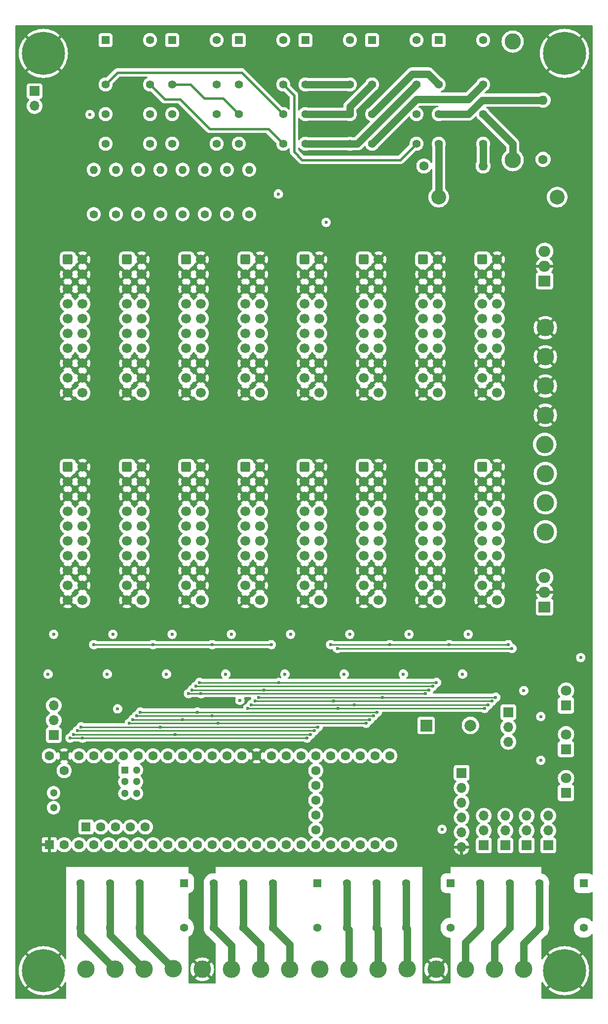
<source format=gbl>
G04 #@! TF.GenerationSoftware,KiCad,Pcbnew,8.0.4-rc2*
G04 #@! TF.CreationDate,2024-08-04T20:39:49-05:00*
G04 #@! TF.ProjectId,backplane_tracer_driver,6261636b-706c-4616-9e65-5f7472616365,rev?*
G04 #@! TF.SameCoordinates,Original*
G04 #@! TF.FileFunction,Copper,L4,Bot*
G04 #@! TF.FilePolarity,Positive*
%FSLAX46Y46*%
G04 Gerber Fmt 4.6, Leading zero omitted, Abs format (unit mm)*
G04 Created by KiCad (PCBNEW 8.0.4-rc2) date 2024-08-04 20:39:49*
%MOMM*%
%LPD*%
G01*
G04 APERTURE LIST*
G04 Aperture macros list*
%AMRoundRect*
0 Rectangle with rounded corners*
0 $1 Rounding radius*
0 $2 $3 $4 $5 $6 $7 $8 $9 X,Y pos of 4 corners*
0 Add a 4 corners polygon primitive as box body*
4,1,4,$2,$3,$4,$5,$6,$7,$8,$9,$2,$3,0*
0 Add four circle primitives for the rounded corners*
1,1,$1+$1,$2,$3*
1,1,$1+$1,$4,$5*
1,1,$1+$1,$6,$7*
1,1,$1+$1,$8,$9*
0 Add four rect primitives between the rounded corners*
20,1,$1+$1,$2,$3,$4,$5,0*
20,1,$1+$1,$4,$5,$6,$7,0*
20,1,$1+$1,$6,$7,$8,$9,0*
20,1,$1+$1,$8,$9,$2,$3,0*%
G04 Aperture macros list end*
G04 #@! TA.AperFunction,ComponentPad*
%ADD10R,1.700000X1.700000*%
G04 #@! TD*
G04 #@! TA.AperFunction,ComponentPad*
%ADD11O,1.700000X1.700000*%
G04 #@! TD*
G04 #@! TA.AperFunction,ComponentPad*
%ADD12R,1.400000X1.400000*%
G04 #@! TD*
G04 #@! TA.AperFunction,ComponentPad*
%ADD13C,1.400000*%
G04 #@! TD*
G04 #@! TA.AperFunction,ComponentPad*
%ADD14RoundRect,0.250000X-0.600000X-0.600000X0.600000X-0.600000X0.600000X0.600000X-0.600000X0.600000X0*%
G04 #@! TD*
G04 #@! TA.AperFunction,ComponentPad*
%ADD15C,1.700000*%
G04 #@! TD*
G04 #@! TA.AperFunction,ComponentPad*
%ADD16C,0.800000*%
G04 #@! TD*
G04 #@! TA.AperFunction,ComponentPad*
%ADD17C,7.400000*%
G04 #@! TD*
G04 #@! TA.AperFunction,ComponentPad*
%ADD18R,2.000000X1.905000*%
G04 #@! TD*
G04 #@! TA.AperFunction,ComponentPad*
%ADD19O,2.000000X1.905000*%
G04 #@! TD*
G04 #@! TA.AperFunction,ComponentPad*
%ADD20O,1.400000X1.400000*%
G04 #@! TD*
G04 #@! TA.AperFunction,ComponentPad*
%ADD21C,1.600000*%
G04 #@! TD*
G04 #@! TA.AperFunction,ComponentPad*
%ADD22O,1.600000X1.600000*%
G04 #@! TD*
G04 #@! TA.AperFunction,ComponentPad*
%ADD23C,2.540000*%
G04 #@! TD*
G04 #@! TA.AperFunction,ComponentPad*
%ADD24C,2.800000*%
G04 #@! TD*
G04 #@! TA.AperFunction,ComponentPad*
%ADD25O,2.800000X2.800000*%
G04 #@! TD*
G04 #@! TA.AperFunction,ComponentPad*
%ADD26R,1.600000X1.600000*%
G04 #@! TD*
G04 #@! TA.AperFunction,ComponentPad*
%ADD27R,1.300000X1.300000*%
G04 #@! TD*
G04 #@! TA.AperFunction,ComponentPad*
%ADD28C,1.300000*%
G04 #@! TD*
G04 #@! TA.AperFunction,ComponentPad*
%ADD29C,3.000000*%
G04 #@! TD*
G04 #@! TA.AperFunction,ComponentPad*
%ADD30R,2.000000X2.000000*%
G04 #@! TD*
G04 #@! TA.AperFunction,ComponentPad*
%ADD31C,2.000000*%
G04 #@! TD*
G04 #@! TA.AperFunction,ComponentPad*
%ADD32R,1.800000X1.800000*%
G04 #@! TD*
G04 #@! TA.AperFunction,ComponentPad*
%ADD33C,1.800000*%
G04 #@! TD*
G04 #@! TA.AperFunction,ViaPad*
%ADD34C,0.600000*%
G04 #@! TD*
G04 #@! TA.AperFunction,Conductor*
%ADD35C,1.270000*%
G04 #@! TD*
G04 #@! TA.AperFunction,Conductor*
%ADD36C,0.254000*%
G04 #@! TD*
G04 #@! TA.AperFunction,Conductor*
%ADD37C,0.457200*%
G04 #@! TD*
G04 APERTURE END LIST*
D10*
X93599000Y-108331000D03*
D11*
X93599000Y-110871000D03*
X93599000Y-113411000D03*
X93599000Y-115951000D03*
X93599000Y-118491000D03*
X93599000Y-121031000D03*
D10*
X20320000Y8514000D03*
D11*
X20320000Y5974000D03*
D10*
X104775000Y-120762000D03*
D11*
X104775000Y-118222000D03*
X104775000Y-115682000D03*
D10*
X108458000Y-120762000D03*
D11*
X108458000Y-118222000D03*
X108458000Y-115682000D03*
D10*
X101092000Y-120762000D03*
D11*
X101092000Y-118222000D03*
X101092000Y-115682000D03*
D10*
X97409000Y-120762000D03*
D11*
X97409000Y-118222000D03*
X97409000Y-115682000D03*
D10*
X23622000Y-101839000D03*
D11*
X23622000Y-99299000D03*
X23622000Y-96759000D03*
D12*
X91694000Y-127254000D03*
D13*
X84074000Y-127254000D03*
X78994000Y-127254000D03*
X73914000Y-127254000D03*
X73914000Y-134874000D03*
X78994000Y-134874000D03*
X84074000Y-134874000D03*
X91694000Y-134874000D03*
D12*
X45974000Y-127254000D03*
D13*
X38354000Y-127254000D03*
X33274000Y-127254000D03*
X28194000Y-127254000D03*
X28194000Y-134874000D03*
X33274000Y-134874000D03*
X38354000Y-134874000D03*
X45974000Y-134874000D03*
D12*
X114554000Y-127254000D03*
D13*
X106934000Y-127254000D03*
X101854000Y-127254000D03*
X96774000Y-127254000D03*
X96774000Y-134874000D03*
X101854000Y-134874000D03*
X106934000Y-134874000D03*
X114554000Y-134874000D03*
D12*
X68834000Y-127254000D03*
D13*
X61214000Y-127254000D03*
X56134000Y-127254000D03*
X51054000Y-127254000D03*
X51054000Y-134874000D03*
X56134000Y-134874000D03*
X61214000Y-134874000D03*
X68834000Y-134874000D03*
D12*
X66802000Y17272000D03*
D13*
X66802000Y9652000D03*
X66802000Y4572000D03*
X66802000Y-508000D03*
X74422000Y-508000D03*
X74422000Y4572000D03*
X74422000Y9652000D03*
X74422000Y17272000D03*
D12*
X78232000Y17272000D03*
D13*
X78232000Y9652000D03*
X78232000Y4572000D03*
X78232000Y-508000D03*
X85852000Y-508000D03*
X85852000Y4572000D03*
X85852000Y9652000D03*
X85852000Y17272000D03*
D12*
X55372000Y17272000D03*
D13*
X55372000Y9652000D03*
X55372000Y4572000D03*
X55372000Y-508000D03*
X62992000Y-508000D03*
X62992000Y4572000D03*
X62992000Y9652000D03*
X62992000Y17272000D03*
D12*
X89662000Y17272000D03*
D13*
X89662000Y9652000D03*
X89662000Y4572000D03*
X89662000Y-508000D03*
X97282000Y-508000D03*
X97282000Y4572000D03*
X97282000Y9652000D03*
X97282000Y17272000D03*
D12*
X32512000Y17272000D03*
D13*
X32512000Y9652000D03*
X32512000Y4572000D03*
X32512000Y-508000D03*
X40132000Y-508000D03*
X40132000Y4572000D03*
X40132000Y9652000D03*
X40132000Y17272000D03*
D12*
X43942000Y17272000D03*
D13*
X43942000Y9652000D03*
X43942000Y4572000D03*
X43942000Y-508000D03*
X51562000Y-508000D03*
X51562000Y4572000D03*
X51562000Y9652000D03*
X51562000Y17272000D03*
D14*
X97155000Y-20320000D03*
D15*
X99695000Y-20320000D03*
X97155000Y-22860000D03*
X99695000Y-22860000D03*
X97155000Y-25400000D03*
X99695000Y-25400000D03*
X97155000Y-27940000D03*
X99695000Y-27940000D03*
X97155000Y-30480000D03*
X99695000Y-30480000D03*
X97155000Y-33020000D03*
X99695000Y-33020000D03*
X97155000Y-35560000D03*
X99695000Y-35560000D03*
X97155000Y-38100000D03*
X99695000Y-38100000D03*
X97155000Y-40640000D03*
X99695000Y-40640000D03*
X97155000Y-43180000D03*
X99695000Y-43180000D03*
D14*
X97155000Y-55880000D03*
D15*
X99695000Y-55880000D03*
X97155000Y-58420000D03*
X99695000Y-58420000D03*
X97155000Y-60960000D03*
X99695000Y-60960000D03*
X97155000Y-63500000D03*
X99695000Y-63500000D03*
X97155000Y-66040000D03*
X99695000Y-66040000D03*
X97155000Y-68580000D03*
X99695000Y-68580000D03*
X97155000Y-71120000D03*
X99695000Y-71120000D03*
X97155000Y-73660000D03*
X99695000Y-73660000D03*
X97155000Y-76200000D03*
X99695000Y-76200000D03*
X97155000Y-78740000D03*
X99695000Y-78740000D03*
D14*
X86995000Y-20320000D03*
D15*
X89535000Y-20320000D03*
X86995000Y-22860000D03*
X89535000Y-22860000D03*
X86995000Y-25400000D03*
X89535000Y-25400000D03*
X86995000Y-27940000D03*
X89535000Y-27940000D03*
X86995000Y-30480000D03*
X89535000Y-30480000D03*
X86995000Y-33020000D03*
X89535000Y-33020000D03*
X86995000Y-35560000D03*
X89535000Y-35560000D03*
X86995000Y-38100000D03*
X89535000Y-38100000D03*
X86995000Y-40640000D03*
X89535000Y-40640000D03*
X86995000Y-43180000D03*
X89535000Y-43180000D03*
D14*
X86995000Y-55880000D03*
D15*
X89535000Y-55880000D03*
X86995000Y-58420000D03*
X89535000Y-58420000D03*
X86995000Y-60960000D03*
X89535000Y-60960000D03*
X86995000Y-63500000D03*
X89535000Y-63500000D03*
X86995000Y-66040000D03*
X89535000Y-66040000D03*
X86995000Y-68580000D03*
X89535000Y-68580000D03*
X86995000Y-71120000D03*
X89535000Y-71120000D03*
X86995000Y-73660000D03*
X89535000Y-73660000D03*
X86995000Y-76200000D03*
X89535000Y-76200000D03*
X86995000Y-78740000D03*
X89535000Y-78740000D03*
D14*
X76835000Y-20320000D03*
D15*
X79375000Y-20320000D03*
X76835000Y-22860000D03*
X79375000Y-22860000D03*
X76835000Y-25400000D03*
X79375000Y-25400000D03*
X76835000Y-27940000D03*
X79375000Y-27940000D03*
X76835000Y-30480000D03*
X79375000Y-30480000D03*
X76835000Y-33020000D03*
X79375000Y-33020000D03*
X76835000Y-35560000D03*
X79375000Y-35560000D03*
X76835000Y-38100000D03*
X79375000Y-38100000D03*
X76835000Y-40640000D03*
X79375000Y-40640000D03*
X76835000Y-43180000D03*
X79375000Y-43180000D03*
D14*
X76835000Y-55880000D03*
D15*
X79375000Y-55880000D03*
X76835000Y-58420000D03*
X79375000Y-58420000D03*
X76835000Y-60960000D03*
X79375000Y-60960000D03*
X76835000Y-63500000D03*
X79375000Y-63500000D03*
X76835000Y-66040000D03*
X79375000Y-66040000D03*
X76835000Y-68580000D03*
X79375000Y-68580000D03*
X76835000Y-71120000D03*
X79375000Y-71120000D03*
X76835000Y-73660000D03*
X79375000Y-73660000D03*
X76835000Y-76200000D03*
X79375000Y-76200000D03*
X76835000Y-78740000D03*
X79375000Y-78740000D03*
D14*
X66675000Y-20320000D03*
D15*
X69215000Y-20320000D03*
X66675000Y-22860000D03*
X69215000Y-22860000D03*
X66675000Y-25400000D03*
X69215000Y-25400000D03*
X66675000Y-27940000D03*
X69215000Y-27940000D03*
X66675000Y-30480000D03*
X69215000Y-30480000D03*
X66675000Y-33020000D03*
X69215000Y-33020000D03*
X66675000Y-35560000D03*
X69215000Y-35560000D03*
X66675000Y-38100000D03*
X69215000Y-38100000D03*
X66675000Y-40640000D03*
X69215000Y-40640000D03*
X66675000Y-43180000D03*
X69215000Y-43180000D03*
D14*
X66675000Y-55880000D03*
D15*
X69215000Y-55880000D03*
X66675000Y-58420000D03*
X69215000Y-58420000D03*
X66675000Y-60960000D03*
X69215000Y-60960000D03*
X66675000Y-63500000D03*
X69215000Y-63500000D03*
X66675000Y-66040000D03*
X69215000Y-66040000D03*
X66675000Y-68580000D03*
X69215000Y-68580000D03*
X66675000Y-71120000D03*
X69215000Y-71120000D03*
X66675000Y-73660000D03*
X69215000Y-73660000D03*
X66675000Y-76200000D03*
X69215000Y-76200000D03*
X66675000Y-78740000D03*
X69215000Y-78740000D03*
D14*
X56515000Y-20320000D03*
D15*
X59055000Y-20320000D03*
X56515000Y-22860000D03*
X59055000Y-22860000D03*
X56515000Y-25400000D03*
X59055000Y-25400000D03*
X56515000Y-27940000D03*
X59055000Y-27940000D03*
X56515000Y-30480000D03*
X59055000Y-30480000D03*
X56515000Y-33020000D03*
X59055000Y-33020000D03*
X56515000Y-35560000D03*
X59055000Y-35560000D03*
X56515000Y-38100000D03*
X59055000Y-38100000D03*
X56515000Y-40640000D03*
X59055000Y-40640000D03*
X56515000Y-43180000D03*
X59055000Y-43180000D03*
D14*
X56515000Y-55880000D03*
D15*
X59055000Y-55880000D03*
X56515000Y-58420000D03*
X59055000Y-58420000D03*
X56515000Y-60960000D03*
X59055000Y-60960000D03*
X56515000Y-63500000D03*
X59055000Y-63500000D03*
X56515000Y-66040000D03*
X59055000Y-66040000D03*
X56515000Y-68580000D03*
X59055000Y-68580000D03*
X56515000Y-71120000D03*
X59055000Y-71120000D03*
X56515000Y-73660000D03*
X59055000Y-73660000D03*
X56515000Y-76200000D03*
X59055000Y-76200000D03*
X56515000Y-78740000D03*
X59055000Y-78740000D03*
D14*
X46355000Y-20320000D03*
D15*
X48895000Y-20320000D03*
X46355000Y-22860000D03*
X48895000Y-22860000D03*
X46355000Y-25400000D03*
X48895000Y-25400000D03*
X46355000Y-27940000D03*
X48895000Y-27940000D03*
X46355000Y-30480000D03*
X48895000Y-30480000D03*
X46355000Y-33020000D03*
X48895000Y-33020000D03*
X46355000Y-35560000D03*
X48895000Y-35560000D03*
X46355000Y-38100000D03*
X48895000Y-38100000D03*
X46355000Y-40640000D03*
X48895000Y-40640000D03*
X46355000Y-43180000D03*
X48895000Y-43180000D03*
D14*
X46355000Y-55880000D03*
D15*
X48895000Y-55880000D03*
X46355000Y-58420000D03*
X48895000Y-58420000D03*
X46355000Y-60960000D03*
X48895000Y-60960000D03*
X46355000Y-63500000D03*
X48895000Y-63500000D03*
X46355000Y-66040000D03*
X48895000Y-66040000D03*
X46355000Y-68580000D03*
X48895000Y-68580000D03*
X46355000Y-71120000D03*
X48895000Y-71120000D03*
X46355000Y-73660000D03*
X48895000Y-73660000D03*
X46355000Y-76200000D03*
X48895000Y-76200000D03*
X46355000Y-78740000D03*
X48895000Y-78740000D03*
D14*
X36195000Y-20320000D03*
D15*
X38735000Y-20320000D03*
X36195000Y-22860000D03*
X38735000Y-22860000D03*
X36195000Y-25400000D03*
X38735000Y-25400000D03*
X36195000Y-27940000D03*
X38735000Y-27940000D03*
X36195000Y-30480000D03*
X38735000Y-30480000D03*
X36195000Y-33020000D03*
X38735000Y-33020000D03*
X36195000Y-35560000D03*
X38735000Y-35560000D03*
X36195000Y-38100000D03*
X38735000Y-38100000D03*
X36195000Y-40640000D03*
X38735000Y-40640000D03*
X36195000Y-43180000D03*
X38735000Y-43180000D03*
D14*
X36195000Y-55880000D03*
D15*
X38735000Y-55880000D03*
X36195000Y-58420000D03*
X38735000Y-58420000D03*
X36195000Y-60960000D03*
X38735000Y-60960000D03*
X36195000Y-63500000D03*
X38735000Y-63500000D03*
X36195000Y-66040000D03*
X38735000Y-66040000D03*
X36195000Y-68580000D03*
X38735000Y-68580000D03*
X36195000Y-71120000D03*
X38735000Y-71120000D03*
X36195000Y-73660000D03*
X38735000Y-73660000D03*
X36195000Y-76200000D03*
X38735000Y-76200000D03*
X36195000Y-78740000D03*
X38735000Y-78740000D03*
D14*
X26035000Y-20320000D03*
D15*
X28575000Y-20320000D03*
X26035000Y-22860000D03*
X28575000Y-22860000D03*
X26035000Y-25400000D03*
X28575000Y-25400000D03*
X26035000Y-27940000D03*
X28575000Y-27940000D03*
X26035000Y-30480000D03*
X28575000Y-30480000D03*
X26035000Y-33020000D03*
X28575000Y-33020000D03*
X26035000Y-35560000D03*
X28575000Y-35560000D03*
X26035000Y-38100000D03*
X28575000Y-38100000D03*
X26035000Y-40640000D03*
X28575000Y-40640000D03*
X26035000Y-43180000D03*
X28575000Y-43180000D03*
D14*
X26035000Y-55880000D03*
D15*
X28575000Y-55880000D03*
X26035000Y-58420000D03*
X28575000Y-58420000D03*
X26035000Y-60960000D03*
X28575000Y-60960000D03*
X26035000Y-63500000D03*
X28575000Y-63500000D03*
X26035000Y-66040000D03*
X28575000Y-66040000D03*
X26035000Y-68580000D03*
X28575000Y-68580000D03*
X26035000Y-71120000D03*
X28575000Y-71120000D03*
X26035000Y-73660000D03*
X28575000Y-73660000D03*
X26035000Y-76200000D03*
X28575000Y-76200000D03*
X26035000Y-78740000D03*
X28575000Y-78740000D03*
D16*
X19069000Y-142240000D03*
X19881779Y-140277779D03*
X19881779Y-144202221D03*
X21844000Y-139465000D03*
D17*
X21844000Y-142240000D03*
D16*
X21844000Y-145015000D03*
X23806221Y-140277779D03*
X23806221Y-144202221D03*
X24619000Y-142240000D03*
X108477000Y-142240000D03*
X109289779Y-140277779D03*
X109289779Y-144202221D03*
X111252000Y-139465000D03*
D17*
X111252000Y-142240000D03*
D16*
X111252000Y-145015000D03*
X113214221Y-140277779D03*
X113214221Y-144202221D03*
X114027000Y-142240000D03*
X108477000Y14986000D03*
X109289779Y16948221D03*
X109289779Y13023779D03*
X111252000Y17761000D03*
D17*
X111252000Y14986000D03*
D16*
X111252000Y12211000D03*
X113214221Y16948221D03*
X113214221Y13023779D03*
X114027000Y14986000D03*
X19069000Y14986000D03*
X19881779Y16948221D03*
X19881779Y13023779D03*
X21844000Y17761000D03*
D17*
X21844000Y14986000D03*
D16*
X21844000Y12211000D03*
X23806221Y16948221D03*
X23806221Y13023779D03*
X24619000Y14986000D03*
D18*
X107823000Y-24003000D03*
D19*
X107823000Y-21463000D03*
X107823000Y-18923000D03*
D18*
X107823000Y-79883000D03*
D19*
X107823000Y-77343000D03*
X107823000Y-74803000D03*
D13*
X38100000Y-12573000D03*
D20*
X38100000Y-4953000D03*
D21*
X107569000Y-3175000D03*
D22*
X107569000Y6985000D03*
D13*
X30480000Y-12573000D03*
D20*
X30480000Y-4953000D03*
D13*
X53340000Y-12573000D03*
D20*
X53340000Y-4953000D03*
D13*
X45720000Y-12573000D03*
D20*
X45720000Y-4953000D03*
D21*
X87122000Y-4318000D03*
D22*
X97282000Y-4318000D03*
D23*
X109982000Y-9652000D03*
X89662000Y-9652000D03*
D13*
X41910000Y-12573000D03*
D20*
X41910000Y-4953000D03*
D13*
X34290000Y-12573000D03*
D20*
X34290000Y-4953000D03*
D13*
X57150000Y-12573000D03*
D20*
X57150000Y-4953000D03*
D13*
X49530000Y-12573000D03*
D20*
X49530000Y-4953000D03*
D24*
X102362000Y17018000D03*
D25*
X102362000Y-3302000D03*
D21*
X25400000Y-107950000D03*
X39319200Y-117599200D03*
X36779200Y-117599200D03*
X34239200Y-117599200D03*
X31699200Y-117599200D03*
D26*
X29159200Y-117599200D03*
D21*
X22860000Y-105410000D03*
X25400000Y-105410000D03*
X27940000Y-105410000D03*
X30480000Y-105410000D03*
X33020000Y-105410000D03*
X35560000Y-105410000D03*
X38100000Y-105410000D03*
X40640000Y-105410000D03*
X43180000Y-105410000D03*
X45720000Y-105410000D03*
X48260000Y-105410000D03*
X50800000Y-105410000D03*
X53340000Y-105410000D03*
X55880000Y-105410000D03*
D26*
X22860000Y-120650000D03*
D21*
X25400000Y-120650000D03*
X27940000Y-120650000D03*
X30480000Y-120650000D03*
X33020000Y-120650000D03*
X35560000Y-120650000D03*
X38100000Y-120650000D03*
X40640000Y-120650000D03*
X43180000Y-120650000D03*
X45720000Y-120650000D03*
X48260000Y-120650000D03*
X50800000Y-120650000D03*
X53340000Y-120650000D03*
X58420000Y-105410000D03*
X60960000Y-105410000D03*
X63500000Y-105410000D03*
X66040000Y-105410000D03*
X68580000Y-105410000D03*
X71120000Y-105410000D03*
X73660000Y-105410000D03*
X76200000Y-105410000D03*
X78740000Y-105410000D03*
X81280000Y-105410000D03*
X81280000Y-120650000D03*
X78740000Y-120650000D03*
X76200000Y-120650000D03*
X73660000Y-120650000D03*
X55880000Y-120650000D03*
X58420000Y-120650000D03*
X60960000Y-120650000D03*
X71120000Y-120650000D03*
X68580000Y-120650000D03*
X66040000Y-120650000D03*
X63500000Y-120650000D03*
D27*
X35830000Y-107848400D03*
D28*
X37830000Y-107848400D03*
X35830000Y-109848400D03*
X37830000Y-109848400D03*
X37830000Y-111848400D03*
X35830000Y-111848400D03*
D21*
X68580000Y-118110000D03*
X68580000Y-115570000D03*
X68580000Y-113030000D03*
X68580000Y-110490000D03*
X68580000Y-107950000D03*
D28*
X23590000Y-114300000D03*
X23590000Y-111760000D03*
D29*
X69236500Y-141994500D03*
X74236500Y-141994500D03*
X79236500Y-141994500D03*
X84236500Y-141894500D03*
X89236500Y-141994500D03*
X94236500Y-141994500D03*
X99236500Y-141994500D03*
X104236500Y-141994500D03*
D10*
X101600000Y-97932000D03*
D11*
X101600000Y-100472000D03*
X101600000Y-103012000D03*
D30*
X87513000Y-100203000D03*
D31*
X95113000Y-100203000D03*
D32*
X111506000Y-96767000D03*
D33*
X111506000Y-94227000D03*
D32*
X111506000Y-104267000D03*
D33*
X111506000Y-101727000D03*
D29*
X107958000Y-67030000D03*
X107958000Y-62030000D03*
X107958000Y-57030000D03*
X107858000Y-52030000D03*
X107958000Y-47030000D03*
X107958000Y-42030000D03*
X107958000Y-37030000D03*
X107958000Y-32030000D03*
D32*
X111506000Y-111767000D03*
D33*
X111506000Y-109227000D03*
D29*
X29104500Y-141994500D03*
X34104500Y-141994500D03*
X39104500Y-141994500D03*
X44104500Y-141894500D03*
X49104500Y-141994500D03*
X54104500Y-141994500D03*
X59104500Y-141994500D03*
X64104500Y-141994500D03*
D34*
X62153800Y-9118600D03*
X51308000Y-91897200D03*
X72288400Y-87020400D03*
X102235000Y-87020400D03*
X114046000Y-88569800D03*
X107492800Y-88798400D03*
X62230000Y-92845000D03*
X59690000Y-94107000D03*
X48895000Y-94742000D03*
X28575000Y-102362000D03*
X41910000Y-100457000D03*
X44450000Y-101727000D03*
X90246200Y-118008400D03*
X70358000Y-13970000D03*
X30657800Y-609600D03*
X86791800Y-118084600D03*
X85267800Y-118008400D03*
X83820000Y-117221000D03*
X30632400Y-2082800D03*
X29845000Y-3556000D03*
X29845000Y4510000D03*
X55549800Y-95910400D03*
X30200600Y-103834100D03*
X34569400Y-97358200D03*
X29921200Y-98298000D03*
X29311600Y-93040200D03*
X51155600Y-96291400D03*
X62153800Y-7391400D03*
X80010000Y-95377000D03*
X75184000Y-96647000D03*
X40132000Y-91389200D03*
X54102000Y-88519000D03*
X80772000Y-91389200D03*
X94742000Y-88519000D03*
X60452000Y-91389200D03*
X84582000Y-88519000D03*
X101092000Y-91389200D03*
X23622000Y-88519000D03*
X33782000Y-88519000D03*
X43942000Y-88519000D03*
X70612000Y-91389200D03*
X64262000Y-88519000D03*
X90932000Y-91389200D03*
X74422000Y-88519000D03*
X50292000Y-91389200D03*
X29972000Y-91389200D03*
X94742000Y-84582000D03*
X43942000Y-84582000D03*
X64262000Y-84582000D03*
X74422000Y-84582000D03*
X33782000Y-84582000D03*
X54102000Y-84582000D03*
X84582000Y-84582000D03*
X23622000Y-84582000D03*
X107188000Y-106172000D03*
X104267000Y-94234000D03*
X107188000Y-98679000D03*
X45720000Y-99187000D03*
X37211000Y-99187000D03*
X77851000Y-99187000D03*
X67691000Y-101727000D03*
X27051000Y-101727000D03*
X36576000Y-99822000D03*
X51841400Y-99822000D03*
X77216000Y-99822000D03*
X48006000Y-93472000D03*
X88646000Y-93472000D03*
X47371000Y-94107000D03*
X88011000Y-94107000D03*
X26416000Y-102362000D03*
X67056000Y-102362000D03*
X28321000Y-100457000D03*
X68961000Y-100457000D03*
X46736000Y-94742000D03*
X87376000Y-94742000D03*
X32791400Y-91414600D03*
X42951400Y-91414600D03*
X93751400Y-91414600D03*
X22631400Y-91414600D03*
X83591400Y-91414600D03*
X53111400Y-91414600D03*
X63271400Y-91414600D03*
X73431400Y-91414600D03*
X48641000Y-92837000D03*
X89281000Y-92837000D03*
X38481000Y-97917000D03*
X48260000Y-97917000D03*
X79121000Y-97917000D03*
X98806000Y-96012000D03*
X71602600Y-96012000D03*
X58166000Y-96012000D03*
X98171000Y-96647000D03*
X57531000Y-96647000D03*
X68326000Y-101092000D03*
X27686000Y-101092000D03*
X99441000Y-95377000D03*
X58801000Y-95377000D03*
X56896000Y-97282000D03*
X97536000Y-97282000D03*
X72390000Y-97282000D03*
X37846000Y-98552000D03*
X50800000Y-98552000D03*
X78486000Y-98552000D03*
X30480000Y-86360000D03*
X50800000Y-86360000D03*
X40640000Y-86360000D03*
X60960000Y-86360000D03*
X71120000Y-86360000D03*
X101600000Y-86360000D03*
X81280000Y-86360000D03*
X91440000Y-86360000D03*
D35*
X75692000Y-508000D02*
X85852000Y9652000D01*
X74422000Y-508000D02*
X75692000Y-508000D01*
X85122500Y11462500D02*
X87851500Y11462500D01*
X87851500Y11462500D02*
X89662000Y9652000D01*
X78232000Y4572000D02*
X85122500Y11462500D01*
X102362000Y-3302000D02*
X102362000Y-508000D01*
X97282000Y-4318000D02*
X97282000Y-508000D01*
X74422000Y4572000D02*
X66802000Y4572000D01*
X94774500Y7144500D02*
X97282000Y9652000D01*
X78232000Y-508000D02*
X85884500Y7144500D01*
X85884500Y7144500D02*
X94774500Y7144500D01*
X107569000Y6985000D02*
X97155000Y6985000D01*
X97155000Y6985000D02*
X94742000Y4572000D01*
X66802000Y9652000D02*
X74422000Y9652000D01*
X74422000Y5842000D02*
X78232000Y9652000D01*
X89662000Y-9652000D02*
X89662000Y-508000D01*
X66802000Y-508000D02*
X74422000Y-508000D01*
X94742000Y4572000D02*
X89662000Y4572000D01*
X102362000Y-508000D02*
X97282000Y4572000D01*
X74422000Y4572000D02*
X74422000Y5842000D01*
X28194000Y-134874000D02*
X28194000Y-127254000D01*
X33274000Y-134874000D02*
X33274000Y-127254000D01*
X38354000Y-134874000D02*
X38354000Y-127254000D01*
X51054000Y-134874000D02*
X51054000Y-127254000D01*
X61214000Y-134874000D02*
X61214000Y-127254000D01*
X78994000Y-134874000D02*
X78994000Y-127254000D01*
X56134000Y-134874000D02*
X56134000Y-127254000D01*
X84074000Y-134874000D02*
X84074000Y-127254000D01*
X106934000Y-134874000D02*
X106934000Y-127254000D01*
X101854000Y-134874000D02*
X101854000Y-127254000D01*
X96774000Y-134874000D02*
X96774000Y-127254000D01*
X73914000Y-134874000D02*
X73914000Y-127254000D01*
X104236500Y-137571500D02*
X106934000Y-134874000D01*
X99236500Y-137491500D02*
X101854000Y-134874000D01*
X99236500Y-141994500D02*
X99236500Y-137491500D01*
X94236500Y-137411500D02*
X96774000Y-134874000D01*
X84236500Y-135036500D02*
X84074000Y-134874000D01*
X84236500Y-141894500D02*
X84236500Y-135036500D01*
X104236500Y-141994500D02*
X104236500Y-137571500D01*
X94236500Y-141994500D02*
X94236500Y-137411500D01*
X79236500Y-135116500D02*
X78994000Y-134874000D01*
X79236500Y-141994500D02*
X79236500Y-135116500D01*
X74236500Y-141994500D02*
X74236500Y-135196500D01*
X64104500Y-137764500D02*
X61214000Y-134874000D01*
X64104500Y-141994500D02*
X64104500Y-137764500D01*
X59104500Y-141994500D02*
X59104500Y-137844500D01*
X54104500Y-141994500D02*
X54104500Y-137924500D01*
X59104500Y-137844500D02*
X56134000Y-134874000D01*
X54104500Y-137924500D02*
X51054000Y-134874000D01*
X33274000Y-136164000D02*
X33274000Y-134874000D01*
X44104500Y-141894500D02*
X38354000Y-136144000D01*
X28194000Y-136084000D02*
X28194000Y-134874000D01*
X38354000Y-136144000D02*
X38354000Y-134874000D01*
X39104500Y-141994500D02*
X33274000Y-136164000D01*
X34104500Y-141994500D02*
X28194000Y-136084000D01*
X74236500Y-135196500D02*
X73914000Y-134874000D01*
D36*
X102235000Y-87020400D02*
X72288400Y-87020400D01*
D37*
X62992000Y9652000D02*
X64849500Y7794500D01*
X64849500Y7794500D02*
X64849500Y-1872500D01*
X64849500Y-1872500D02*
X66246500Y-3269500D01*
X66246500Y-3269500D02*
X83090500Y-3269500D01*
X83090500Y-3269500D02*
X85852000Y-508000D01*
X32512000Y9652000D02*
X34576500Y11716500D01*
X34576500Y11716500D02*
X55847500Y11716500D01*
X55847500Y11716500D02*
X62992000Y4572000D01*
X40132000Y9652000D02*
X42639500Y7144500D01*
X42639500Y7144500D02*
X45291500Y7144500D01*
X60419500Y2064500D02*
X62992000Y-508000D01*
X45291500Y7144500D02*
X50371500Y2064500D01*
X50371500Y2064500D02*
X60419500Y2064500D01*
X43942000Y9652000D02*
X47102000Y9652000D01*
X47102000Y9652000D02*
X49482500Y7271500D01*
X49482500Y7271500D02*
X52672500Y7271500D01*
X52672500Y7271500D02*
X55372000Y4572000D01*
D36*
X62222000Y-92837000D02*
X62230000Y-92845000D01*
X48641000Y-92837000D02*
X62222000Y-92837000D01*
X62230000Y-92845000D02*
X62238000Y-92837000D01*
X62238000Y-92837000D02*
X89281000Y-92837000D01*
X59690000Y-94107000D02*
X88011000Y-94107000D01*
X59690000Y-94107000D02*
X47371000Y-94107000D01*
X62230000Y-94742000D02*
X48895000Y-94742000D01*
X48895000Y-94742000D02*
X46736000Y-94742000D01*
X41910000Y-102362000D02*
X28575000Y-102362000D01*
X28575000Y-102362000D02*
X26416000Y-102362000D01*
X44450000Y-101727000D02*
X67691000Y-101727000D01*
X27051000Y-101727000D02*
X44450000Y-101727000D01*
X41046400Y-101092000D02*
X27686000Y-101092000D01*
X68326000Y-101092000D02*
X41046400Y-101092000D01*
X77216000Y-99822000D02*
X51841400Y-99822000D01*
X51841400Y-99822000D02*
X36576000Y-99822000D01*
X99441000Y-95377000D02*
X80010000Y-95377000D01*
X80010000Y-95377000D02*
X78740000Y-95377000D01*
X45720000Y-99187000D02*
X77851000Y-99187000D01*
X37211000Y-99187000D02*
X45720000Y-99187000D01*
X64770000Y-93472000D02*
X48006000Y-93472000D01*
X88646000Y-93472000D02*
X64770000Y-93472000D01*
X67056000Y-102362000D02*
X41910000Y-102362000D01*
X87376000Y-94742000D02*
X62230000Y-94742000D01*
X38481000Y-97917000D02*
X48260000Y-97917000D01*
X48260000Y-97917000D02*
X79121000Y-97917000D01*
X78740000Y-95377000D02*
X58801000Y-95377000D01*
X56896000Y-97282000D02*
X72390000Y-97282000D01*
X72390000Y-97282000D02*
X97536000Y-97282000D01*
X78486000Y-98552000D02*
X50800000Y-98552000D01*
X50800000Y-98552000D02*
X37846000Y-98552000D01*
X30480000Y-86360000D02*
X60960000Y-86360000D01*
X71120000Y-86360000D02*
X101600000Y-86360000D01*
X28321000Y-100457000D02*
X41910000Y-100457000D01*
X41910000Y-100457000D02*
X68961000Y-100457000D01*
X76200000Y-96647000D02*
X75184000Y-96647000D01*
X98171000Y-96647000D02*
X76200000Y-96647000D01*
X75184000Y-96647000D02*
X57531000Y-96647000D01*
X58166000Y-96012000D02*
X71602600Y-96012000D01*
X71602600Y-96012000D02*
X98806000Y-96012000D01*
G04 #@! TA.AperFunction,Conductor*
G36*
X28109075Y-76392993D02*
G01*
X28174901Y-76507007D01*
X28267993Y-76600099D01*
X28382007Y-76665925D01*
X28445590Y-76682962D01*
X27813625Y-77314925D01*
X27889594Y-77368119D01*
X27933219Y-77422696D01*
X27940413Y-77492194D01*
X27908890Y-77554549D01*
X27889595Y-77571269D01*
X27703594Y-77701508D01*
X27536505Y-77868597D01*
X27406269Y-78054595D01*
X27351692Y-78098220D01*
X27282194Y-78105414D01*
X27219839Y-78073891D01*
X27203119Y-78054595D01*
X27149925Y-77978626D01*
X27149925Y-77978625D01*
X26517962Y-78610589D01*
X26500925Y-78547007D01*
X26435099Y-78432993D01*
X26342007Y-78339901D01*
X26227993Y-78274075D01*
X26164410Y-78257037D01*
X26796373Y-77625073D01*
X26796373Y-77625072D01*
X26720405Y-77571880D01*
X26676780Y-77517304D01*
X26669586Y-77447805D01*
X26701108Y-77385451D01*
X26720399Y-77368734D01*
X26906401Y-77238495D01*
X27073495Y-77071401D01*
X27203732Y-76885403D01*
X27258307Y-76841780D01*
X27327805Y-76834586D01*
X27390160Y-76866109D01*
X27406880Y-76885405D01*
X27460073Y-76961373D01*
X28092037Y-76329409D01*
X28109075Y-76392993D01*
G37*
G04 #@! TD.AperFunction*
G04 #@! TA.AperFunction,Conductor*
G36*
X28109075Y-73852993D02*
G01*
X28174901Y-73967007D01*
X28267993Y-74060099D01*
X28382007Y-74125925D01*
X28445590Y-74142962D01*
X27813625Y-74774925D01*
X27890031Y-74828425D01*
X27933655Y-74883002D01*
X27940848Y-74952501D01*
X27909326Y-75014855D01*
X27890029Y-75031576D01*
X27813625Y-75085072D01*
X28445590Y-75717037D01*
X28382007Y-75734075D01*
X28267993Y-75799901D01*
X28174901Y-75892993D01*
X28109075Y-76007007D01*
X28092037Y-76070590D01*
X27460073Y-75438626D01*
X27406881Y-75514594D01*
X27352304Y-75558219D01*
X27282806Y-75565413D01*
X27220451Y-75533891D01*
X27203730Y-75514594D01*
X27073494Y-75328597D01*
X26906402Y-75161506D01*
X26906401Y-75161505D01*
X26720405Y-75031269D01*
X26676781Y-74976692D01*
X26669588Y-74907193D01*
X26701110Y-74844839D01*
X26720405Y-74828119D01*
X26796373Y-74774925D01*
X26164409Y-74142962D01*
X26227993Y-74125925D01*
X26342007Y-74060099D01*
X26435099Y-73967007D01*
X26500925Y-73852993D01*
X26517962Y-73789410D01*
X27149925Y-74421373D01*
X27203425Y-74344968D01*
X27258002Y-74301344D01*
X27327501Y-74294151D01*
X27389855Y-74325673D01*
X27406576Y-74344969D01*
X27460073Y-74421372D01*
X28092037Y-73789409D01*
X28109075Y-73852993D01*
G37*
G04 #@! TD.AperFunction*
G04 #@! TA.AperFunction,Conductor*
G36*
X27389855Y-71786546D02*
G01*
X27406575Y-71805842D01*
X27536500Y-71991395D01*
X27536505Y-71991401D01*
X27703599Y-72158495D01*
X27889594Y-72288730D01*
X27933218Y-72343307D01*
X27940411Y-72412806D01*
X27908889Y-72475160D01*
X27889593Y-72491880D01*
X27813626Y-72545072D01*
X27813625Y-72545072D01*
X28445590Y-73177037D01*
X28382007Y-73194075D01*
X28267993Y-73259901D01*
X28174901Y-73352993D01*
X28109075Y-73467007D01*
X28092037Y-73530590D01*
X27460072Y-72898625D01*
X27460072Y-72898626D01*
X27406574Y-72975030D01*
X27351998Y-73018655D01*
X27282499Y-73025849D01*
X27220144Y-72994326D01*
X27203424Y-72975030D01*
X27149925Y-72898626D01*
X27149925Y-72898625D01*
X26517962Y-73530589D01*
X26500925Y-73467007D01*
X26435099Y-73352993D01*
X26342007Y-73259901D01*
X26227993Y-73194075D01*
X26164410Y-73177037D01*
X26796373Y-72545073D01*
X26796373Y-72545072D01*
X26720405Y-72491880D01*
X26676780Y-72437304D01*
X26669586Y-72367805D01*
X26701108Y-72305451D01*
X26720399Y-72288734D01*
X26906401Y-72158495D01*
X27073495Y-71991401D01*
X27203425Y-71805842D01*
X27258002Y-71762217D01*
X27327500Y-71755023D01*
X27389855Y-71786546D01*
G37*
G04 #@! TD.AperFunction*
G04 #@! TA.AperFunction,Conductor*
G36*
X28109075Y-61152993D02*
G01*
X28174901Y-61267007D01*
X28267993Y-61360099D01*
X28382007Y-61425925D01*
X28445590Y-61442962D01*
X27813625Y-62074925D01*
X27889594Y-62128119D01*
X27933219Y-62182696D01*
X27940413Y-62252194D01*
X27908890Y-62314549D01*
X27889595Y-62331269D01*
X27703594Y-62461508D01*
X27536505Y-62628597D01*
X27406575Y-62814158D01*
X27351998Y-62857783D01*
X27282500Y-62864977D01*
X27220145Y-62833454D01*
X27203425Y-62814158D01*
X27073494Y-62628597D01*
X26906402Y-62461506D01*
X26906401Y-62461505D01*
X26720405Y-62331269D01*
X26676781Y-62276692D01*
X26669588Y-62207193D01*
X26701110Y-62144839D01*
X26720405Y-62128119D01*
X26796373Y-62074925D01*
X26164409Y-61442962D01*
X26227993Y-61425925D01*
X26342007Y-61360099D01*
X26435099Y-61267007D01*
X26500925Y-61152993D01*
X26517962Y-61089410D01*
X27149925Y-61721373D01*
X27203425Y-61644968D01*
X27258002Y-61601344D01*
X27327501Y-61594151D01*
X27389855Y-61625673D01*
X27406576Y-61644969D01*
X27460073Y-61721372D01*
X28092037Y-61089409D01*
X28109075Y-61152993D01*
G37*
G04 #@! TD.AperFunction*
G04 #@! TA.AperFunction,Conductor*
G36*
X28109075Y-58612993D02*
G01*
X28174901Y-58727007D01*
X28267993Y-58820099D01*
X28382007Y-58885925D01*
X28445590Y-58902962D01*
X27813625Y-59534925D01*
X27890031Y-59588425D01*
X27933655Y-59643002D01*
X27940848Y-59712501D01*
X27909326Y-59774855D01*
X27890029Y-59791576D01*
X27813625Y-59845072D01*
X28445590Y-60477037D01*
X28382007Y-60494075D01*
X28267993Y-60559901D01*
X28174901Y-60652993D01*
X28109075Y-60767007D01*
X28092037Y-60830590D01*
X27460072Y-60198625D01*
X27460072Y-60198626D01*
X27406574Y-60275030D01*
X27351998Y-60318655D01*
X27282499Y-60325849D01*
X27220144Y-60294326D01*
X27203424Y-60275030D01*
X27149925Y-60198626D01*
X27149925Y-60198625D01*
X26517962Y-60830589D01*
X26500925Y-60767007D01*
X26435099Y-60652993D01*
X26342007Y-60559901D01*
X26227993Y-60494075D01*
X26164410Y-60477037D01*
X26796373Y-59845073D01*
X26719969Y-59791576D01*
X26676344Y-59736999D01*
X26669150Y-59667501D01*
X26700672Y-59605146D01*
X26719968Y-59588425D01*
X26796373Y-59534925D01*
X26164409Y-58902962D01*
X26227993Y-58885925D01*
X26342007Y-58820099D01*
X26435099Y-58727007D01*
X26500925Y-58612993D01*
X26517962Y-58549410D01*
X27149925Y-59181373D01*
X27203425Y-59104968D01*
X27258002Y-59061344D01*
X27327501Y-59054151D01*
X27389855Y-59085673D01*
X27406576Y-59104969D01*
X27460073Y-59181372D01*
X28092037Y-58549409D01*
X28109075Y-58612993D01*
G37*
G04 #@! TD.AperFunction*
G04 #@! TA.AperFunction,Conductor*
G36*
X28109075Y-56072993D02*
G01*
X28174901Y-56187007D01*
X28267993Y-56280099D01*
X28382007Y-56345925D01*
X28445590Y-56362962D01*
X27813625Y-56994925D01*
X27890031Y-57048425D01*
X27933655Y-57103002D01*
X27940848Y-57172501D01*
X27909326Y-57234855D01*
X27890029Y-57251576D01*
X27813625Y-57305072D01*
X28445590Y-57937037D01*
X28382007Y-57954075D01*
X28267993Y-58019901D01*
X28174901Y-58112993D01*
X28109075Y-58227007D01*
X28092037Y-58290590D01*
X27460072Y-57658625D01*
X27460072Y-57658626D01*
X27406574Y-57735030D01*
X27351998Y-57778655D01*
X27282499Y-57785849D01*
X27220144Y-57754326D01*
X27203424Y-57735030D01*
X27149925Y-57658626D01*
X27149925Y-57658625D01*
X26517962Y-58290589D01*
X26500925Y-58227007D01*
X26435099Y-58112993D01*
X26342007Y-58019901D01*
X26227993Y-57954075D01*
X26164410Y-57937037D01*
X26800789Y-57300658D01*
X26811209Y-57248808D01*
X26859823Y-57198624D01*
X26881961Y-57188796D01*
X26954334Y-57164814D01*
X27103656Y-57072712D01*
X27227712Y-56948656D01*
X27319814Y-56799334D01*
X27343794Y-56726965D01*
X27383565Y-56669523D01*
X27448081Y-56642699D01*
X27458861Y-56642585D01*
X28092037Y-56009409D01*
X28109075Y-56072993D01*
G37*
G04 #@! TD.AperFunction*
G04 #@! TA.AperFunction,Conductor*
G36*
X38269075Y-76392993D02*
G01*
X38334901Y-76507007D01*
X38427993Y-76600099D01*
X38542007Y-76665925D01*
X38605590Y-76682962D01*
X37973625Y-77314925D01*
X38049594Y-77368119D01*
X38093219Y-77422696D01*
X38100413Y-77492194D01*
X38068890Y-77554549D01*
X38049595Y-77571269D01*
X37863594Y-77701508D01*
X37696505Y-77868597D01*
X37566269Y-78054595D01*
X37511692Y-78098220D01*
X37442194Y-78105414D01*
X37379839Y-78073891D01*
X37363119Y-78054595D01*
X37309925Y-77978626D01*
X37309925Y-77978625D01*
X36677962Y-78610589D01*
X36660925Y-78547007D01*
X36595099Y-78432993D01*
X36502007Y-78339901D01*
X36387993Y-78274075D01*
X36324410Y-78257037D01*
X36956373Y-77625073D01*
X36956373Y-77625072D01*
X36880405Y-77571880D01*
X36836780Y-77517304D01*
X36829586Y-77447805D01*
X36861108Y-77385451D01*
X36880399Y-77368734D01*
X37066401Y-77238495D01*
X37233495Y-77071401D01*
X37363732Y-76885403D01*
X37418307Y-76841780D01*
X37487805Y-76834586D01*
X37550160Y-76866109D01*
X37566880Y-76885405D01*
X37620073Y-76961373D01*
X38252037Y-76329409D01*
X38269075Y-76392993D01*
G37*
G04 #@! TD.AperFunction*
G04 #@! TA.AperFunction,Conductor*
G36*
X38269075Y-73852993D02*
G01*
X38334901Y-73967007D01*
X38427993Y-74060099D01*
X38542007Y-74125925D01*
X38605590Y-74142962D01*
X37973625Y-74774925D01*
X38050031Y-74828425D01*
X38093655Y-74883002D01*
X38100848Y-74952501D01*
X38069326Y-75014855D01*
X38050029Y-75031576D01*
X37973625Y-75085072D01*
X38605590Y-75717037D01*
X38542007Y-75734075D01*
X38427993Y-75799901D01*
X38334901Y-75892993D01*
X38269075Y-76007007D01*
X38252037Y-76070590D01*
X37620073Y-75438626D01*
X37566881Y-75514594D01*
X37512304Y-75558219D01*
X37442806Y-75565413D01*
X37380451Y-75533891D01*
X37363730Y-75514594D01*
X37233494Y-75328597D01*
X37066402Y-75161506D01*
X37066401Y-75161505D01*
X36880405Y-75031269D01*
X36836781Y-74976692D01*
X36829588Y-74907193D01*
X36861110Y-74844839D01*
X36880405Y-74828119D01*
X36956373Y-74774925D01*
X36324409Y-74142962D01*
X36387993Y-74125925D01*
X36502007Y-74060099D01*
X36595099Y-73967007D01*
X36660925Y-73852993D01*
X36677962Y-73789410D01*
X37309925Y-74421373D01*
X37363425Y-74344968D01*
X37418002Y-74301344D01*
X37487501Y-74294151D01*
X37549855Y-74325673D01*
X37566576Y-74344969D01*
X37620073Y-74421372D01*
X38252037Y-73789409D01*
X38269075Y-73852993D01*
G37*
G04 #@! TD.AperFunction*
G04 #@! TA.AperFunction,Conductor*
G36*
X37549855Y-71786546D02*
G01*
X37566575Y-71805842D01*
X37696500Y-71991395D01*
X37696505Y-71991401D01*
X37863599Y-72158495D01*
X38049594Y-72288730D01*
X38093218Y-72343307D01*
X38100411Y-72412806D01*
X38068889Y-72475160D01*
X38049593Y-72491880D01*
X37973626Y-72545072D01*
X37973625Y-72545072D01*
X38605590Y-73177037D01*
X38542007Y-73194075D01*
X38427993Y-73259901D01*
X38334901Y-73352993D01*
X38269075Y-73467007D01*
X38252037Y-73530590D01*
X37620072Y-72898625D01*
X37620072Y-72898626D01*
X37566574Y-72975030D01*
X37511998Y-73018655D01*
X37442499Y-73025849D01*
X37380144Y-72994326D01*
X37363424Y-72975030D01*
X37309925Y-72898626D01*
X37309925Y-72898625D01*
X36677962Y-73530589D01*
X36660925Y-73467007D01*
X36595099Y-73352993D01*
X36502007Y-73259901D01*
X36387993Y-73194075D01*
X36324410Y-73177037D01*
X36956373Y-72545073D01*
X36956373Y-72545072D01*
X36880405Y-72491880D01*
X36836780Y-72437304D01*
X36829586Y-72367805D01*
X36861108Y-72305451D01*
X36880399Y-72288734D01*
X37066401Y-72158495D01*
X37233495Y-71991401D01*
X37363425Y-71805842D01*
X37418002Y-71762217D01*
X37487500Y-71755023D01*
X37549855Y-71786546D01*
G37*
G04 #@! TD.AperFunction*
G04 #@! TA.AperFunction,Conductor*
G36*
X38269075Y-61152993D02*
G01*
X38334901Y-61267007D01*
X38427993Y-61360099D01*
X38542007Y-61425925D01*
X38605590Y-61442962D01*
X37973625Y-62074925D01*
X38049594Y-62128119D01*
X38093219Y-62182696D01*
X38100413Y-62252194D01*
X38068890Y-62314549D01*
X38049595Y-62331269D01*
X37863594Y-62461508D01*
X37696505Y-62628597D01*
X37566575Y-62814158D01*
X37511998Y-62857783D01*
X37442500Y-62864977D01*
X37380145Y-62833454D01*
X37363425Y-62814158D01*
X37233494Y-62628597D01*
X37066402Y-62461506D01*
X37066401Y-62461505D01*
X36880405Y-62331269D01*
X36836781Y-62276692D01*
X36829588Y-62207193D01*
X36861110Y-62144839D01*
X36880405Y-62128119D01*
X36956373Y-62074925D01*
X36324409Y-61442962D01*
X36387993Y-61425925D01*
X36502007Y-61360099D01*
X36595099Y-61267007D01*
X36660925Y-61152993D01*
X36677962Y-61089410D01*
X37309925Y-61721373D01*
X37363425Y-61644968D01*
X37418002Y-61601344D01*
X37487501Y-61594151D01*
X37549855Y-61625673D01*
X37566576Y-61644969D01*
X37620073Y-61721372D01*
X38252037Y-61089409D01*
X38269075Y-61152993D01*
G37*
G04 #@! TD.AperFunction*
G04 #@! TA.AperFunction,Conductor*
G36*
X38269075Y-58612993D02*
G01*
X38334901Y-58727007D01*
X38427993Y-58820099D01*
X38542007Y-58885925D01*
X38605590Y-58902962D01*
X37973625Y-59534925D01*
X38050031Y-59588425D01*
X38093655Y-59643002D01*
X38100848Y-59712501D01*
X38069326Y-59774855D01*
X38050029Y-59791576D01*
X37973625Y-59845072D01*
X38605590Y-60477037D01*
X38542007Y-60494075D01*
X38427993Y-60559901D01*
X38334901Y-60652993D01*
X38269075Y-60767007D01*
X38252037Y-60830590D01*
X37620072Y-60198625D01*
X37620072Y-60198626D01*
X37566574Y-60275030D01*
X37511998Y-60318655D01*
X37442499Y-60325849D01*
X37380144Y-60294326D01*
X37363424Y-60275030D01*
X37309925Y-60198626D01*
X37309925Y-60198625D01*
X36677962Y-60830589D01*
X36660925Y-60767007D01*
X36595099Y-60652993D01*
X36502007Y-60559901D01*
X36387993Y-60494075D01*
X36324410Y-60477037D01*
X36956373Y-59845073D01*
X36879969Y-59791576D01*
X36836344Y-59736999D01*
X36829150Y-59667501D01*
X36860672Y-59605146D01*
X36879968Y-59588425D01*
X36956373Y-59534925D01*
X36324409Y-58902962D01*
X36387993Y-58885925D01*
X36502007Y-58820099D01*
X36595099Y-58727007D01*
X36660925Y-58612993D01*
X36677962Y-58549410D01*
X37309925Y-59181373D01*
X37363425Y-59104968D01*
X37418002Y-59061344D01*
X37487501Y-59054151D01*
X37549855Y-59085673D01*
X37566576Y-59104969D01*
X37620073Y-59181372D01*
X38252037Y-58549409D01*
X38269075Y-58612993D01*
G37*
G04 #@! TD.AperFunction*
G04 #@! TA.AperFunction,Conductor*
G36*
X38269075Y-56072993D02*
G01*
X38334901Y-56187007D01*
X38427993Y-56280099D01*
X38542007Y-56345925D01*
X38605590Y-56362962D01*
X37973625Y-56994925D01*
X38050031Y-57048425D01*
X38093655Y-57103002D01*
X38100848Y-57172501D01*
X38069326Y-57234855D01*
X38050029Y-57251576D01*
X37973625Y-57305072D01*
X38605590Y-57937037D01*
X38542007Y-57954075D01*
X38427993Y-58019901D01*
X38334901Y-58112993D01*
X38269075Y-58227007D01*
X38252037Y-58290590D01*
X37620072Y-57658625D01*
X37620072Y-57658626D01*
X37566574Y-57735030D01*
X37511998Y-57778655D01*
X37442499Y-57785849D01*
X37380144Y-57754326D01*
X37363424Y-57735030D01*
X37309925Y-57658626D01*
X37309925Y-57658625D01*
X36677962Y-58290589D01*
X36660925Y-58227007D01*
X36595099Y-58112993D01*
X36502007Y-58019901D01*
X36387993Y-57954075D01*
X36324410Y-57937037D01*
X36960789Y-57300658D01*
X36971209Y-57248808D01*
X37019823Y-57198624D01*
X37041961Y-57188796D01*
X37114334Y-57164814D01*
X37263656Y-57072712D01*
X37387712Y-56948656D01*
X37479814Y-56799334D01*
X37503794Y-56726965D01*
X37543565Y-56669523D01*
X37608081Y-56642699D01*
X37618861Y-56642585D01*
X38252037Y-56009409D01*
X38269075Y-56072993D01*
G37*
G04 #@! TD.AperFunction*
G04 #@! TA.AperFunction,Conductor*
G36*
X48429075Y-76392993D02*
G01*
X48494901Y-76507007D01*
X48587993Y-76600099D01*
X48702007Y-76665925D01*
X48765590Y-76682962D01*
X48133625Y-77314925D01*
X48209594Y-77368119D01*
X48253219Y-77422696D01*
X48260413Y-77492194D01*
X48228890Y-77554549D01*
X48209595Y-77571269D01*
X48023594Y-77701508D01*
X47856505Y-77868597D01*
X47726269Y-78054595D01*
X47671692Y-78098220D01*
X47602194Y-78105414D01*
X47539839Y-78073891D01*
X47523119Y-78054595D01*
X47469925Y-77978626D01*
X47469925Y-77978625D01*
X46837962Y-78610589D01*
X46820925Y-78547007D01*
X46755099Y-78432993D01*
X46662007Y-78339901D01*
X46547993Y-78274075D01*
X46484410Y-78257037D01*
X47116373Y-77625073D01*
X47116373Y-77625072D01*
X47040405Y-77571880D01*
X46996780Y-77517304D01*
X46989586Y-77447805D01*
X47021108Y-77385451D01*
X47040399Y-77368734D01*
X47226401Y-77238495D01*
X47393495Y-77071401D01*
X47523732Y-76885403D01*
X47578307Y-76841780D01*
X47647805Y-76834586D01*
X47710160Y-76866109D01*
X47726880Y-76885405D01*
X47780073Y-76961373D01*
X48412037Y-76329409D01*
X48429075Y-76392993D01*
G37*
G04 #@! TD.AperFunction*
G04 #@! TA.AperFunction,Conductor*
G36*
X48429075Y-73852993D02*
G01*
X48494901Y-73967007D01*
X48587993Y-74060099D01*
X48702007Y-74125925D01*
X48765590Y-74142962D01*
X48133625Y-74774925D01*
X48210031Y-74828425D01*
X48253655Y-74883002D01*
X48260848Y-74952501D01*
X48229326Y-75014855D01*
X48210029Y-75031576D01*
X48133625Y-75085072D01*
X48765590Y-75717037D01*
X48702007Y-75734075D01*
X48587993Y-75799901D01*
X48494901Y-75892993D01*
X48429075Y-76007007D01*
X48412037Y-76070590D01*
X47780073Y-75438626D01*
X47726881Y-75514594D01*
X47672304Y-75558219D01*
X47602806Y-75565413D01*
X47540451Y-75533891D01*
X47523730Y-75514594D01*
X47393494Y-75328597D01*
X47226402Y-75161506D01*
X47226401Y-75161505D01*
X47040405Y-75031269D01*
X46996781Y-74976692D01*
X46989588Y-74907193D01*
X47021110Y-74844839D01*
X47040405Y-74828119D01*
X47116373Y-74774925D01*
X46484409Y-74142962D01*
X46547993Y-74125925D01*
X46662007Y-74060099D01*
X46755099Y-73967007D01*
X46820925Y-73852993D01*
X46837962Y-73789410D01*
X47469925Y-74421373D01*
X47523425Y-74344968D01*
X47578002Y-74301344D01*
X47647501Y-74294151D01*
X47709855Y-74325673D01*
X47726576Y-74344969D01*
X47780073Y-74421372D01*
X48412037Y-73789409D01*
X48429075Y-73852993D01*
G37*
G04 #@! TD.AperFunction*
G04 #@! TA.AperFunction,Conductor*
G36*
X47709855Y-71786546D02*
G01*
X47726575Y-71805842D01*
X47856500Y-71991395D01*
X47856505Y-71991401D01*
X48023599Y-72158495D01*
X48209594Y-72288730D01*
X48253218Y-72343307D01*
X48260411Y-72412806D01*
X48228889Y-72475160D01*
X48209593Y-72491880D01*
X48133626Y-72545072D01*
X48133625Y-72545072D01*
X48765590Y-73177037D01*
X48702007Y-73194075D01*
X48587993Y-73259901D01*
X48494901Y-73352993D01*
X48429075Y-73467007D01*
X48412037Y-73530590D01*
X47780072Y-72898625D01*
X47780072Y-72898626D01*
X47726574Y-72975030D01*
X47671998Y-73018655D01*
X47602499Y-73025849D01*
X47540144Y-72994326D01*
X47523424Y-72975030D01*
X47469925Y-72898626D01*
X47469925Y-72898625D01*
X46837962Y-73530589D01*
X46820925Y-73467007D01*
X46755099Y-73352993D01*
X46662007Y-73259901D01*
X46547993Y-73194075D01*
X46484410Y-73177037D01*
X47116373Y-72545073D01*
X47116373Y-72545072D01*
X47040405Y-72491880D01*
X46996780Y-72437304D01*
X46989586Y-72367805D01*
X47021108Y-72305451D01*
X47040399Y-72288734D01*
X47226401Y-72158495D01*
X47393495Y-71991401D01*
X47523425Y-71805842D01*
X47578002Y-71762217D01*
X47647500Y-71755023D01*
X47709855Y-71786546D01*
G37*
G04 #@! TD.AperFunction*
G04 #@! TA.AperFunction,Conductor*
G36*
X48429075Y-61152993D02*
G01*
X48494901Y-61267007D01*
X48587993Y-61360099D01*
X48702007Y-61425925D01*
X48765590Y-61442962D01*
X48133625Y-62074925D01*
X48209594Y-62128119D01*
X48253219Y-62182696D01*
X48260413Y-62252194D01*
X48228890Y-62314549D01*
X48209595Y-62331269D01*
X48023594Y-62461508D01*
X47856505Y-62628597D01*
X47726575Y-62814158D01*
X47671998Y-62857783D01*
X47602500Y-62864977D01*
X47540145Y-62833454D01*
X47523425Y-62814158D01*
X47393494Y-62628597D01*
X47226402Y-62461506D01*
X47226401Y-62461505D01*
X47040405Y-62331269D01*
X46996781Y-62276692D01*
X46989588Y-62207193D01*
X47021110Y-62144839D01*
X47040405Y-62128119D01*
X47116373Y-62074925D01*
X46484409Y-61442962D01*
X46547993Y-61425925D01*
X46662007Y-61360099D01*
X46755099Y-61267007D01*
X46820925Y-61152993D01*
X46837962Y-61089409D01*
X47469925Y-61721373D01*
X47523425Y-61644968D01*
X47578002Y-61601344D01*
X47647501Y-61594151D01*
X47709855Y-61625673D01*
X47726576Y-61644969D01*
X47780073Y-61721372D01*
X48412037Y-61089409D01*
X48429075Y-61152993D01*
G37*
G04 #@! TD.AperFunction*
G04 #@! TA.AperFunction,Conductor*
G36*
X48429075Y-58612993D02*
G01*
X48494901Y-58727007D01*
X48587993Y-58820099D01*
X48702007Y-58885925D01*
X48765590Y-58902962D01*
X48133625Y-59534925D01*
X48210031Y-59588425D01*
X48253655Y-59643002D01*
X48260848Y-59712501D01*
X48229326Y-59774855D01*
X48210029Y-59791576D01*
X48133625Y-59845072D01*
X48765590Y-60477037D01*
X48702007Y-60494075D01*
X48587993Y-60559901D01*
X48494901Y-60652993D01*
X48429075Y-60767007D01*
X48412037Y-60830590D01*
X47780072Y-60198625D01*
X47780072Y-60198626D01*
X47726574Y-60275030D01*
X47671998Y-60318655D01*
X47602499Y-60325849D01*
X47540144Y-60294326D01*
X47523424Y-60275030D01*
X47469925Y-60198626D01*
X47469925Y-60198625D01*
X46837962Y-60830589D01*
X46820925Y-60767007D01*
X46755099Y-60652993D01*
X46662007Y-60559901D01*
X46547993Y-60494075D01*
X46484410Y-60477037D01*
X47116373Y-59845073D01*
X47039969Y-59791576D01*
X46996344Y-59736999D01*
X46989150Y-59667501D01*
X47020672Y-59605146D01*
X47039968Y-59588425D01*
X47116373Y-59534925D01*
X46484409Y-58902962D01*
X46547993Y-58885925D01*
X46662007Y-58820099D01*
X46755099Y-58727007D01*
X46820925Y-58612993D01*
X46837962Y-58549409D01*
X47469925Y-59181373D01*
X47523425Y-59104968D01*
X47578002Y-59061344D01*
X47647501Y-59054151D01*
X47709855Y-59085673D01*
X47726576Y-59104969D01*
X47780073Y-59181372D01*
X48412037Y-58549409D01*
X48429075Y-58612993D01*
G37*
G04 #@! TD.AperFunction*
G04 #@! TA.AperFunction,Conductor*
G36*
X48429075Y-56072993D02*
G01*
X48494901Y-56187007D01*
X48587993Y-56280099D01*
X48702007Y-56345925D01*
X48765590Y-56362962D01*
X48133625Y-56994925D01*
X48210031Y-57048425D01*
X48253655Y-57103002D01*
X48260848Y-57172501D01*
X48229326Y-57234855D01*
X48210029Y-57251576D01*
X48133625Y-57305072D01*
X48765590Y-57937037D01*
X48702007Y-57954075D01*
X48587993Y-58019901D01*
X48494901Y-58112993D01*
X48429075Y-58227007D01*
X48412037Y-58290590D01*
X47780072Y-57658625D01*
X47780072Y-57658626D01*
X47726574Y-57735030D01*
X47671998Y-57778655D01*
X47602499Y-57785849D01*
X47540144Y-57754326D01*
X47523424Y-57735030D01*
X47469925Y-57658626D01*
X47469925Y-57658625D01*
X46837962Y-58290589D01*
X46820925Y-58227007D01*
X46755099Y-58112993D01*
X46662007Y-58019901D01*
X46547993Y-57954075D01*
X46484410Y-57937037D01*
X47120789Y-57300658D01*
X47131209Y-57248808D01*
X47179823Y-57198624D01*
X47201961Y-57188796D01*
X47274334Y-57164814D01*
X47423656Y-57072712D01*
X47547712Y-56948656D01*
X47639814Y-56799334D01*
X47663794Y-56726965D01*
X47703565Y-56669523D01*
X47768081Y-56642699D01*
X47778861Y-56642585D01*
X48412037Y-56009409D01*
X48429075Y-56072993D01*
G37*
G04 #@! TD.AperFunction*
G04 #@! TA.AperFunction,Conductor*
G36*
X58589075Y-76392993D02*
G01*
X58654901Y-76507007D01*
X58747993Y-76600099D01*
X58862007Y-76665925D01*
X58925590Y-76682962D01*
X58293625Y-77314925D01*
X58369594Y-77368119D01*
X58413219Y-77422696D01*
X58420413Y-77492194D01*
X58388890Y-77554549D01*
X58369595Y-77571269D01*
X58183594Y-77701508D01*
X58016505Y-77868597D01*
X57886269Y-78054595D01*
X57831692Y-78098220D01*
X57762194Y-78105414D01*
X57699839Y-78073891D01*
X57683119Y-78054595D01*
X57629925Y-77978626D01*
X57629925Y-77978625D01*
X56997962Y-78610589D01*
X56980925Y-78547007D01*
X56915099Y-78432993D01*
X56822007Y-78339901D01*
X56707993Y-78274075D01*
X56644410Y-78257037D01*
X57276373Y-77625073D01*
X57276373Y-77625072D01*
X57200405Y-77571880D01*
X57156780Y-77517304D01*
X57149586Y-77447805D01*
X57181108Y-77385451D01*
X57200399Y-77368734D01*
X57386401Y-77238495D01*
X57553495Y-77071401D01*
X57683732Y-76885403D01*
X57738307Y-76841780D01*
X57807805Y-76834586D01*
X57870160Y-76866109D01*
X57886880Y-76885405D01*
X57940073Y-76961373D01*
X58572037Y-76329409D01*
X58589075Y-76392993D01*
G37*
G04 #@! TD.AperFunction*
G04 #@! TA.AperFunction,Conductor*
G36*
X58589075Y-73852993D02*
G01*
X58654901Y-73967007D01*
X58747993Y-74060099D01*
X58862007Y-74125925D01*
X58925590Y-74142962D01*
X58293625Y-74774925D01*
X58370031Y-74828425D01*
X58413655Y-74883002D01*
X58420848Y-74952501D01*
X58389326Y-75014855D01*
X58370029Y-75031576D01*
X58293625Y-75085072D01*
X58925590Y-75717037D01*
X58862007Y-75734075D01*
X58747993Y-75799901D01*
X58654901Y-75892993D01*
X58589075Y-76007007D01*
X58572037Y-76070590D01*
X57940073Y-75438626D01*
X57886881Y-75514594D01*
X57832304Y-75558219D01*
X57762806Y-75565413D01*
X57700451Y-75533891D01*
X57683730Y-75514594D01*
X57553494Y-75328597D01*
X57386402Y-75161506D01*
X57386401Y-75161505D01*
X57200405Y-75031269D01*
X57156781Y-74976692D01*
X57149588Y-74907193D01*
X57181110Y-74844839D01*
X57200405Y-74828119D01*
X57276373Y-74774925D01*
X56644409Y-74142962D01*
X56707993Y-74125925D01*
X56822007Y-74060099D01*
X56915099Y-73967007D01*
X56980925Y-73852993D01*
X56997962Y-73789410D01*
X57629925Y-74421373D01*
X57683425Y-74344968D01*
X57738002Y-74301344D01*
X57807501Y-74294151D01*
X57869855Y-74325673D01*
X57886576Y-74344969D01*
X57940073Y-74421372D01*
X58572037Y-73789409D01*
X58589075Y-73852993D01*
G37*
G04 #@! TD.AperFunction*
G04 #@! TA.AperFunction,Conductor*
G36*
X57869855Y-71786546D02*
G01*
X57886575Y-71805842D01*
X58016500Y-71991395D01*
X58016505Y-71991401D01*
X58183599Y-72158495D01*
X58369594Y-72288730D01*
X58413218Y-72343307D01*
X58420411Y-72412806D01*
X58388889Y-72475160D01*
X58369593Y-72491880D01*
X58293626Y-72545072D01*
X58293625Y-72545072D01*
X58925590Y-73177037D01*
X58862007Y-73194075D01*
X58747993Y-73259901D01*
X58654901Y-73352993D01*
X58589075Y-73467007D01*
X58572037Y-73530590D01*
X57940072Y-72898625D01*
X57940072Y-72898626D01*
X57886574Y-72975030D01*
X57831998Y-73018655D01*
X57762499Y-73025849D01*
X57700144Y-72994326D01*
X57683424Y-72975030D01*
X57629925Y-72898626D01*
X57629925Y-72898625D01*
X56997962Y-73530589D01*
X56980925Y-73467007D01*
X56915099Y-73352993D01*
X56822007Y-73259901D01*
X56707993Y-73194075D01*
X56644410Y-73177037D01*
X57276373Y-72545073D01*
X57276373Y-72545072D01*
X57200405Y-72491880D01*
X57156780Y-72437304D01*
X57149586Y-72367805D01*
X57181108Y-72305451D01*
X57200399Y-72288734D01*
X57386401Y-72158495D01*
X57553495Y-71991401D01*
X57683425Y-71805842D01*
X57738002Y-71762217D01*
X57807500Y-71755023D01*
X57869855Y-71786546D01*
G37*
G04 #@! TD.AperFunction*
G04 #@! TA.AperFunction,Conductor*
G36*
X58589075Y-61152993D02*
G01*
X58654901Y-61267007D01*
X58747993Y-61360099D01*
X58862007Y-61425925D01*
X58925590Y-61442962D01*
X58293625Y-62074925D01*
X58369594Y-62128119D01*
X58413219Y-62182696D01*
X58420413Y-62252194D01*
X58388890Y-62314549D01*
X58369595Y-62331269D01*
X58183594Y-62461508D01*
X58016505Y-62628597D01*
X57886575Y-62814158D01*
X57831998Y-62857783D01*
X57762500Y-62864977D01*
X57700145Y-62833454D01*
X57683425Y-62814158D01*
X57553494Y-62628597D01*
X57386402Y-62461506D01*
X57386401Y-62461505D01*
X57200405Y-62331269D01*
X57156781Y-62276692D01*
X57149588Y-62207193D01*
X57181110Y-62144839D01*
X57200405Y-62128119D01*
X57276373Y-62074925D01*
X56644409Y-61442962D01*
X56707993Y-61425925D01*
X56822007Y-61360099D01*
X56915099Y-61267007D01*
X56980925Y-61152993D01*
X56997962Y-61089410D01*
X57629925Y-61721373D01*
X57683425Y-61644968D01*
X57738002Y-61601344D01*
X57807501Y-61594151D01*
X57869855Y-61625673D01*
X57886576Y-61644969D01*
X57940073Y-61721372D01*
X58572037Y-61089409D01*
X58589075Y-61152993D01*
G37*
G04 #@! TD.AperFunction*
G04 #@! TA.AperFunction,Conductor*
G36*
X58589075Y-58612993D02*
G01*
X58654901Y-58727007D01*
X58747993Y-58820099D01*
X58862007Y-58885925D01*
X58925590Y-58902962D01*
X58293625Y-59534925D01*
X58370031Y-59588425D01*
X58413655Y-59643002D01*
X58420848Y-59712501D01*
X58389326Y-59774855D01*
X58370029Y-59791576D01*
X58293625Y-59845072D01*
X58925590Y-60477037D01*
X58862007Y-60494075D01*
X58747993Y-60559901D01*
X58654901Y-60652993D01*
X58589075Y-60767007D01*
X58572037Y-60830590D01*
X57940072Y-60198625D01*
X57940072Y-60198626D01*
X57886574Y-60275030D01*
X57831998Y-60318655D01*
X57762499Y-60325849D01*
X57700144Y-60294326D01*
X57683424Y-60275030D01*
X57629925Y-60198626D01*
X57629925Y-60198625D01*
X56997962Y-60830589D01*
X56980925Y-60767007D01*
X56915099Y-60652993D01*
X56822007Y-60559901D01*
X56707993Y-60494075D01*
X56644410Y-60477037D01*
X57276373Y-59845073D01*
X57199969Y-59791576D01*
X57156344Y-59736999D01*
X57149150Y-59667501D01*
X57180672Y-59605146D01*
X57199968Y-59588425D01*
X57276373Y-59534925D01*
X56644409Y-58902962D01*
X56707993Y-58885925D01*
X56822007Y-58820099D01*
X56915099Y-58727007D01*
X56980925Y-58612993D01*
X56997962Y-58549410D01*
X57629925Y-59181373D01*
X57683425Y-59104968D01*
X57738002Y-59061344D01*
X57807501Y-59054151D01*
X57869855Y-59085673D01*
X57886576Y-59104969D01*
X57940073Y-59181372D01*
X58572037Y-58549409D01*
X58589075Y-58612993D01*
G37*
G04 #@! TD.AperFunction*
G04 #@! TA.AperFunction,Conductor*
G36*
X58589075Y-56072993D02*
G01*
X58654901Y-56187007D01*
X58747993Y-56280099D01*
X58862007Y-56345925D01*
X58925590Y-56362962D01*
X58293625Y-56994925D01*
X58370031Y-57048425D01*
X58413655Y-57103002D01*
X58420848Y-57172501D01*
X58389326Y-57234855D01*
X58370029Y-57251576D01*
X58293625Y-57305072D01*
X58925590Y-57937037D01*
X58862007Y-57954075D01*
X58747993Y-58019901D01*
X58654901Y-58112993D01*
X58589075Y-58227007D01*
X58572037Y-58290590D01*
X57940072Y-57658625D01*
X57940072Y-57658626D01*
X57886574Y-57735030D01*
X57831998Y-57778655D01*
X57762499Y-57785849D01*
X57700144Y-57754326D01*
X57683424Y-57735030D01*
X57629925Y-57658626D01*
X57629925Y-57658625D01*
X56997962Y-58290589D01*
X56980925Y-58227007D01*
X56915099Y-58112993D01*
X56822007Y-58019901D01*
X56707993Y-57954075D01*
X56644410Y-57937037D01*
X57280789Y-57300658D01*
X57291209Y-57248808D01*
X57339823Y-57198624D01*
X57361961Y-57188796D01*
X57434334Y-57164814D01*
X57583656Y-57072712D01*
X57707712Y-56948656D01*
X57799814Y-56799334D01*
X57823794Y-56726965D01*
X57863565Y-56669523D01*
X57928081Y-56642699D01*
X57938861Y-56642585D01*
X58572037Y-56009409D01*
X58589075Y-56072993D01*
G37*
G04 #@! TD.AperFunction*
G04 #@! TA.AperFunction,Conductor*
G36*
X68749075Y-76392993D02*
G01*
X68814901Y-76507007D01*
X68907993Y-76600099D01*
X69022007Y-76665925D01*
X69085590Y-76682962D01*
X68453625Y-77314925D01*
X68529594Y-77368119D01*
X68573219Y-77422696D01*
X68580413Y-77492194D01*
X68548890Y-77554549D01*
X68529595Y-77571269D01*
X68343594Y-77701508D01*
X68176505Y-77868597D01*
X68046269Y-78054595D01*
X67991692Y-78098220D01*
X67922194Y-78105414D01*
X67859839Y-78073891D01*
X67843119Y-78054595D01*
X67789925Y-77978626D01*
X67789925Y-77978625D01*
X67157962Y-78610589D01*
X67140925Y-78547007D01*
X67075099Y-78432993D01*
X66982007Y-78339901D01*
X66867993Y-78274075D01*
X66804410Y-78257037D01*
X67436373Y-77625073D01*
X67436373Y-77625072D01*
X67360405Y-77571880D01*
X67316780Y-77517304D01*
X67309586Y-77447805D01*
X67341108Y-77385451D01*
X67360399Y-77368734D01*
X67546401Y-77238495D01*
X67713495Y-77071401D01*
X67843732Y-76885403D01*
X67898307Y-76841780D01*
X67967805Y-76834586D01*
X68030160Y-76866109D01*
X68046880Y-76885405D01*
X68100073Y-76961373D01*
X68732037Y-76329409D01*
X68749075Y-76392993D01*
G37*
G04 #@! TD.AperFunction*
G04 #@! TA.AperFunction,Conductor*
G36*
X68749075Y-73852993D02*
G01*
X68814901Y-73967007D01*
X68907993Y-74060099D01*
X69022007Y-74125925D01*
X69085590Y-74142962D01*
X68453625Y-74774925D01*
X68530031Y-74828425D01*
X68573655Y-74883002D01*
X68580848Y-74952501D01*
X68549326Y-75014855D01*
X68530029Y-75031576D01*
X68453625Y-75085072D01*
X69085590Y-75717037D01*
X69022007Y-75734075D01*
X68907993Y-75799901D01*
X68814901Y-75892993D01*
X68749075Y-76007007D01*
X68732037Y-76070590D01*
X68100073Y-75438626D01*
X68046881Y-75514594D01*
X67992304Y-75558219D01*
X67922806Y-75565413D01*
X67860451Y-75533891D01*
X67843730Y-75514594D01*
X67713494Y-75328597D01*
X67546402Y-75161506D01*
X67546401Y-75161505D01*
X67360405Y-75031269D01*
X67316781Y-74976692D01*
X67309588Y-74907193D01*
X67341110Y-74844839D01*
X67360405Y-74828119D01*
X67436373Y-74774925D01*
X66804409Y-74142962D01*
X66867993Y-74125925D01*
X66982007Y-74060099D01*
X67075099Y-73967007D01*
X67140925Y-73852993D01*
X67157962Y-73789410D01*
X67789925Y-74421373D01*
X67843425Y-74344968D01*
X67898002Y-74301344D01*
X67967501Y-74294151D01*
X68029855Y-74325673D01*
X68046576Y-74344969D01*
X68100073Y-74421372D01*
X68732037Y-73789409D01*
X68749075Y-73852993D01*
G37*
G04 #@! TD.AperFunction*
G04 #@! TA.AperFunction,Conductor*
G36*
X68029855Y-71786546D02*
G01*
X68046575Y-71805842D01*
X68176500Y-71991395D01*
X68176505Y-71991401D01*
X68343599Y-72158495D01*
X68529594Y-72288730D01*
X68573218Y-72343307D01*
X68580411Y-72412806D01*
X68548889Y-72475160D01*
X68529593Y-72491880D01*
X68453626Y-72545072D01*
X68453625Y-72545072D01*
X69085590Y-73177037D01*
X69022007Y-73194075D01*
X68907993Y-73259901D01*
X68814901Y-73352993D01*
X68749075Y-73467007D01*
X68732037Y-73530590D01*
X68100072Y-72898625D01*
X68100072Y-72898626D01*
X68046574Y-72975030D01*
X67991998Y-73018655D01*
X67922499Y-73025849D01*
X67860144Y-72994326D01*
X67843424Y-72975030D01*
X67789925Y-72898626D01*
X67789925Y-72898625D01*
X67157962Y-73530589D01*
X67140925Y-73467007D01*
X67075099Y-73352993D01*
X66982007Y-73259901D01*
X66867993Y-73194075D01*
X66804410Y-73177037D01*
X67436373Y-72545073D01*
X67436373Y-72545072D01*
X67360405Y-72491880D01*
X67316780Y-72437304D01*
X67309586Y-72367805D01*
X67341108Y-72305451D01*
X67360399Y-72288734D01*
X67546401Y-72158495D01*
X67713495Y-71991401D01*
X67843425Y-71805842D01*
X67898002Y-71762217D01*
X67967500Y-71755023D01*
X68029855Y-71786546D01*
G37*
G04 #@! TD.AperFunction*
G04 #@! TA.AperFunction,Conductor*
G36*
X68749075Y-61152993D02*
G01*
X68814901Y-61267007D01*
X68907993Y-61360099D01*
X69022007Y-61425925D01*
X69085590Y-61442962D01*
X68453625Y-62074925D01*
X68529594Y-62128119D01*
X68573219Y-62182696D01*
X68580413Y-62252194D01*
X68548890Y-62314549D01*
X68529595Y-62331269D01*
X68343594Y-62461508D01*
X68176505Y-62628597D01*
X68046575Y-62814158D01*
X67991998Y-62857783D01*
X67922500Y-62864977D01*
X67860145Y-62833454D01*
X67843425Y-62814158D01*
X67713494Y-62628597D01*
X67546402Y-62461506D01*
X67546401Y-62461505D01*
X67360405Y-62331269D01*
X67316781Y-62276692D01*
X67309588Y-62207193D01*
X67341110Y-62144839D01*
X67360405Y-62128119D01*
X67436373Y-62074925D01*
X66804409Y-61442962D01*
X66867993Y-61425925D01*
X66982007Y-61360099D01*
X67075099Y-61267007D01*
X67140925Y-61152993D01*
X67157962Y-61089410D01*
X67789925Y-61721373D01*
X67843425Y-61644968D01*
X67898002Y-61601344D01*
X67967501Y-61594151D01*
X68029855Y-61625673D01*
X68046576Y-61644969D01*
X68100073Y-61721372D01*
X68732037Y-61089409D01*
X68749075Y-61152993D01*
G37*
G04 #@! TD.AperFunction*
G04 #@! TA.AperFunction,Conductor*
G36*
X68749075Y-58612993D02*
G01*
X68814901Y-58727007D01*
X68907993Y-58820099D01*
X69022007Y-58885925D01*
X69085590Y-58902962D01*
X68453625Y-59534925D01*
X68530031Y-59588425D01*
X68573655Y-59643002D01*
X68580848Y-59712501D01*
X68549326Y-59774855D01*
X68530029Y-59791576D01*
X68453625Y-59845072D01*
X69085590Y-60477037D01*
X69022007Y-60494075D01*
X68907993Y-60559901D01*
X68814901Y-60652993D01*
X68749075Y-60767007D01*
X68732037Y-60830590D01*
X68100072Y-60198625D01*
X68100072Y-60198626D01*
X68046574Y-60275030D01*
X67991998Y-60318655D01*
X67922499Y-60325849D01*
X67860144Y-60294326D01*
X67843424Y-60275030D01*
X67789925Y-60198626D01*
X67789925Y-60198625D01*
X67157962Y-60830589D01*
X67140925Y-60767007D01*
X67075099Y-60652993D01*
X66982007Y-60559901D01*
X66867993Y-60494075D01*
X66804410Y-60477037D01*
X67436373Y-59845073D01*
X67359969Y-59791576D01*
X67316344Y-59736999D01*
X67309150Y-59667501D01*
X67340672Y-59605146D01*
X67359968Y-59588425D01*
X67436373Y-59534925D01*
X66804409Y-58902962D01*
X66867993Y-58885925D01*
X66982007Y-58820099D01*
X67075099Y-58727007D01*
X67140925Y-58612993D01*
X67157962Y-58549410D01*
X67789925Y-59181373D01*
X67843425Y-59104968D01*
X67898002Y-59061344D01*
X67967501Y-59054151D01*
X68029855Y-59085673D01*
X68046576Y-59104969D01*
X68100073Y-59181372D01*
X68732037Y-58549409D01*
X68749075Y-58612993D01*
G37*
G04 #@! TD.AperFunction*
G04 #@! TA.AperFunction,Conductor*
G36*
X68749075Y-56072993D02*
G01*
X68814901Y-56187007D01*
X68907993Y-56280099D01*
X69022007Y-56345925D01*
X69085590Y-56362962D01*
X68453625Y-56994925D01*
X68530031Y-57048425D01*
X68573655Y-57103002D01*
X68580848Y-57172501D01*
X68549326Y-57234855D01*
X68530029Y-57251576D01*
X68453625Y-57305072D01*
X69085590Y-57937037D01*
X69022007Y-57954075D01*
X68907993Y-58019901D01*
X68814901Y-58112993D01*
X68749075Y-58227007D01*
X68732037Y-58290590D01*
X68100072Y-57658625D01*
X68100072Y-57658626D01*
X68046574Y-57735030D01*
X67991998Y-57778655D01*
X67922499Y-57785849D01*
X67860144Y-57754326D01*
X67843424Y-57735030D01*
X67789925Y-57658626D01*
X67789925Y-57658625D01*
X67157962Y-58290589D01*
X67140925Y-58227007D01*
X67075099Y-58112993D01*
X66982007Y-58019901D01*
X66867993Y-57954075D01*
X66804410Y-57937037D01*
X67440789Y-57300658D01*
X67451209Y-57248808D01*
X67499823Y-57198624D01*
X67521961Y-57188796D01*
X67594334Y-57164814D01*
X67743656Y-57072712D01*
X67867712Y-56948656D01*
X67959814Y-56799334D01*
X67983794Y-56726965D01*
X68023565Y-56669523D01*
X68088081Y-56642699D01*
X68098861Y-56642585D01*
X68732037Y-56009409D01*
X68749075Y-56072993D01*
G37*
G04 #@! TD.AperFunction*
G04 #@! TA.AperFunction,Conductor*
G36*
X78909075Y-76392993D02*
G01*
X78974901Y-76507007D01*
X79067993Y-76600099D01*
X79182007Y-76665925D01*
X79245590Y-76682962D01*
X78613625Y-77314925D01*
X78689594Y-77368119D01*
X78733219Y-77422696D01*
X78740413Y-77492194D01*
X78708890Y-77554549D01*
X78689595Y-77571269D01*
X78503594Y-77701508D01*
X78336505Y-77868597D01*
X78206269Y-78054595D01*
X78151692Y-78098220D01*
X78082194Y-78105414D01*
X78019839Y-78073891D01*
X78003119Y-78054595D01*
X77949925Y-77978626D01*
X77949925Y-77978625D01*
X77317962Y-78610589D01*
X77300925Y-78547007D01*
X77235099Y-78432993D01*
X77142007Y-78339901D01*
X77027993Y-78274075D01*
X76964410Y-78257037D01*
X77596373Y-77625073D01*
X77596373Y-77625072D01*
X77520405Y-77571880D01*
X77476780Y-77517304D01*
X77469586Y-77447805D01*
X77501108Y-77385451D01*
X77520399Y-77368734D01*
X77706401Y-77238495D01*
X77873495Y-77071401D01*
X78003732Y-76885403D01*
X78058307Y-76841780D01*
X78127805Y-76834586D01*
X78190160Y-76866109D01*
X78206880Y-76885405D01*
X78260073Y-76961373D01*
X78892037Y-76329409D01*
X78909075Y-76392993D01*
G37*
G04 #@! TD.AperFunction*
G04 #@! TA.AperFunction,Conductor*
G36*
X78909075Y-73852993D02*
G01*
X78974901Y-73967007D01*
X79067993Y-74060099D01*
X79182007Y-74125925D01*
X79245590Y-74142962D01*
X78613625Y-74774925D01*
X78690031Y-74828425D01*
X78733655Y-74883002D01*
X78740848Y-74952501D01*
X78709326Y-75014855D01*
X78690029Y-75031576D01*
X78613625Y-75085072D01*
X79245590Y-75717037D01*
X79182007Y-75734075D01*
X79067993Y-75799901D01*
X78974901Y-75892993D01*
X78909075Y-76007007D01*
X78892037Y-76070590D01*
X78260073Y-75438626D01*
X78206881Y-75514594D01*
X78152304Y-75558219D01*
X78082806Y-75565413D01*
X78020451Y-75533891D01*
X78003730Y-75514594D01*
X77873494Y-75328597D01*
X77706402Y-75161506D01*
X77706401Y-75161505D01*
X77520405Y-75031269D01*
X77476781Y-74976692D01*
X77469588Y-74907193D01*
X77501110Y-74844839D01*
X77520405Y-74828119D01*
X77596373Y-74774925D01*
X76964409Y-74142962D01*
X77027993Y-74125925D01*
X77142007Y-74060099D01*
X77235099Y-73967007D01*
X77300925Y-73852993D01*
X77317962Y-73789410D01*
X77949925Y-74421373D01*
X78003425Y-74344968D01*
X78058002Y-74301344D01*
X78127501Y-74294151D01*
X78189855Y-74325673D01*
X78206576Y-74344969D01*
X78260073Y-74421372D01*
X78892037Y-73789409D01*
X78909075Y-73852993D01*
G37*
G04 #@! TD.AperFunction*
G04 #@! TA.AperFunction,Conductor*
G36*
X78189855Y-71786546D02*
G01*
X78206575Y-71805842D01*
X78336500Y-71991395D01*
X78336505Y-71991401D01*
X78503599Y-72158495D01*
X78689594Y-72288730D01*
X78733218Y-72343307D01*
X78740411Y-72412806D01*
X78708889Y-72475160D01*
X78689593Y-72491880D01*
X78613626Y-72545072D01*
X78613625Y-72545072D01*
X79245590Y-73177037D01*
X79182007Y-73194075D01*
X79067993Y-73259901D01*
X78974901Y-73352993D01*
X78909075Y-73467007D01*
X78892037Y-73530590D01*
X78260072Y-72898625D01*
X78260072Y-72898626D01*
X78206574Y-72975030D01*
X78151998Y-73018655D01*
X78082499Y-73025849D01*
X78020144Y-72994326D01*
X78003424Y-72975030D01*
X77949925Y-72898626D01*
X77949925Y-72898625D01*
X77317962Y-73530589D01*
X77300925Y-73467007D01*
X77235099Y-73352993D01*
X77142007Y-73259901D01*
X77027993Y-73194075D01*
X76964410Y-73177037D01*
X77596373Y-72545073D01*
X77596373Y-72545072D01*
X77520405Y-72491880D01*
X77476780Y-72437304D01*
X77469586Y-72367805D01*
X77501108Y-72305451D01*
X77520399Y-72288734D01*
X77706401Y-72158495D01*
X77873495Y-71991401D01*
X78003425Y-71805842D01*
X78058002Y-71762217D01*
X78127500Y-71755023D01*
X78189855Y-71786546D01*
G37*
G04 #@! TD.AperFunction*
G04 #@! TA.AperFunction,Conductor*
G36*
X78909075Y-61152993D02*
G01*
X78974901Y-61267007D01*
X79067993Y-61360099D01*
X79182007Y-61425925D01*
X79245590Y-61442962D01*
X78613625Y-62074925D01*
X78689594Y-62128119D01*
X78733219Y-62182696D01*
X78740413Y-62252194D01*
X78708890Y-62314549D01*
X78689595Y-62331269D01*
X78503594Y-62461508D01*
X78336505Y-62628597D01*
X78206575Y-62814158D01*
X78151998Y-62857783D01*
X78082500Y-62864977D01*
X78020145Y-62833454D01*
X78003425Y-62814158D01*
X77873494Y-62628597D01*
X77706402Y-62461506D01*
X77706401Y-62461505D01*
X77520405Y-62331269D01*
X77476781Y-62276692D01*
X77469588Y-62207193D01*
X77501110Y-62144839D01*
X77520405Y-62128119D01*
X77596373Y-62074925D01*
X76964409Y-61442962D01*
X77027993Y-61425925D01*
X77142007Y-61360099D01*
X77235099Y-61267007D01*
X77300925Y-61152993D01*
X77317962Y-61089410D01*
X77949925Y-61721373D01*
X78003425Y-61644968D01*
X78058002Y-61601344D01*
X78127501Y-61594151D01*
X78189855Y-61625673D01*
X78206576Y-61644969D01*
X78260073Y-61721372D01*
X78892037Y-61089409D01*
X78909075Y-61152993D01*
G37*
G04 #@! TD.AperFunction*
G04 #@! TA.AperFunction,Conductor*
G36*
X78909075Y-58612993D02*
G01*
X78974901Y-58727007D01*
X79067993Y-58820099D01*
X79182007Y-58885925D01*
X79245590Y-58902962D01*
X78613625Y-59534925D01*
X78690031Y-59588425D01*
X78733655Y-59643002D01*
X78740848Y-59712501D01*
X78709326Y-59774855D01*
X78690029Y-59791576D01*
X78613625Y-59845072D01*
X79245590Y-60477037D01*
X79182007Y-60494075D01*
X79067993Y-60559901D01*
X78974901Y-60652993D01*
X78909075Y-60767007D01*
X78892037Y-60830589D01*
X78260073Y-60198625D01*
X78260072Y-60198626D01*
X78206574Y-60275030D01*
X78151998Y-60318655D01*
X78082499Y-60325849D01*
X78020144Y-60294326D01*
X78003424Y-60275030D01*
X77949925Y-60198626D01*
X77949925Y-60198625D01*
X77317962Y-60830589D01*
X77300925Y-60767007D01*
X77235099Y-60652993D01*
X77142007Y-60559901D01*
X77027993Y-60494075D01*
X76964410Y-60477037D01*
X77596373Y-59845073D01*
X77519969Y-59791576D01*
X77476344Y-59736999D01*
X77469150Y-59667501D01*
X77500672Y-59605146D01*
X77519968Y-59588425D01*
X77596373Y-59534925D01*
X76964409Y-58902962D01*
X77027993Y-58885925D01*
X77142007Y-58820099D01*
X77235099Y-58727007D01*
X77300925Y-58612993D01*
X77317962Y-58549410D01*
X77949925Y-59181373D01*
X78003425Y-59104968D01*
X78058002Y-59061344D01*
X78127501Y-59054151D01*
X78189855Y-59085673D01*
X78206576Y-59104969D01*
X78260073Y-59181372D01*
X78892037Y-58549409D01*
X78909075Y-58612993D01*
G37*
G04 #@! TD.AperFunction*
G04 #@! TA.AperFunction,Conductor*
G36*
X78909075Y-56072993D02*
G01*
X78974901Y-56187007D01*
X79067993Y-56280099D01*
X79182007Y-56345925D01*
X79245590Y-56362962D01*
X78613625Y-56994925D01*
X78690031Y-57048425D01*
X78733655Y-57103002D01*
X78740848Y-57172501D01*
X78709326Y-57234855D01*
X78690029Y-57251576D01*
X78613625Y-57305072D01*
X79245590Y-57937037D01*
X79182007Y-57954075D01*
X79067993Y-58019901D01*
X78974901Y-58112993D01*
X78909075Y-58227007D01*
X78892037Y-58290589D01*
X78260073Y-57658625D01*
X78260072Y-57658626D01*
X78206574Y-57735030D01*
X78151998Y-57778655D01*
X78082499Y-57785849D01*
X78020144Y-57754326D01*
X78003424Y-57735030D01*
X77949925Y-57658626D01*
X77949925Y-57658625D01*
X77317962Y-58290589D01*
X77300925Y-58227007D01*
X77235099Y-58112993D01*
X77142007Y-58019901D01*
X77027993Y-57954075D01*
X76964410Y-57937037D01*
X77600789Y-57300658D01*
X77611209Y-57248808D01*
X77659823Y-57198624D01*
X77681961Y-57188796D01*
X77754334Y-57164814D01*
X77903656Y-57072712D01*
X78027712Y-56948656D01*
X78119814Y-56799334D01*
X78143794Y-56726965D01*
X78183565Y-56669523D01*
X78248081Y-56642699D01*
X78258861Y-56642585D01*
X78892037Y-56009409D01*
X78909075Y-56072993D01*
G37*
G04 #@! TD.AperFunction*
G04 #@! TA.AperFunction,Conductor*
G36*
X89069075Y-76392993D02*
G01*
X89134901Y-76507007D01*
X89227993Y-76600099D01*
X89342007Y-76665925D01*
X89405590Y-76682962D01*
X88773625Y-77314925D01*
X88849594Y-77368119D01*
X88893219Y-77422696D01*
X88900413Y-77492194D01*
X88868890Y-77554549D01*
X88849595Y-77571269D01*
X88663594Y-77701508D01*
X88496505Y-77868597D01*
X88366269Y-78054595D01*
X88311692Y-78098220D01*
X88242194Y-78105414D01*
X88179839Y-78073891D01*
X88163119Y-78054595D01*
X88109925Y-77978626D01*
X88109925Y-77978625D01*
X87477962Y-78610589D01*
X87460925Y-78547007D01*
X87395099Y-78432993D01*
X87302007Y-78339901D01*
X87187993Y-78274075D01*
X87124410Y-78257037D01*
X87756373Y-77625073D01*
X87756373Y-77625072D01*
X87680405Y-77571880D01*
X87636780Y-77517304D01*
X87629586Y-77447805D01*
X87661108Y-77385451D01*
X87680399Y-77368734D01*
X87866401Y-77238495D01*
X88033495Y-77071401D01*
X88163732Y-76885403D01*
X88218307Y-76841780D01*
X88287805Y-76834586D01*
X88350160Y-76866109D01*
X88366880Y-76885405D01*
X88420073Y-76961373D01*
X89052037Y-76329409D01*
X89069075Y-76392993D01*
G37*
G04 #@! TD.AperFunction*
G04 #@! TA.AperFunction,Conductor*
G36*
X89069075Y-73852993D02*
G01*
X89134901Y-73967007D01*
X89227993Y-74060099D01*
X89342007Y-74125925D01*
X89405590Y-74142962D01*
X88773625Y-74774925D01*
X88850031Y-74828425D01*
X88893655Y-74883002D01*
X88900848Y-74952501D01*
X88869326Y-75014855D01*
X88850029Y-75031576D01*
X88773625Y-75085072D01*
X89405590Y-75717037D01*
X89342007Y-75734075D01*
X89227993Y-75799901D01*
X89134901Y-75892993D01*
X89069075Y-76007007D01*
X89052037Y-76070590D01*
X88420073Y-75438626D01*
X88366881Y-75514594D01*
X88312304Y-75558219D01*
X88242806Y-75565413D01*
X88180451Y-75533891D01*
X88163730Y-75514594D01*
X88033494Y-75328597D01*
X87866402Y-75161506D01*
X87866401Y-75161505D01*
X87680405Y-75031269D01*
X87636781Y-74976692D01*
X87629588Y-74907193D01*
X87661110Y-74844839D01*
X87680405Y-74828119D01*
X87756373Y-74774925D01*
X87124409Y-74142962D01*
X87187993Y-74125925D01*
X87302007Y-74060099D01*
X87395099Y-73967007D01*
X87460925Y-73852993D01*
X87477962Y-73789410D01*
X88109925Y-74421373D01*
X88163425Y-74344968D01*
X88218002Y-74301344D01*
X88287501Y-74294151D01*
X88349855Y-74325673D01*
X88366576Y-74344969D01*
X88420073Y-74421372D01*
X89052037Y-73789409D01*
X89069075Y-73852993D01*
G37*
G04 #@! TD.AperFunction*
G04 #@! TA.AperFunction,Conductor*
G36*
X88349855Y-71786546D02*
G01*
X88366575Y-71805842D01*
X88496500Y-71991395D01*
X88496505Y-71991401D01*
X88663599Y-72158495D01*
X88849594Y-72288730D01*
X88893218Y-72343307D01*
X88900411Y-72412806D01*
X88868889Y-72475160D01*
X88849593Y-72491880D01*
X88773626Y-72545072D01*
X88773625Y-72545072D01*
X89405590Y-73177037D01*
X89342007Y-73194075D01*
X89227993Y-73259901D01*
X89134901Y-73352993D01*
X89069075Y-73467007D01*
X89052037Y-73530590D01*
X88420072Y-72898625D01*
X88420072Y-72898626D01*
X88366574Y-72975030D01*
X88311998Y-73018655D01*
X88242499Y-73025849D01*
X88180144Y-72994326D01*
X88163424Y-72975030D01*
X88109925Y-72898626D01*
X88109925Y-72898625D01*
X87477962Y-73530589D01*
X87460925Y-73467007D01*
X87395099Y-73352993D01*
X87302007Y-73259901D01*
X87187993Y-73194075D01*
X87124410Y-73177037D01*
X87756373Y-72545073D01*
X87756373Y-72545072D01*
X87680405Y-72491880D01*
X87636780Y-72437304D01*
X87629586Y-72367805D01*
X87661108Y-72305451D01*
X87680399Y-72288734D01*
X87866401Y-72158495D01*
X88033495Y-71991401D01*
X88163425Y-71805842D01*
X88218002Y-71762217D01*
X88287500Y-71755023D01*
X88349855Y-71786546D01*
G37*
G04 #@! TD.AperFunction*
G04 #@! TA.AperFunction,Conductor*
G36*
X89069075Y-61152993D02*
G01*
X89134901Y-61267007D01*
X89227993Y-61360099D01*
X89342007Y-61425925D01*
X89405590Y-61442962D01*
X88773625Y-62074925D01*
X88849594Y-62128119D01*
X88893219Y-62182696D01*
X88900413Y-62252194D01*
X88868890Y-62314549D01*
X88849595Y-62331269D01*
X88663594Y-62461508D01*
X88496505Y-62628597D01*
X88366575Y-62814158D01*
X88311998Y-62857783D01*
X88242500Y-62864977D01*
X88180145Y-62833454D01*
X88163425Y-62814158D01*
X88033494Y-62628597D01*
X87866402Y-62461506D01*
X87866401Y-62461505D01*
X87680405Y-62331269D01*
X87636781Y-62276692D01*
X87629588Y-62207193D01*
X87661110Y-62144839D01*
X87680405Y-62128119D01*
X87756373Y-62074925D01*
X87124409Y-61442962D01*
X87187993Y-61425925D01*
X87302007Y-61360099D01*
X87395099Y-61267007D01*
X87460925Y-61152993D01*
X87477962Y-61089409D01*
X88109925Y-61721373D01*
X88163425Y-61644968D01*
X88218002Y-61601344D01*
X88287501Y-61594151D01*
X88349855Y-61625673D01*
X88366576Y-61644969D01*
X88420073Y-61721372D01*
X89052037Y-61089409D01*
X89069075Y-61152993D01*
G37*
G04 #@! TD.AperFunction*
G04 #@! TA.AperFunction,Conductor*
G36*
X89069075Y-58612993D02*
G01*
X89134901Y-58727007D01*
X89227993Y-58820099D01*
X89342007Y-58885925D01*
X89405590Y-58902962D01*
X88773625Y-59534925D01*
X88850031Y-59588425D01*
X88893655Y-59643002D01*
X88900848Y-59712501D01*
X88869326Y-59774855D01*
X88850029Y-59791576D01*
X88773625Y-59845072D01*
X89405590Y-60477037D01*
X89342007Y-60494075D01*
X89227993Y-60559901D01*
X89134901Y-60652993D01*
X89069075Y-60767007D01*
X89052037Y-60830590D01*
X88420072Y-60198625D01*
X88420072Y-60198626D01*
X88366574Y-60275030D01*
X88311998Y-60318655D01*
X88242499Y-60325849D01*
X88180144Y-60294326D01*
X88163424Y-60275030D01*
X88109925Y-60198626D01*
X88109925Y-60198625D01*
X87477962Y-60830589D01*
X87460925Y-60767007D01*
X87395099Y-60652993D01*
X87302007Y-60559901D01*
X87187993Y-60494075D01*
X87124410Y-60477037D01*
X87756373Y-59845073D01*
X87679969Y-59791576D01*
X87636344Y-59736999D01*
X87629150Y-59667501D01*
X87660672Y-59605146D01*
X87679968Y-59588425D01*
X87756373Y-59534925D01*
X87124409Y-58902962D01*
X87187993Y-58885925D01*
X87302007Y-58820099D01*
X87395099Y-58727007D01*
X87460925Y-58612993D01*
X87477962Y-58549409D01*
X88109925Y-59181373D01*
X88163425Y-59104968D01*
X88218002Y-59061344D01*
X88287501Y-59054151D01*
X88349855Y-59085673D01*
X88366576Y-59104969D01*
X88420073Y-59181372D01*
X89052037Y-58549409D01*
X89069075Y-58612993D01*
G37*
G04 #@! TD.AperFunction*
G04 #@! TA.AperFunction,Conductor*
G36*
X89069075Y-56072993D02*
G01*
X89134901Y-56187007D01*
X89227993Y-56280099D01*
X89342007Y-56345925D01*
X89405590Y-56362962D01*
X88773625Y-56994925D01*
X88850031Y-57048425D01*
X88893655Y-57103002D01*
X88900848Y-57172501D01*
X88869326Y-57234855D01*
X88850029Y-57251576D01*
X88773625Y-57305072D01*
X89405590Y-57937037D01*
X89342007Y-57954075D01*
X89227993Y-58019901D01*
X89134901Y-58112993D01*
X89069075Y-58227007D01*
X89052037Y-58290590D01*
X88420072Y-57658625D01*
X88420072Y-57658626D01*
X88366574Y-57735030D01*
X88311998Y-57778655D01*
X88242499Y-57785849D01*
X88180144Y-57754326D01*
X88163424Y-57735030D01*
X88109925Y-57658626D01*
X88109925Y-57658625D01*
X87477962Y-58290589D01*
X87460925Y-58227007D01*
X87395099Y-58112993D01*
X87302007Y-58019901D01*
X87187993Y-57954075D01*
X87124410Y-57937037D01*
X87760789Y-57300658D01*
X87771209Y-57248808D01*
X87819823Y-57198624D01*
X87841961Y-57188796D01*
X87914334Y-57164814D01*
X88063656Y-57072712D01*
X88187712Y-56948656D01*
X88279814Y-56799334D01*
X88303794Y-56726965D01*
X88343565Y-56669523D01*
X88408081Y-56642699D01*
X88418861Y-56642585D01*
X89052037Y-56009409D01*
X89069075Y-56072993D01*
G37*
G04 #@! TD.AperFunction*
G04 #@! TA.AperFunction,Conductor*
G36*
X99229075Y-76392993D02*
G01*
X99294901Y-76507007D01*
X99387993Y-76600099D01*
X99502007Y-76665925D01*
X99565590Y-76682962D01*
X98933625Y-77314925D01*
X99009594Y-77368119D01*
X99053219Y-77422696D01*
X99060413Y-77492194D01*
X99028890Y-77554549D01*
X99009595Y-77571269D01*
X98823594Y-77701508D01*
X98656505Y-77868597D01*
X98526269Y-78054595D01*
X98471692Y-78098220D01*
X98402194Y-78105414D01*
X98339839Y-78073891D01*
X98323119Y-78054595D01*
X98269925Y-77978626D01*
X98269925Y-77978625D01*
X97637962Y-78610589D01*
X97620925Y-78547007D01*
X97555099Y-78432993D01*
X97462007Y-78339901D01*
X97347993Y-78274075D01*
X97284410Y-78257037D01*
X97916373Y-77625073D01*
X97916373Y-77625072D01*
X97840405Y-77571880D01*
X97796780Y-77517304D01*
X97789586Y-77447805D01*
X97821108Y-77385451D01*
X97840399Y-77368734D01*
X98026401Y-77238495D01*
X98193495Y-77071401D01*
X98323732Y-76885403D01*
X98378307Y-76841780D01*
X98447805Y-76834586D01*
X98510160Y-76866109D01*
X98526880Y-76885405D01*
X98580073Y-76961373D01*
X99212037Y-76329409D01*
X99229075Y-76392993D01*
G37*
G04 #@! TD.AperFunction*
G04 #@! TA.AperFunction,Conductor*
G36*
X99229075Y-73852993D02*
G01*
X99294901Y-73967007D01*
X99387993Y-74060099D01*
X99502007Y-74125925D01*
X99565590Y-74142962D01*
X98933625Y-74774925D01*
X99010031Y-74828425D01*
X99053655Y-74883002D01*
X99060848Y-74952501D01*
X99029326Y-75014855D01*
X99010029Y-75031576D01*
X98933625Y-75085072D01*
X99565590Y-75717037D01*
X99502007Y-75734075D01*
X99387993Y-75799901D01*
X99294901Y-75892993D01*
X99229075Y-76007007D01*
X99212037Y-76070590D01*
X98580073Y-75438626D01*
X98526881Y-75514594D01*
X98472304Y-75558219D01*
X98402806Y-75565413D01*
X98340451Y-75533891D01*
X98323730Y-75514594D01*
X98193494Y-75328597D01*
X98026402Y-75161506D01*
X98026401Y-75161505D01*
X97840405Y-75031269D01*
X97796781Y-74976692D01*
X97789588Y-74907193D01*
X97821110Y-74844839D01*
X97840405Y-74828119D01*
X97916373Y-74774925D01*
X97284409Y-74142962D01*
X97347993Y-74125925D01*
X97462007Y-74060099D01*
X97555099Y-73967007D01*
X97620925Y-73852993D01*
X97637962Y-73789409D01*
X98269925Y-74421373D01*
X98323425Y-74344968D01*
X98378002Y-74301344D01*
X98447501Y-74294151D01*
X98509855Y-74325673D01*
X98526576Y-74344969D01*
X98580073Y-74421372D01*
X99212037Y-73789409D01*
X99229075Y-73852993D01*
G37*
G04 #@! TD.AperFunction*
G04 #@! TA.AperFunction,Conductor*
G36*
X98509855Y-71786546D02*
G01*
X98526575Y-71805842D01*
X98656500Y-71991395D01*
X98656505Y-71991401D01*
X98823599Y-72158495D01*
X99009594Y-72288730D01*
X99053218Y-72343307D01*
X99060411Y-72412806D01*
X99028889Y-72475160D01*
X99009593Y-72491880D01*
X98933626Y-72545072D01*
X98933625Y-72545072D01*
X99565590Y-73177037D01*
X99502007Y-73194075D01*
X99387993Y-73259901D01*
X99294901Y-73352993D01*
X99229075Y-73467007D01*
X99212037Y-73530590D01*
X98580072Y-72898625D01*
X98580072Y-72898626D01*
X98526574Y-72975030D01*
X98471998Y-73018655D01*
X98402499Y-73025849D01*
X98340144Y-72994326D01*
X98323424Y-72975030D01*
X98269925Y-72898626D01*
X98269925Y-72898625D01*
X97637962Y-73530589D01*
X97620925Y-73467007D01*
X97555099Y-73352993D01*
X97462007Y-73259901D01*
X97347993Y-73194075D01*
X97284410Y-73177037D01*
X97916373Y-72545073D01*
X97916373Y-72545072D01*
X97840405Y-72491880D01*
X97796780Y-72437304D01*
X97789586Y-72367805D01*
X97821108Y-72305451D01*
X97840399Y-72288734D01*
X98026401Y-72158495D01*
X98193495Y-71991401D01*
X98323425Y-71805842D01*
X98378002Y-71762217D01*
X98447500Y-71755023D01*
X98509855Y-71786546D01*
G37*
G04 #@! TD.AperFunction*
G04 #@! TA.AperFunction,Conductor*
G36*
X99229075Y-61152993D02*
G01*
X99294901Y-61267007D01*
X99387993Y-61360099D01*
X99502007Y-61425925D01*
X99565590Y-61442962D01*
X98933625Y-62074925D01*
X99009594Y-62128119D01*
X99053219Y-62182696D01*
X99060413Y-62252194D01*
X99028890Y-62314549D01*
X99009595Y-62331269D01*
X98823594Y-62461508D01*
X98656505Y-62628597D01*
X98526575Y-62814158D01*
X98471998Y-62857783D01*
X98402500Y-62864977D01*
X98340145Y-62833454D01*
X98323425Y-62814158D01*
X98193494Y-62628597D01*
X98026402Y-62461506D01*
X98026401Y-62461505D01*
X97840405Y-62331269D01*
X97796781Y-62276692D01*
X97789588Y-62207193D01*
X97821110Y-62144839D01*
X97840405Y-62128119D01*
X97916373Y-62074925D01*
X97284409Y-61442962D01*
X97347993Y-61425925D01*
X97462007Y-61360099D01*
X97555099Y-61267007D01*
X97620925Y-61152993D01*
X97637962Y-61089410D01*
X98269925Y-61721373D01*
X98323425Y-61644968D01*
X98378002Y-61601344D01*
X98447501Y-61594151D01*
X98509855Y-61625673D01*
X98526576Y-61644969D01*
X98580073Y-61721372D01*
X99212037Y-61089409D01*
X99229075Y-61152993D01*
G37*
G04 #@! TD.AperFunction*
G04 #@! TA.AperFunction,Conductor*
G36*
X99229075Y-58612993D02*
G01*
X99294901Y-58727007D01*
X99387993Y-58820099D01*
X99502007Y-58885925D01*
X99565590Y-58902962D01*
X98933625Y-59534925D01*
X99010031Y-59588425D01*
X99053655Y-59643002D01*
X99060848Y-59712501D01*
X99029326Y-59774855D01*
X99010029Y-59791576D01*
X98933625Y-59845072D01*
X99565590Y-60477037D01*
X99502007Y-60494075D01*
X99387993Y-60559901D01*
X99294901Y-60652993D01*
X99229075Y-60767007D01*
X99212037Y-60830590D01*
X98580072Y-60198625D01*
X98580072Y-60198626D01*
X98526574Y-60275030D01*
X98471998Y-60318655D01*
X98402499Y-60325849D01*
X98340144Y-60294326D01*
X98323424Y-60275030D01*
X98269925Y-60198626D01*
X98269925Y-60198625D01*
X97637962Y-60830589D01*
X97620925Y-60767007D01*
X97555099Y-60652993D01*
X97462007Y-60559901D01*
X97347993Y-60494075D01*
X97284410Y-60477037D01*
X97916373Y-59845073D01*
X97839969Y-59791576D01*
X97796344Y-59736999D01*
X97789150Y-59667501D01*
X97820672Y-59605146D01*
X97839968Y-59588425D01*
X97916373Y-59534925D01*
X97284409Y-58902962D01*
X97347993Y-58885925D01*
X97462007Y-58820099D01*
X97555099Y-58727007D01*
X97620925Y-58612993D01*
X97637962Y-58549410D01*
X98269925Y-59181373D01*
X98323425Y-59104968D01*
X98378002Y-59061344D01*
X98447501Y-59054151D01*
X98509855Y-59085673D01*
X98526576Y-59104969D01*
X98580073Y-59181372D01*
X99212037Y-58549409D01*
X99229075Y-58612993D01*
G37*
G04 #@! TD.AperFunction*
G04 #@! TA.AperFunction,Conductor*
G36*
X99229075Y-56072993D02*
G01*
X99294901Y-56187007D01*
X99387993Y-56280099D01*
X99502007Y-56345925D01*
X99565590Y-56362962D01*
X98933625Y-56994925D01*
X99010031Y-57048425D01*
X99053655Y-57103002D01*
X99060848Y-57172501D01*
X99029326Y-57234855D01*
X99010029Y-57251576D01*
X98933625Y-57305072D01*
X99565590Y-57937037D01*
X99502007Y-57954075D01*
X99387993Y-58019901D01*
X99294901Y-58112993D01*
X99229075Y-58227007D01*
X99212037Y-58290590D01*
X98580072Y-57658625D01*
X98580072Y-57658626D01*
X98526574Y-57735030D01*
X98471998Y-57778655D01*
X98402499Y-57785849D01*
X98340144Y-57754326D01*
X98323424Y-57735030D01*
X98269925Y-57658626D01*
X98269925Y-57658625D01*
X97637962Y-58290589D01*
X97620925Y-58227007D01*
X97555099Y-58112993D01*
X97462007Y-58019901D01*
X97347993Y-57954075D01*
X97284410Y-57937037D01*
X97920789Y-57300658D01*
X97931209Y-57248808D01*
X97979823Y-57198624D01*
X98001961Y-57188796D01*
X98074334Y-57164814D01*
X98223656Y-57072712D01*
X98347712Y-56948656D01*
X98439814Y-56799334D01*
X98463794Y-56726965D01*
X98503565Y-56669523D01*
X98568081Y-56642699D01*
X98578861Y-56642585D01*
X99212037Y-56009409D01*
X99229075Y-56072993D01*
G37*
G04 #@! TD.AperFunction*
G04 #@! TA.AperFunction,Conductor*
G36*
X28109075Y-40832993D02*
G01*
X28174901Y-40947007D01*
X28267993Y-41040099D01*
X28382007Y-41105925D01*
X28445590Y-41122962D01*
X27813625Y-41754925D01*
X27889594Y-41808119D01*
X27933219Y-41862696D01*
X27940413Y-41932194D01*
X27908890Y-41994549D01*
X27889595Y-42011269D01*
X27703594Y-42141508D01*
X27536505Y-42308597D01*
X27406269Y-42494595D01*
X27351692Y-42538220D01*
X27282194Y-42545414D01*
X27219839Y-42513891D01*
X27203119Y-42494595D01*
X27149925Y-42418626D01*
X27149925Y-42418625D01*
X26517962Y-43050589D01*
X26500925Y-42987007D01*
X26435099Y-42872993D01*
X26342007Y-42779901D01*
X26227993Y-42714075D01*
X26164410Y-42697037D01*
X26796373Y-42065073D01*
X26796373Y-42065072D01*
X26720405Y-42011880D01*
X26676780Y-41957304D01*
X26669586Y-41887805D01*
X26701108Y-41825451D01*
X26720399Y-41808734D01*
X26906401Y-41678495D01*
X27073495Y-41511401D01*
X27203732Y-41325403D01*
X27258307Y-41281780D01*
X27327805Y-41274586D01*
X27390160Y-41306109D01*
X27406880Y-41325405D01*
X27460073Y-41401373D01*
X28092037Y-40769409D01*
X28109075Y-40832993D01*
G37*
G04 #@! TD.AperFunction*
G04 #@! TA.AperFunction,Conductor*
G36*
X28109075Y-38292993D02*
G01*
X28174901Y-38407007D01*
X28267993Y-38500099D01*
X28382007Y-38565925D01*
X28445590Y-38582962D01*
X27813625Y-39214925D01*
X27890031Y-39268425D01*
X27933655Y-39323002D01*
X27940848Y-39392501D01*
X27909326Y-39454855D01*
X27890029Y-39471576D01*
X27813625Y-39525072D01*
X28445590Y-40157037D01*
X28382007Y-40174075D01*
X28267993Y-40239901D01*
X28174901Y-40332993D01*
X28109075Y-40447007D01*
X28092037Y-40510590D01*
X27460073Y-39878626D01*
X27406881Y-39954594D01*
X27352304Y-39998219D01*
X27282806Y-40005413D01*
X27220451Y-39973891D01*
X27203730Y-39954594D01*
X27073494Y-39768597D01*
X26906402Y-39601506D01*
X26906401Y-39601505D01*
X26720405Y-39471269D01*
X26676781Y-39416692D01*
X26669588Y-39347193D01*
X26701110Y-39284839D01*
X26720405Y-39268119D01*
X26796373Y-39214925D01*
X26164409Y-38582962D01*
X26227993Y-38565925D01*
X26342007Y-38500099D01*
X26435099Y-38407007D01*
X26500925Y-38292993D01*
X26517962Y-38229410D01*
X27149925Y-38861373D01*
X27203425Y-38784968D01*
X27258002Y-38741344D01*
X27327501Y-38734151D01*
X27389855Y-38765673D01*
X27406576Y-38784969D01*
X27460073Y-38861372D01*
X28092037Y-38229409D01*
X28109075Y-38292993D01*
G37*
G04 #@! TD.AperFunction*
G04 #@! TA.AperFunction,Conductor*
G36*
X27389855Y-36226546D02*
G01*
X27406575Y-36245842D01*
X27536500Y-36431395D01*
X27536505Y-36431401D01*
X27703599Y-36598495D01*
X27889594Y-36728730D01*
X27933218Y-36783307D01*
X27940411Y-36852806D01*
X27908889Y-36915160D01*
X27889593Y-36931880D01*
X27813626Y-36985072D01*
X27813625Y-36985072D01*
X28445590Y-37617037D01*
X28382007Y-37634075D01*
X28267993Y-37699901D01*
X28174901Y-37792993D01*
X28109075Y-37907007D01*
X28092037Y-37970590D01*
X27460072Y-37338625D01*
X27460072Y-37338626D01*
X27406574Y-37415030D01*
X27351998Y-37458655D01*
X27282499Y-37465849D01*
X27220144Y-37434326D01*
X27203424Y-37415030D01*
X27149925Y-37338626D01*
X27149925Y-37338625D01*
X26517962Y-37970589D01*
X26500925Y-37907007D01*
X26435099Y-37792993D01*
X26342007Y-37699901D01*
X26227993Y-37634075D01*
X26164410Y-37617037D01*
X26796373Y-36985073D01*
X26796373Y-36985072D01*
X26720405Y-36931880D01*
X26676780Y-36877304D01*
X26669586Y-36807805D01*
X26701108Y-36745451D01*
X26720399Y-36728734D01*
X26906401Y-36598495D01*
X27073495Y-36431401D01*
X27203425Y-36245842D01*
X27258002Y-36202217D01*
X27327500Y-36195023D01*
X27389855Y-36226546D01*
G37*
G04 #@! TD.AperFunction*
G04 #@! TA.AperFunction,Conductor*
G36*
X28109075Y-25592993D02*
G01*
X28174901Y-25707007D01*
X28267993Y-25800099D01*
X28382007Y-25865925D01*
X28445590Y-25882962D01*
X27813625Y-26514925D01*
X27889594Y-26568119D01*
X27933219Y-26622696D01*
X27940413Y-26692194D01*
X27908890Y-26754549D01*
X27889595Y-26771269D01*
X27703594Y-26901508D01*
X27536505Y-27068597D01*
X27406575Y-27254158D01*
X27351998Y-27297783D01*
X27282500Y-27304977D01*
X27220145Y-27273454D01*
X27203425Y-27254158D01*
X27073494Y-27068597D01*
X26906402Y-26901506D01*
X26906401Y-26901505D01*
X26720405Y-26771269D01*
X26676781Y-26716692D01*
X26669588Y-26647193D01*
X26701110Y-26584839D01*
X26720405Y-26568119D01*
X26796373Y-26514925D01*
X26164409Y-25882962D01*
X26227993Y-25865925D01*
X26342007Y-25800099D01*
X26435099Y-25707007D01*
X26500925Y-25592993D01*
X26517962Y-25529410D01*
X27149925Y-26161373D01*
X27203425Y-26084968D01*
X27258002Y-26041344D01*
X27327501Y-26034151D01*
X27389855Y-26065673D01*
X27406576Y-26084969D01*
X27460073Y-26161372D01*
X28092037Y-25529409D01*
X28109075Y-25592993D01*
G37*
G04 #@! TD.AperFunction*
G04 #@! TA.AperFunction,Conductor*
G36*
X28109075Y-23052993D02*
G01*
X28174901Y-23167007D01*
X28267993Y-23260099D01*
X28382007Y-23325925D01*
X28445590Y-23342962D01*
X27813625Y-23974925D01*
X27890031Y-24028425D01*
X27933655Y-24083002D01*
X27940848Y-24152501D01*
X27909326Y-24214855D01*
X27890029Y-24231576D01*
X27813625Y-24285072D01*
X28445590Y-24917037D01*
X28382007Y-24934075D01*
X28267993Y-24999901D01*
X28174901Y-25092993D01*
X28109075Y-25207007D01*
X28092037Y-25270590D01*
X27460072Y-24638625D01*
X27460072Y-24638626D01*
X27406574Y-24715030D01*
X27351998Y-24758655D01*
X27282499Y-24765849D01*
X27220144Y-24734326D01*
X27203424Y-24715030D01*
X27149925Y-24638626D01*
X27149925Y-24638625D01*
X26517962Y-25270589D01*
X26500925Y-25207007D01*
X26435099Y-25092993D01*
X26342007Y-24999901D01*
X26227993Y-24934075D01*
X26164410Y-24917037D01*
X26796373Y-24285073D01*
X26719969Y-24231576D01*
X26676344Y-24176999D01*
X26669150Y-24107501D01*
X26700672Y-24045146D01*
X26719968Y-24028425D01*
X26796373Y-23974925D01*
X26164409Y-23342962D01*
X26227993Y-23325925D01*
X26342007Y-23260099D01*
X26435099Y-23167007D01*
X26500925Y-23052993D01*
X26517962Y-22989410D01*
X27149925Y-23621373D01*
X27203425Y-23544968D01*
X27258002Y-23501344D01*
X27327501Y-23494151D01*
X27389855Y-23525673D01*
X27406576Y-23544969D01*
X27460073Y-23621372D01*
X28092037Y-22989409D01*
X28109075Y-23052993D01*
G37*
G04 #@! TD.AperFunction*
G04 #@! TA.AperFunction,Conductor*
G36*
X28109075Y-20512993D02*
G01*
X28174901Y-20627007D01*
X28267993Y-20720099D01*
X28382007Y-20785925D01*
X28445590Y-20802962D01*
X27813625Y-21434925D01*
X27890031Y-21488425D01*
X27933655Y-21543002D01*
X27940848Y-21612501D01*
X27909326Y-21674855D01*
X27890029Y-21691576D01*
X27813625Y-21745072D01*
X28445590Y-22377037D01*
X28382007Y-22394075D01*
X28267993Y-22459901D01*
X28174901Y-22552993D01*
X28109075Y-22667007D01*
X28092037Y-22730590D01*
X27460072Y-22098625D01*
X27460072Y-22098626D01*
X27406574Y-22175030D01*
X27351998Y-22218655D01*
X27282499Y-22225849D01*
X27220144Y-22194326D01*
X27203424Y-22175030D01*
X27149925Y-22098626D01*
X27149925Y-22098625D01*
X26517962Y-22730589D01*
X26500925Y-22667007D01*
X26435099Y-22552993D01*
X26342007Y-22459901D01*
X26227993Y-22394075D01*
X26164410Y-22377037D01*
X26800789Y-21740658D01*
X26811209Y-21688808D01*
X26859823Y-21638624D01*
X26881961Y-21628796D01*
X26954334Y-21604814D01*
X27103656Y-21512712D01*
X27227712Y-21388656D01*
X27319814Y-21239334D01*
X27343794Y-21166965D01*
X27383565Y-21109523D01*
X27448081Y-21082699D01*
X27458861Y-21082585D01*
X28092037Y-20449409D01*
X28109075Y-20512993D01*
G37*
G04 #@! TD.AperFunction*
G04 #@! TA.AperFunction,Conductor*
G36*
X38269075Y-40832993D02*
G01*
X38334901Y-40947007D01*
X38427993Y-41040099D01*
X38542007Y-41105925D01*
X38605590Y-41122962D01*
X37973625Y-41754925D01*
X38049594Y-41808119D01*
X38093219Y-41862696D01*
X38100413Y-41932194D01*
X38068890Y-41994549D01*
X38049595Y-42011269D01*
X37863594Y-42141508D01*
X37696505Y-42308597D01*
X37566269Y-42494595D01*
X37511692Y-42538220D01*
X37442194Y-42545414D01*
X37379839Y-42513891D01*
X37363119Y-42494595D01*
X37309925Y-42418626D01*
X37309925Y-42418625D01*
X36677962Y-43050589D01*
X36660925Y-42987007D01*
X36595099Y-42872993D01*
X36502007Y-42779901D01*
X36387993Y-42714075D01*
X36324410Y-42697037D01*
X36956373Y-42065073D01*
X36956373Y-42065072D01*
X36880405Y-42011880D01*
X36836780Y-41957304D01*
X36829586Y-41887805D01*
X36861108Y-41825451D01*
X36880399Y-41808734D01*
X37066401Y-41678495D01*
X37233495Y-41511401D01*
X37363732Y-41325403D01*
X37418307Y-41281780D01*
X37487805Y-41274586D01*
X37550160Y-41306109D01*
X37566880Y-41325405D01*
X37620073Y-41401373D01*
X38252037Y-40769409D01*
X38269075Y-40832993D01*
G37*
G04 #@! TD.AperFunction*
G04 #@! TA.AperFunction,Conductor*
G36*
X38269075Y-38292993D02*
G01*
X38334901Y-38407007D01*
X38427993Y-38500099D01*
X38542007Y-38565925D01*
X38605590Y-38582962D01*
X37973625Y-39214925D01*
X38050031Y-39268425D01*
X38093655Y-39323002D01*
X38100848Y-39392501D01*
X38069326Y-39454855D01*
X38050029Y-39471576D01*
X37973625Y-39525072D01*
X38605590Y-40157037D01*
X38542007Y-40174075D01*
X38427993Y-40239901D01*
X38334901Y-40332993D01*
X38269075Y-40447007D01*
X38252037Y-40510590D01*
X37620073Y-39878626D01*
X37566881Y-39954594D01*
X37512304Y-39998219D01*
X37442806Y-40005413D01*
X37380451Y-39973891D01*
X37363730Y-39954594D01*
X37233494Y-39768597D01*
X37066402Y-39601506D01*
X37066401Y-39601505D01*
X36880405Y-39471269D01*
X36836781Y-39416692D01*
X36829588Y-39347193D01*
X36861110Y-39284839D01*
X36880405Y-39268119D01*
X36956373Y-39214925D01*
X36324409Y-38582962D01*
X36387993Y-38565925D01*
X36502007Y-38500099D01*
X36595099Y-38407007D01*
X36660925Y-38292993D01*
X36677962Y-38229410D01*
X37309925Y-38861373D01*
X37363425Y-38784968D01*
X37418002Y-38741344D01*
X37487501Y-38734151D01*
X37549855Y-38765673D01*
X37566576Y-38784969D01*
X37620073Y-38861372D01*
X38252037Y-38229409D01*
X38269075Y-38292993D01*
G37*
G04 #@! TD.AperFunction*
G04 #@! TA.AperFunction,Conductor*
G36*
X37549855Y-36226546D02*
G01*
X37566575Y-36245842D01*
X37696500Y-36431395D01*
X37696505Y-36431401D01*
X37863599Y-36598495D01*
X38049594Y-36728730D01*
X38093218Y-36783307D01*
X38100411Y-36852806D01*
X38068889Y-36915160D01*
X38049593Y-36931880D01*
X37973626Y-36985072D01*
X37973625Y-36985072D01*
X38605590Y-37617037D01*
X38542007Y-37634075D01*
X38427993Y-37699901D01*
X38334901Y-37792993D01*
X38269075Y-37907007D01*
X38252037Y-37970590D01*
X37620072Y-37338625D01*
X37620072Y-37338626D01*
X37566574Y-37415030D01*
X37511998Y-37458655D01*
X37442499Y-37465849D01*
X37380144Y-37434326D01*
X37363424Y-37415030D01*
X37309925Y-37338626D01*
X37309925Y-37338625D01*
X36677962Y-37970589D01*
X36660925Y-37907007D01*
X36595099Y-37792993D01*
X36502007Y-37699901D01*
X36387993Y-37634075D01*
X36324410Y-37617037D01*
X36956373Y-36985073D01*
X36956373Y-36985072D01*
X36880405Y-36931880D01*
X36836780Y-36877304D01*
X36829586Y-36807805D01*
X36861108Y-36745451D01*
X36880399Y-36728734D01*
X37066401Y-36598495D01*
X37233495Y-36431401D01*
X37363425Y-36245842D01*
X37418002Y-36202217D01*
X37487500Y-36195023D01*
X37549855Y-36226546D01*
G37*
G04 #@! TD.AperFunction*
G04 #@! TA.AperFunction,Conductor*
G36*
X38269075Y-25592993D02*
G01*
X38334901Y-25707007D01*
X38427993Y-25800099D01*
X38542007Y-25865925D01*
X38605590Y-25882962D01*
X37973625Y-26514925D01*
X38049594Y-26568119D01*
X38093219Y-26622696D01*
X38100413Y-26692194D01*
X38068890Y-26754549D01*
X38049595Y-26771269D01*
X37863594Y-26901508D01*
X37696505Y-27068597D01*
X37566575Y-27254158D01*
X37511998Y-27297783D01*
X37442500Y-27304977D01*
X37380145Y-27273454D01*
X37363425Y-27254158D01*
X37233494Y-27068597D01*
X37066402Y-26901506D01*
X37066401Y-26901505D01*
X36880405Y-26771269D01*
X36836781Y-26716692D01*
X36829588Y-26647193D01*
X36861110Y-26584839D01*
X36880405Y-26568119D01*
X36956373Y-26514925D01*
X36324409Y-25882962D01*
X36387993Y-25865925D01*
X36502007Y-25800099D01*
X36595099Y-25707007D01*
X36660925Y-25592993D01*
X36677962Y-25529410D01*
X37309925Y-26161373D01*
X37363425Y-26084968D01*
X37418002Y-26041344D01*
X37487501Y-26034151D01*
X37549855Y-26065673D01*
X37566576Y-26084969D01*
X37620073Y-26161372D01*
X38252037Y-25529409D01*
X38269075Y-25592993D01*
G37*
G04 #@! TD.AperFunction*
G04 #@! TA.AperFunction,Conductor*
G36*
X38269075Y-23052993D02*
G01*
X38334901Y-23167007D01*
X38427993Y-23260099D01*
X38542007Y-23325925D01*
X38605590Y-23342962D01*
X37973625Y-23974925D01*
X38050031Y-24028425D01*
X38093655Y-24083002D01*
X38100848Y-24152501D01*
X38069326Y-24214855D01*
X38050029Y-24231576D01*
X37973625Y-24285072D01*
X38605590Y-24917037D01*
X38542007Y-24934075D01*
X38427993Y-24999901D01*
X38334901Y-25092993D01*
X38269075Y-25207007D01*
X38252037Y-25270590D01*
X37620072Y-24638625D01*
X37620072Y-24638626D01*
X37566574Y-24715030D01*
X37511998Y-24758655D01*
X37442499Y-24765849D01*
X37380144Y-24734326D01*
X37363424Y-24715030D01*
X37309925Y-24638626D01*
X37309925Y-24638625D01*
X36677962Y-25270589D01*
X36660925Y-25207007D01*
X36595099Y-25092993D01*
X36502007Y-24999901D01*
X36387993Y-24934075D01*
X36324410Y-24917037D01*
X36956373Y-24285073D01*
X36879969Y-24231576D01*
X36836344Y-24176999D01*
X36829150Y-24107501D01*
X36860672Y-24045146D01*
X36879968Y-24028425D01*
X36956373Y-23974925D01*
X36324409Y-23342962D01*
X36387993Y-23325925D01*
X36502007Y-23260099D01*
X36595099Y-23167007D01*
X36660925Y-23052993D01*
X36677962Y-22989410D01*
X37309925Y-23621373D01*
X37363425Y-23544968D01*
X37418002Y-23501344D01*
X37487501Y-23494151D01*
X37549855Y-23525673D01*
X37566576Y-23544969D01*
X37620073Y-23621372D01*
X38252037Y-22989409D01*
X38269075Y-23052993D01*
G37*
G04 #@! TD.AperFunction*
G04 #@! TA.AperFunction,Conductor*
G36*
X38269075Y-20512993D02*
G01*
X38334901Y-20627007D01*
X38427993Y-20720099D01*
X38542007Y-20785925D01*
X38605590Y-20802962D01*
X37973625Y-21434925D01*
X38050031Y-21488425D01*
X38093655Y-21543002D01*
X38100848Y-21612501D01*
X38069326Y-21674855D01*
X38050029Y-21691576D01*
X37973625Y-21745072D01*
X38605590Y-22377037D01*
X38542007Y-22394075D01*
X38427993Y-22459901D01*
X38334901Y-22552993D01*
X38269075Y-22667007D01*
X38252037Y-22730590D01*
X37620072Y-22098625D01*
X37620072Y-22098626D01*
X37566574Y-22175030D01*
X37511998Y-22218655D01*
X37442499Y-22225849D01*
X37380144Y-22194326D01*
X37363424Y-22175030D01*
X37309925Y-22098626D01*
X37309925Y-22098625D01*
X36677962Y-22730589D01*
X36660925Y-22667007D01*
X36595099Y-22552993D01*
X36502007Y-22459901D01*
X36387993Y-22394075D01*
X36324410Y-22377037D01*
X36960789Y-21740658D01*
X36971209Y-21688808D01*
X37019823Y-21638624D01*
X37041961Y-21628796D01*
X37114334Y-21604814D01*
X37263656Y-21512712D01*
X37387712Y-21388656D01*
X37479814Y-21239334D01*
X37503794Y-21166965D01*
X37543565Y-21109523D01*
X37608081Y-21082699D01*
X37618861Y-21082585D01*
X38252037Y-20449409D01*
X38269075Y-20512993D01*
G37*
G04 #@! TD.AperFunction*
G04 #@! TA.AperFunction,Conductor*
G36*
X48429075Y-40832993D02*
G01*
X48494901Y-40947007D01*
X48587993Y-41040099D01*
X48702007Y-41105925D01*
X48765590Y-41122962D01*
X48133625Y-41754925D01*
X48209594Y-41808119D01*
X48253219Y-41862696D01*
X48260413Y-41932194D01*
X48228890Y-41994549D01*
X48209595Y-42011269D01*
X48023594Y-42141508D01*
X47856505Y-42308597D01*
X47726269Y-42494595D01*
X47671692Y-42538220D01*
X47602194Y-42545414D01*
X47539839Y-42513891D01*
X47523119Y-42494595D01*
X47469925Y-42418626D01*
X47469925Y-42418625D01*
X46837962Y-43050589D01*
X46820925Y-42987007D01*
X46755099Y-42872993D01*
X46662007Y-42779901D01*
X46547993Y-42714075D01*
X46484410Y-42697037D01*
X47116373Y-42065073D01*
X47116373Y-42065072D01*
X47040405Y-42011880D01*
X46996780Y-41957304D01*
X46989586Y-41887805D01*
X47021108Y-41825451D01*
X47040399Y-41808734D01*
X47226401Y-41678495D01*
X47393495Y-41511401D01*
X47523732Y-41325403D01*
X47578307Y-41281780D01*
X47647805Y-41274586D01*
X47710160Y-41306109D01*
X47726880Y-41325405D01*
X47780073Y-41401373D01*
X48412037Y-40769409D01*
X48429075Y-40832993D01*
G37*
G04 #@! TD.AperFunction*
G04 #@! TA.AperFunction,Conductor*
G36*
X48429075Y-38292993D02*
G01*
X48494901Y-38407007D01*
X48587993Y-38500099D01*
X48702007Y-38565925D01*
X48765590Y-38582962D01*
X48133625Y-39214925D01*
X48210031Y-39268425D01*
X48253655Y-39323002D01*
X48260848Y-39392501D01*
X48229326Y-39454855D01*
X48210029Y-39471576D01*
X48133625Y-39525072D01*
X48765590Y-40157037D01*
X48702007Y-40174075D01*
X48587993Y-40239901D01*
X48494901Y-40332993D01*
X48429075Y-40447007D01*
X48412037Y-40510590D01*
X47780073Y-39878626D01*
X47726881Y-39954594D01*
X47672304Y-39998219D01*
X47602806Y-40005413D01*
X47540451Y-39973891D01*
X47523730Y-39954594D01*
X47393494Y-39768597D01*
X47226402Y-39601506D01*
X47226401Y-39601505D01*
X47040405Y-39471269D01*
X46996781Y-39416692D01*
X46989588Y-39347193D01*
X47021110Y-39284839D01*
X47040405Y-39268119D01*
X47116373Y-39214925D01*
X46484409Y-38582962D01*
X46547993Y-38565925D01*
X46662007Y-38500099D01*
X46755099Y-38407007D01*
X46820925Y-38292993D01*
X46837962Y-38229409D01*
X47469925Y-38861373D01*
X47523425Y-38784968D01*
X47578002Y-38741344D01*
X47647501Y-38734151D01*
X47709855Y-38765673D01*
X47726576Y-38784969D01*
X47780073Y-38861372D01*
X48412037Y-38229409D01*
X48429075Y-38292993D01*
G37*
G04 #@! TD.AperFunction*
G04 #@! TA.AperFunction,Conductor*
G36*
X47709855Y-36226546D02*
G01*
X47726575Y-36245842D01*
X47856500Y-36431395D01*
X47856505Y-36431401D01*
X48023599Y-36598495D01*
X48209594Y-36728730D01*
X48253218Y-36783307D01*
X48260411Y-36852806D01*
X48228889Y-36915160D01*
X48209593Y-36931880D01*
X48133626Y-36985072D01*
X48133625Y-36985072D01*
X48765590Y-37617037D01*
X48702007Y-37634075D01*
X48587993Y-37699901D01*
X48494901Y-37792993D01*
X48429075Y-37907007D01*
X48412037Y-37970590D01*
X47780072Y-37338625D01*
X47780072Y-37338626D01*
X47726574Y-37415030D01*
X47671998Y-37458655D01*
X47602499Y-37465849D01*
X47540144Y-37434326D01*
X47523424Y-37415030D01*
X47469925Y-37338626D01*
X47469925Y-37338625D01*
X46837962Y-37970589D01*
X46820925Y-37907007D01*
X46755099Y-37792993D01*
X46662007Y-37699901D01*
X46547993Y-37634075D01*
X46484410Y-37617037D01*
X47116373Y-36985073D01*
X47116373Y-36985072D01*
X47040405Y-36931880D01*
X46996780Y-36877304D01*
X46989586Y-36807805D01*
X47021108Y-36745451D01*
X47040399Y-36728734D01*
X47226401Y-36598495D01*
X47393495Y-36431401D01*
X47523425Y-36245842D01*
X47578002Y-36202217D01*
X47647500Y-36195023D01*
X47709855Y-36226546D01*
G37*
G04 #@! TD.AperFunction*
G04 #@! TA.AperFunction,Conductor*
G36*
X48429075Y-25592993D02*
G01*
X48494901Y-25707007D01*
X48587993Y-25800099D01*
X48702007Y-25865925D01*
X48765590Y-25882962D01*
X48133625Y-26514925D01*
X48209594Y-26568119D01*
X48253219Y-26622696D01*
X48260413Y-26692194D01*
X48228890Y-26754549D01*
X48209595Y-26771269D01*
X48023594Y-26901508D01*
X47856505Y-27068597D01*
X47726575Y-27254158D01*
X47671998Y-27297783D01*
X47602500Y-27304977D01*
X47540145Y-27273454D01*
X47523425Y-27254158D01*
X47393494Y-27068597D01*
X47226402Y-26901506D01*
X47226401Y-26901505D01*
X47040405Y-26771269D01*
X46996781Y-26716692D01*
X46989588Y-26647193D01*
X47021110Y-26584839D01*
X47040405Y-26568119D01*
X47116373Y-26514925D01*
X46484409Y-25882962D01*
X46547993Y-25865925D01*
X46662007Y-25800099D01*
X46755099Y-25707007D01*
X46820925Y-25592993D01*
X46837962Y-25529409D01*
X47469925Y-26161373D01*
X47523425Y-26084968D01*
X47578002Y-26041344D01*
X47647501Y-26034151D01*
X47709855Y-26065673D01*
X47726576Y-26084969D01*
X47780073Y-26161372D01*
X48412037Y-25529409D01*
X48429075Y-25592993D01*
G37*
G04 #@! TD.AperFunction*
G04 #@! TA.AperFunction,Conductor*
G36*
X48429075Y-23052993D02*
G01*
X48494901Y-23167007D01*
X48587993Y-23260099D01*
X48702007Y-23325925D01*
X48765590Y-23342962D01*
X48133625Y-23974925D01*
X48210031Y-24028425D01*
X48253655Y-24083002D01*
X48260848Y-24152501D01*
X48229326Y-24214855D01*
X48210029Y-24231576D01*
X48133625Y-24285072D01*
X48765590Y-24917037D01*
X48702007Y-24934075D01*
X48587993Y-24999901D01*
X48494901Y-25092993D01*
X48429075Y-25207007D01*
X48412037Y-25270590D01*
X47780072Y-24638625D01*
X47780072Y-24638626D01*
X47726574Y-24715030D01*
X47671998Y-24758655D01*
X47602499Y-24765849D01*
X47540144Y-24734326D01*
X47523424Y-24715030D01*
X47469925Y-24638626D01*
X47469925Y-24638625D01*
X46837962Y-25270589D01*
X46820925Y-25207007D01*
X46755099Y-25092993D01*
X46662007Y-24999901D01*
X46547993Y-24934075D01*
X46484410Y-24917037D01*
X47116373Y-24285073D01*
X47039969Y-24231576D01*
X46996344Y-24176999D01*
X46989150Y-24107501D01*
X47020672Y-24045146D01*
X47039968Y-24028425D01*
X47116373Y-23974925D01*
X46484409Y-23342962D01*
X46547993Y-23325925D01*
X46662007Y-23260099D01*
X46755099Y-23167007D01*
X46820925Y-23052993D01*
X46837962Y-22989409D01*
X47469925Y-23621373D01*
X47523425Y-23544968D01*
X47578002Y-23501344D01*
X47647501Y-23494151D01*
X47709855Y-23525673D01*
X47726576Y-23544969D01*
X47780073Y-23621372D01*
X48412037Y-22989409D01*
X48429075Y-23052993D01*
G37*
G04 #@! TD.AperFunction*
G04 #@! TA.AperFunction,Conductor*
G36*
X48429075Y-20512993D02*
G01*
X48494901Y-20627007D01*
X48587993Y-20720099D01*
X48702007Y-20785925D01*
X48765590Y-20802962D01*
X48133625Y-21434925D01*
X48210031Y-21488425D01*
X48253655Y-21543002D01*
X48260848Y-21612501D01*
X48229326Y-21674855D01*
X48210029Y-21691576D01*
X48133625Y-21745072D01*
X48765590Y-22377037D01*
X48702007Y-22394075D01*
X48587993Y-22459901D01*
X48494901Y-22552993D01*
X48429075Y-22667007D01*
X48412037Y-22730590D01*
X47780072Y-22098625D01*
X47780072Y-22098626D01*
X47726574Y-22175030D01*
X47671998Y-22218655D01*
X47602499Y-22225849D01*
X47540144Y-22194326D01*
X47523424Y-22175030D01*
X47469925Y-22098626D01*
X47469925Y-22098625D01*
X46837962Y-22730589D01*
X46820925Y-22667007D01*
X46755099Y-22552993D01*
X46662007Y-22459901D01*
X46547993Y-22394075D01*
X46484410Y-22377037D01*
X47120789Y-21740658D01*
X47131209Y-21688808D01*
X47179823Y-21638624D01*
X47201961Y-21628796D01*
X47274334Y-21604814D01*
X47423656Y-21512712D01*
X47547712Y-21388656D01*
X47639814Y-21239334D01*
X47663794Y-21166965D01*
X47703565Y-21109523D01*
X47768081Y-21082699D01*
X47778861Y-21082585D01*
X48412037Y-20449409D01*
X48429075Y-20512993D01*
G37*
G04 #@! TD.AperFunction*
G04 #@! TA.AperFunction,Conductor*
G36*
X58589075Y-40832993D02*
G01*
X58654901Y-40947007D01*
X58747993Y-41040099D01*
X58862007Y-41105925D01*
X58925590Y-41122962D01*
X58293625Y-41754925D01*
X58369594Y-41808119D01*
X58413219Y-41862696D01*
X58420413Y-41932194D01*
X58388890Y-41994549D01*
X58369595Y-42011269D01*
X58183594Y-42141508D01*
X58016505Y-42308597D01*
X57886269Y-42494595D01*
X57831692Y-42538220D01*
X57762194Y-42545414D01*
X57699839Y-42513891D01*
X57683119Y-42494595D01*
X57629925Y-42418626D01*
X57629925Y-42418625D01*
X56997962Y-43050589D01*
X56980925Y-42987007D01*
X56915099Y-42872993D01*
X56822007Y-42779901D01*
X56707993Y-42714075D01*
X56644410Y-42697037D01*
X57276373Y-42065073D01*
X57276373Y-42065072D01*
X57200405Y-42011880D01*
X57156780Y-41957304D01*
X57149586Y-41887805D01*
X57181108Y-41825451D01*
X57200399Y-41808734D01*
X57386401Y-41678495D01*
X57553495Y-41511401D01*
X57683732Y-41325403D01*
X57738307Y-41281780D01*
X57807805Y-41274586D01*
X57870160Y-41306109D01*
X57886880Y-41325405D01*
X57940073Y-41401373D01*
X58572037Y-40769409D01*
X58589075Y-40832993D01*
G37*
G04 #@! TD.AperFunction*
G04 #@! TA.AperFunction,Conductor*
G36*
X58589075Y-38292993D02*
G01*
X58654901Y-38407007D01*
X58747993Y-38500099D01*
X58862007Y-38565925D01*
X58925590Y-38582962D01*
X58293625Y-39214925D01*
X58370031Y-39268425D01*
X58413655Y-39323002D01*
X58420848Y-39392501D01*
X58389326Y-39454855D01*
X58370029Y-39471576D01*
X58293625Y-39525072D01*
X58925590Y-40157037D01*
X58862007Y-40174075D01*
X58747993Y-40239901D01*
X58654901Y-40332993D01*
X58589075Y-40447007D01*
X58572037Y-40510590D01*
X57940073Y-39878626D01*
X57886881Y-39954594D01*
X57832304Y-39998219D01*
X57762806Y-40005413D01*
X57700451Y-39973891D01*
X57683730Y-39954594D01*
X57553494Y-39768597D01*
X57386402Y-39601506D01*
X57386401Y-39601505D01*
X57200405Y-39471269D01*
X57156781Y-39416692D01*
X57149588Y-39347193D01*
X57181110Y-39284839D01*
X57200405Y-39268119D01*
X57276373Y-39214925D01*
X56644409Y-38582962D01*
X56707993Y-38565925D01*
X56822007Y-38500099D01*
X56915099Y-38407007D01*
X56980925Y-38292993D01*
X56997962Y-38229410D01*
X57629925Y-38861373D01*
X57683425Y-38784968D01*
X57738002Y-38741344D01*
X57807501Y-38734151D01*
X57869855Y-38765673D01*
X57886576Y-38784969D01*
X57940073Y-38861372D01*
X58572037Y-38229409D01*
X58589075Y-38292993D01*
G37*
G04 #@! TD.AperFunction*
G04 #@! TA.AperFunction,Conductor*
G36*
X57869855Y-36226546D02*
G01*
X57886575Y-36245842D01*
X58016500Y-36431395D01*
X58016505Y-36431401D01*
X58183599Y-36598495D01*
X58369594Y-36728730D01*
X58413218Y-36783307D01*
X58420411Y-36852806D01*
X58388889Y-36915160D01*
X58369593Y-36931880D01*
X58293626Y-36985072D01*
X58293625Y-36985072D01*
X58925590Y-37617037D01*
X58862007Y-37634075D01*
X58747993Y-37699901D01*
X58654901Y-37792993D01*
X58589075Y-37907007D01*
X58572037Y-37970590D01*
X57940072Y-37338625D01*
X57940072Y-37338626D01*
X57886574Y-37415030D01*
X57831998Y-37458655D01*
X57762499Y-37465849D01*
X57700144Y-37434326D01*
X57683424Y-37415030D01*
X57629925Y-37338626D01*
X57629925Y-37338625D01*
X56997962Y-37970589D01*
X56980925Y-37907007D01*
X56915099Y-37792993D01*
X56822007Y-37699901D01*
X56707993Y-37634075D01*
X56644410Y-37617037D01*
X57276373Y-36985073D01*
X57276373Y-36985072D01*
X57200405Y-36931880D01*
X57156780Y-36877304D01*
X57149586Y-36807805D01*
X57181108Y-36745451D01*
X57200399Y-36728734D01*
X57386401Y-36598495D01*
X57553495Y-36431401D01*
X57683425Y-36245842D01*
X57738002Y-36202217D01*
X57807500Y-36195023D01*
X57869855Y-36226546D01*
G37*
G04 #@! TD.AperFunction*
G04 #@! TA.AperFunction,Conductor*
G36*
X58589075Y-25592993D02*
G01*
X58654901Y-25707007D01*
X58747993Y-25800099D01*
X58862007Y-25865925D01*
X58925590Y-25882962D01*
X58293625Y-26514925D01*
X58369594Y-26568119D01*
X58413219Y-26622696D01*
X58420413Y-26692194D01*
X58388890Y-26754549D01*
X58369595Y-26771269D01*
X58183594Y-26901508D01*
X58016505Y-27068597D01*
X57886575Y-27254158D01*
X57831998Y-27297783D01*
X57762500Y-27304977D01*
X57700145Y-27273454D01*
X57683425Y-27254158D01*
X57553494Y-27068597D01*
X57386402Y-26901506D01*
X57386401Y-26901505D01*
X57200405Y-26771269D01*
X57156781Y-26716692D01*
X57149588Y-26647193D01*
X57181110Y-26584839D01*
X57200405Y-26568119D01*
X57276373Y-26514925D01*
X56644409Y-25882962D01*
X56707993Y-25865925D01*
X56822007Y-25800099D01*
X56915099Y-25707007D01*
X56980925Y-25592993D01*
X56997962Y-25529410D01*
X57629925Y-26161373D01*
X57683425Y-26084968D01*
X57738002Y-26041344D01*
X57807501Y-26034151D01*
X57869855Y-26065673D01*
X57886576Y-26084969D01*
X57940073Y-26161372D01*
X58572037Y-25529409D01*
X58589075Y-25592993D01*
G37*
G04 #@! TD.AperFunction*
G04 #@! TA.AperFunction,Conductor*
G36*
X58589075Y-23052993D02*
G01*
X58654901Y-23167007D01*
X58747993Y-23260099D01*
X58862007Y-23325925D01*
X58925590Y-23342962D01*
X58293625Y-23974925D01*
X58370031Y-24028425D01*
X58413655Y-24083002D01*
X58420848Y-24152501D01*
X58389326Y-24214855D01*
X58370029Y-24231576D01*
X58293625Y-24285072D01*
X58925590Y-24917037D01*
X58862007Y-24934075D01*
X58747993Y-24999901D01*
X58654901Y-25092993D01*
X58589075Y-25207007D01*
X58572037Y-25270590D01*
X57940072Y-24638625D01*
X57940072Y-24638626D01*
X57886574Y-24715030D01*
X57831998Y-24758655D01*
X57762499Y-24765849D01*
X57700144Y-24734326D01*
X57683424Y-24715030D01*
X57629925Y-24638626D01*
X57629925Y-24638625D01*
X56997962Y-25270589D01*
X56980925Y-25207007D01*
X56915099Y-25092993D01*
X56822007Y-24999901D01*
X56707993Y-24934075D01*
X56644410Y-24917037D01*
X57276373Y-24285073D01*
X57199969Y-24231576D01*
X57156344Y-24176999D01*
X57149150Y-24107501D01*
X57180672Y-24045146D01*
X57199968Y-24028425D01*
X57276373Y-23974925D01*
X56644409Y-23342962D01*
X56707993Y-23325925D01*
X56822007Y-23260099D01*
X56915099Y-23167007D01*
X56980925Y-23052993D01*
X56997962Y-22989410D01*
X57629925Y-23621373D01*
X57683425Y-23544968D01*
X57738002Y-23501344D01*
X57807501Y-23494151D01*
X57869855Y-23525673D01*
X57886576Y-23544969D01*
X57940073Y-23621372D01*
X58572037Y-22989409D01*
X58589075Y-23052993D01*
G37*
G04 #@! TD.AperFunction*
G04 #@! TA.AperFunction,Conductor*
G36*
X58589075Y-20512993D02*
G01*
X58654901Y-20627007D01*
X58747993Y-20720099D01*
X58862007Y-20785925D01*
X58925590Y-20802962D01*
X58293625Y-21434925D01*
X58370031Y-21488425D01*
X58413655Y-21543002D01*
X58420848Y-21612501D01*
X58389326Y-21674855D01*
X58370029Y-21691576D01*
X58293625Y-21745072D01*
X58925590Y-22377037D01*
X58862007Y-22394075D01*
X58747993Y-22459901D01*
X58654901Y-22552993D01*
X58589075Y-22667007D01*
X58572037Y-22730590D01*
X57940072Y-22098625D01*
X57940072Y-22098626D01*
X57886574Y-22175030D01*
X57831998Y-22218655D01*
X57762499Y-22225849D01*
X57700144Y-22194326D01*
X57683424Y-22175030D01*
X57629925Y-22098626D01*
X57629925Y-22098625D01*
X56997962Y-22730589D01*
X56980925Y-22667007D01*
X56915099Y-22552993D01*
X56822007Y-22459901D01*
X56707993Y-22394075D01*
X56644410Y-22377037D01*
X57280789Y-21740658D01*
X57291209Y-21688808D01*
X57339823Y-21638624D01*
X57361961Y-21628796D01*
X57434334Y-21604814D01*
X57583656Y-21512712D01*
X57707712Y-21388656D01*
X57799814Y-21239334D01*
X57823794Y-21166965D01*
X57863565Y-21109523D01*
X57928081Y-21082699D01*
X57938861Y-21082585D01*
X58572037Y-20449409D01*
X58589075Y-20512993D01*
G37*
G04 #@! TD.AperFunction*
G04 #@! TA.AperFunction,Conductor*
G36*
X68749075Y-40832993D02*
G01*
X68814901Y-40947007D01*
X68907993Y-41040099D01*
X69022007Y-41105925D01*
X69085590Y-41122962D01*
X68453625Y-41754925D01*
X68529594Y-41808119D01*
X68573219Y-41862696D01*
X68580413Y-41932194D01*
X68548890Y-41994549D01*
X68529595Y-42011269D01*
X68343594Y-42141508D01*
X68176505Y-42308597D01*
X68046269Y-42494595D01*
X67991692Y-42538220D01*
X67922194Y-42545414D01*
X67859839Y-42513891D01*
X67843119Y-42494595D01*
X67789925Y-42418626D01*
X67789925Y-42418625D01*
X67157962Y-43050589D01*
X67140925Y-42987007D01*
X67075099Y-42872993D01*
X66982007Y-42779901D01*
X66867993Y-42714075D01*
X66804410Y-42697037D01*
X67436373Y-42065073D01*
X67436373Y-42065072D01*
X67360405Y-42011880D01*
X67316780Y-41957304D01*
X67309586Y-41887805D01*
X67341108Y-41825451D01*
X67360399Y-41808734D01*
X67546401Y-41678495D01*
X67713495Y-41511401D01*
X67843732Y-41325403D01*
X67898307Y-41281780D01*
X67967805Y-41274586D01*
X68030160Y-41306109D01*
X68046880Y-41325405D01*
X68100073Y-41401373D01*
X68732037Y-40769409D01*
X68749075Y-40832993D01*
G37*
G04 #@! TD.AperFunction*
G04 #@! TA.AperFunction,Conductor*
G36*
X68749075Y-38292993D02*
G01*
X68814901Y-38407007D01*
X68907993Y-38500099D01*
X69022007Y-38565925D01*
X69085590Y-38582962D01*
X68453625Y-39214925D01*
X68530031Y-39268425D01*
X68573655Y-39323002D01*
X68580848Y-39392501D01*
X68549326Y-39454855D01*
X68530029Y-39471576D01*
X68453625Y-39525072D01*
X69085590Y-40157037D01*
X69022007Y-40174075D01*
X68907993Y-40239901D01*
X68814901Y-40332993D01*
X68749075Y-40447007D01*
X68732037Y-40510590D01*
X68100073Y-39878626D01*
X68046881Y-39954594D01*
X67992304Y-39998219D01*
X67922806Y-40005413D01*
X67860451Y-39973891D01*
X67843730Y-39954594D01*
X67713494Y-39768597D01*
X67546402Y-39601506D01*
X67546401Y-39601505D01*
X67360405Y-39471269D01*
X67316781Y-39416692D01*
X67309588Y-39347193D01*
X67341110Y-39284839D01*
X67360405Y-39268119D01*
X67436373Y-39214925D01*
X66804409Y-38582962D01*
X66867993Y-38565925D01*
X66982007Y-38500099D01*
X67075099Y-38407007D01*
X67140925Y-38292993D01*
X67157962Y-38229410D01*
X67789925Y-38861373D01*
X67843425Y-38784968D01*
X67898002Y-38741344D01*
X67967501Y-38734151D01*
X68029855Y-38765673D01*
X68046576Y-38784969D01*
X68100073Y-38861372D01*
X68732037Y-38229409D01*
X68749075Y-38292993D01*
G37*
G04 #@! TD.AperFunction*
G04 #@! TA.AperFunction,Conductor*
G36*
X68029855Y-36226546D02*
G01*
X68046575Y-36245842D01*
X68176500Y-36431395D01*
X68176505Y-36431401D01*
X68343599Y-36598495D01*
X68529594Y-36728730D01*
X68573218Y-36783307D01*
X68580411Y-36852806D01*
X68548889Y-36915160D01*
X68529593Y-36931880D01*
X68453626Y-36985072D01*
X68453625Y-36985072D01*
X69085590Y-37617037D01*
X69022007Y-37634075D01*
X68907993Y-37699901D01*
X68814901Y-37792993D01*
X68749075Y-37907007D01*
X68732037Y-37970590D01*
X68100072Y-37338625D01*
X68100072Y-37338626D01*
X68046574Y-37415030D01*
X67991998Y-37458655D01*
X67922499Y-37465849D01*
X67860144Y-37434326D01*
X67843424Y-37415030D01*
X67789925Y-37338626D01*
X67789925Y-37338625D01*
X67157962Y-37970589D01*
X67140925Y-37907007D01*
X67075099Y-37792993D01*
X66982007Y-37699901D01*
X66867993Y-37634075D01*
X66804410Y-37617037D01*
X67436373Y-36985073D01*
X67436373Y-36985072D01*
X67360405Y-36931880D01*
X67316780Y-36877304D01*
X67309586Y-36807805D01*
X67341108Y-36745451D01*
X67360399Y-36728734D01*
X67546401Y-36598495D01*
X67713495Y-36431401D01*
X67843425Y-36245842D01*
X67898002Y-36202217D01*
X67967500Y-36195023D01*
X68029855Y-36226546D01*
G37*
G04 #@! TD.AperFunction*
G04 #@! TA.AperFunction,Conductor*
G36*
X68749075Y-25592993D02*
G01*
X68814901Y-25707007D01*
X68907993Y-25800099D01*
X69022007Y-25865925D01*
X69085590Y-25882962D01*
X68453625Y-26514925D01*
X68529594Y-26568119D01*
X68573219Y-26622696D01*
X68580413Y-26692194D01*
X68548890Y-26754549D01*
X68529595Y-26771269D01*
X68343594Y-26901508D01*
X68176505Y-27068597D01*
X68046575Y-27254158D01*
X67991998Y-27297783D01*
X67922500Y-27304977D01*
X67860145Y-27273454D01*
X67843425Y-27254158D01*
X67713494Y-27068597D01*
X67546402Y-26901506D01*
X67546401Y-26901505D01*
X67360405Y-26771269D01*
X67316781Y-26716692D01*
X67309588Y-26647193D01*
X67341110Y-26584839D01*
X67360405Y-26568119D01*
X67436373Y-26514925D01*
X66804409Y-25882962D01*
X66867993Y-25865925D01*
X66982007Y-25800099D01*
X67075099Y-25707007D01*
X67140925Y-25592993D01*
X67157962Y-25529410D01*
X67789925Y-26161373D01*
X67843425Y-26084968D01*
X67898002Y-26041344D01*
X67967501Y-26034151D01*
X68029855Y-26065673D01*
X68046576Y-26084969D01*
X68100073Y-26161372D01*
X68732037Y-25529409D01*
X68749075Y-25592993D01*
G37*
G04 #@! TD.AperFunction*
G04 #@! TA.AperFunction,Conductor*
G36*
X68749075Y-23052993D02*
G01*
X68814901Y-23167007D01*
X68907993Y-23260099D01*
X69022007Y-23325925D01*
X69085590Y-23342962D01*
X68453625Y-23974925D01*
X68530031Y-24028425D01*
X68573655Y-24083002D01*
X68580848Y-24152501D01*
X68549326Y-24214855D01*
X68530029Y-24231576D01*
X68453625Y-24285072D01*
X69085590Y-24917037D01*
X69022007Y-24934075D01*
X68907993Y-24999901D01*
X68814901Y-25092993D01*
X68749075Y-25207007D01*
X68732037Y-25270590D01*
X68100072Y-24638625D01*
X68100072Y-24638626D01*
X68046574Y-24715030D01*
X67991998Y-24758655D01*
X67922499Y-24765849D01*
X67860144Y-24734326D01*
X67843424Y-24715030D01*
X67789925Y-24638626D01*
X67789925Y-24638625D01*
X67157962Y-25270589D01*
X67140925Y-25207007D01*
X67075099Y-25092993D01*
X66982007Y-24999901D01*
X66867993Y-24934075D01*
X66804410Y-24917037D01*
X67436373Y-24285073D01*
X67359969Y-24231576D01*
X67316344Y-24176999D01*
X67309150Y-24107501D01*
X67340672Y-24045146D01*
X67359968Y-24028425D01*
X67436373Y-23974925D01*
X66804409Y-23342962D01*
X66867993Y-23325925D01*
X66982007Y-23260099D01*
X67075099Y-23167007D01*
X67140925Y-23052993D01*
X67157962Y-22989410D01*
X67789925Y-23621373D01*
X67843425Y-23544968D01*
X67898002Y-23501344D01*
X67967501Y-23494151D01*
X68029855Y-23525673D01*
X68046576Y-23544969D01*
X68100073Y-23621372D01*
X68732037Y-22989409D01*
X68749075Y-23052993D01*
G37*
G04 #@! TD.AperFunction*
G04 #@! TA.AperFunction,Conductor*
G36*
X68749075Y-20512993D02*
G01*
X68814901Y-20627007D01*
X68907993Y-20720099D01*
X69022007Y-20785925D01*
X69085590Y-20802962D01*
X68453625Y-21434925D01*
X68530031Y-21488425D01*
X68573655Y-21543002D01*
X68580848Y-21612501D01*
X68549326Y-21674855D01*
X68530029Y-21691576D01*
X68453625Y-21745072D01*
X69085590Y-22377037D01*
X69022007Y-22394075D01*
X68907993Y-22459901D01*
X68814901Y-22552993D01*
X68749075Y-22667007D01*
X68732037Y-22730590D01*
X68100072Y-22098625D01*
X68100072Y-22098626D01*
X68046574Y-22175030D01*
X67991998Y-22218655D01*
X67922499Y-22225849D01*
X67860144Y-22194326D01*
X67843424Y-22175030D01*
X67789925Y-22098626D01*
X67789925Y-22098625D01*
X67157962Y-22730589D01*
X67140925Y-22667007D01*
X67075099Y-22552993D01*
X66982007Y-22459901D01*
X66867993Y-22394075D01*
X66804410Y-22377037D01*
X67440789Y-21740658D01*
X67451209Y-21688808D01*
X67499823Y-21638624D01*
X67521961Y-21628796D01*
X67594334Y-21604814D01*
X67743656Y-21512712D01*
X67867712Y-21388656D01*
X67959814Y-21239334D01*
X67983794Y-21166965D01*
X68023565Y-21109523D01*
X68088081Y-21082699D01*
X68098861Y-21082585D01*
X68732037Y-20449409D01*
X68749075Y-20512993D01*
G37*
G04 #@! TD.AperFunction*
G04 #@! TA.AperFunction,Conductor*
G36*
X78909075Y-40832993D02*
G01*
X78974901Y-40947007D01*
X79067993Y-41040099D01*
X79182007Y-41105925D01*
X79245590Y-41122962D01*
X78613625Y-41754925D01*
X78689594Y-41808119D01*
X78733219Y-41862696D01*
X78740413Y-41932194D01*
X78708890Y-41994549D01*
X78689595Y-42011269D01*
X78503594Y-42141508D01*
X78336505Y-42308597D01*
X78206269Y-42494595D01*
X78151692Y-42538220D01*
X78082194Y-42545414D01*
X78019839Y-42513891D01*
X78003119Y-42494595D01*
X77949925Y-42418626D01*
X77949925Y-42418625D01*
X77317962Y-43050589D01*
X77300925Y-42987007D01*
X77235099Y-42872993D01*
X77142007Y-42779901D01*
X77027993Y-42714075D01*
X76964410Y-42697037D01*
X77596373Y-42065073D01*
X77596373Y-42065072D01*
X77520405Y-42011880D01*
X77476780Y-41957304D01*
X77469586Y-41887805D01*
X77501108Y-41825451D01*
X77520399Y-41808734D01*
X77706401Y-41678495D01*
X77873495Y-41511401D01*
X78003732Y-41325403D01*
X78058307Y-41281780D01*
X78127805Y-41274586D01*
X78190160Y-41306109D01*
X78206880Y-41325405D01*
X78260073Y-41401373D01*
X78892037Y-40769409D01*
X78909075Y-40832993D01*
G37*
G04 #@! TD.AperFunction*
G04 #@! TA.AperFunction,Conductor*
G36*
X78909075Y-38292993D02*
G01*
X78974901Y-38407007D01*
X79067993Y-38500099D01*
X79182007Y-38565925D01*
X79245590Y-38582962D01*
X78613625Y-39214925D01*
X78690031Y-39268425D01*
X78733655Y-39323002D01*
X78740848Y-39392501D01*
X78709326Y-39454855D01*
X78690029Y-39471576D01*
X78613625Y-39525072D01*
X79245590Y-40157037D01*
X79182007Y-40174075D01*
X79067993Y-40239901D01*
X78974901Y-40332993D01*
X78909075Y-40447007D01*
X78892037Y-40510589D01*
X78260073Y-39878626D01*
X78206881Y-39954594D01*
X78152304Y-39998219D01*
X78082806Y-40005413D01*
X78020451Y-39973891D01*
X78003730Y-39954594D01*
X77873494Y-39768597D01*
X77706402Y-39601506D01*
X77706401Y-39601505D01*
X77520405Y-39471269D01*
X77476781Y-39416692D01*
X77469588Y-39347193D01*
X77501110Y-39284839D01*
X77520405Y-39268119D01*
X77596373Y-39214925D01*
X76964409Y-38582962D01*
X77027993Y-38565925D01*
X77142007Y-38500099D01*
X77235099Y-38407007D01*
X77300925Y-38292993D01*
X77317962Y-38229410D01*
X77949925Y-38861373D01*
X78003425Y-38784968D01*
X78058002Y-38741344D01*
X78127501Y-38734151D01*
X78189855Y-38765673D01*
X78206576Y-38784969D01*
X78260073Y-38861372D01*
X78892037Y-38229409D01*
X78909075Y-38292993D01*
G37*
G04 #@! TD.AperFunction*
G04 #@! TA.AperFunction,Conductor*
G36*
X78189855Y-36226546D02*
G01*
X78206575Y-36245842D01*
X78336500Y-36431395D01*
X78336505Y-36431401D01*
X78503599Y-36598495D01*
X78689594Y-36728730D01*
X78733218Y-36783307D01*
X78740411Y-36852806D01*
X78708889Y-36915160D01*
X78689593Y-36931880D01*
X78613626Y-36985072D01*
X78613625Y-36985072D01*
X79245590Y-37617037D01*
X79182007Y-37634075D01*
X79067993Y-37699901D01*
X78974901Y-37792993D01*
X78909075Y-37907007D01*
X78892037Y-37970589D01*
X78260073Y-37338625D01*
X78260072Y-37338626D01*
X78206574Y-37415030D01*
X78151998Y-37458655D01*
X78082499Y-37465849D01*
X78020144Y-37434326D01*
X78003424Y-37415030D01*
X77949925Y-37338626D01*
X77949925Y-37338625D01*
X77317962Y-37970589D01*
X77300925Y-37907007D01*
X77235099Y-37792993D01*
X77142007Y-37699901D01*
X77027993Y-37634075D01*
X76964410Y-37617037D01*
X77596373Y-36985073D01*
X77596373Y-36985072D01*
X77520405Y-36931880D01*
X77476780Y-36877304D01*
X77469586Y-36807805D01*
X77501108Y-36745451D01*
X77520399Y-36728734D01*
X77706401Y-36598495D01*
X77873495Y-36431401D01*
X78003425Y-36245842D01*
X78058002Y-36202217D01*
X78127500Y-36195023D01*
X78189855Y-36226546D01*
G37*
G04 #@! TD.AperFunction*
G04 #@! TA.AperFunction,Conductor*
G36*
X78909075Y-25592993D02*
G01*
X78974901Y-25707007D01*
X79067993Y-25800099D01*
X79182007Y-25865925D01*
X79245590Y-25882962D01*
X78613625Y-26514925D01*
X78689594Y-26568119D01*
X78733219Y-26622696D01*
X78740413Y-26692194D01*
X78708890Y-26754549D01*
X78689595Y-26771269D01*
X78503594Y-26901508D01*
X78336505Y-27068597D01*
X78206575Y-27254158D01*
X78151998Y-27297783D01*
X78082500Y-27304977D01*
X78020145Y-27273454D01*
X78003425Y-27254158D01*
X77873494Y-27068597D01*
X77706402Y-26901506D01*
X77706401Y-26901505D01*
X77520405Y-26771269D01*
X77476781Y-26716692D01*
X77469588Y-26647193D01*
X77501110Y-26584839D01*
X77520405Y-26568119D01*
X77596373Y-26514925D01*
X76964409Y-25882962D01*
X77027993Y-25865925D01*
X77142007Y-25800099D01*
X77235099Y-25707007D01*
X77300925Y-25592993D01*
X77317962Y-25529410D01*
X77949925Y-26161373D01*
X78003425Y-26084968D01*
X78058002Y-26041344D01*
X78127501Y-26034151D01*
X78189855Y-26065673D01*
X78206576Y-26084969D01*
X78260073Y-26161372D01*
X78892037Y-25529409D01*
X78909075Y-25592993D01*
G37*
G04 #@! TD.AperFunction*
G04 #@! TA.AperFunction,Conductor*
G36*
X78909075Y-23052993D02*
G01*
X78974901Y-23167007D01*
X79067993Y-23260099D01*
X79182007Y-23325925D01*
X79245590Y-23342962D01*
X78613625Y-23974925D01*
X78690031Y-24028425D01*
X78733655Y-24083002D01*
X78740848Y-24152501D01*
X78709326Y-24214855D01*
X78690029Y-24231576D01*
X78613625Y-24285072D01*
X79245590Y-24917037D01*
X79182007Y-24934075D01*
X79067993Y-24999901D01*
X78974901Y-25092993D01*
X78909075Y-25207007D01*
X78892037Y-25270589D01*
X78260073Y-24638625D01*
X78260072Y-24638626D01*
X78206574Y-24715030D01*
X78151998Y-24758655D01*
X78082499Y-24765849D01*
X78020144Y-24734326D01*
X78003424Y-24715030D01*
X77949925Y-24638626D01*
X77949925Y-24638625D01*
X77317962Y-25270589D01*
X77300925Y-25207007D01*
X77235099Y-25092993D01*
X77142007Y-24999901D01*
X77027993Y-24934075D01*
X76964410Y-24917037D01*
X77596373Y-24285073D01*
X77519969Y-24231576D01*
X77476344Y-24176999D01*
X77469150Y-24107501D01*
X77500672Y-24045146D01*
X77519968Y-24028425D01*
X77596373Y-23974925D01*
X76964409Y-23342962D01*
X77027993Y-23325925D01*
X77142007Y-23260099D01*
X77235099Y-23167007D01*
X77300925Y-23052993D01*
X77317962Y-22989410D01*
X77949925Y-23621373D01*
X78003425Y-23544968D01*
X78058002Y-23501344D01*
X78127501Y-23494151D01*
X78189855Y-23525673D01*
X78206576Y-23544969D01*
X78260073Y-23621372D01*
X78892037Y-22989409D01*
X78909075Y-23052993D01*
G37*
G04 #@! TD.AperFunction*
G04 #@! TA.AperFunction,Conductor*
G36*
X78909075Y-20512993D02*
G01*
X78974901Y-20627007D01*
X79067993Y-20720099D01*
X79182007Y-20785925D01*
X79245590Y-20802962D01*
X78613625Y-21434925D01*
X78690031Y-21488425D01*
X78733655Y-21543002D01*
X78740848Y-21612501D01*
X78709326Y-21674855D01*
X78690029Y-21691576D01*
X78613625Y-21745072D01*
X79245590Y-22377037D01*
X79182007Y-22394075D01*
X79067993Y-22459901D01*
X78974901Y-22552993D01*
X78909075Y-22667007D01*
X78892037Y-22730589D01*
X78260073Y-22098625D01*
X78260072Y-22098626D01*
X78206574Y-22175030D01*
X78151998Y-22218655D01*
X78082499Y-22225849D01*
X78020144Y-22194326D01*
X78003424Y-22175030D01*
X77949925Y-22098626D01*
X77949925Y-22098625D01*
X77317962Y-22730589D01*
X77300925Y-22667007D01*
X77235099Y-22552993D01*
X77142007Y-22459901D01*
X77027993Y-22394075D01*
X76964410Y-22377037D01*
X77600789Y-21740658D01*
X77611209Y-21688808D01*
X77659823Y-21638624D01*
X77681961Y-21628796D01*
X77754334Y-21604814D01*
X77903656Y-21512712D01*
X78027712Y-21388656D01*
X78119814Y-21239334D01*
X78143794Y-21166965D01*
X78183565Y-21109523D01*
X78248081Y-21082699D01*
X78258861Y-21082585D01*
X78892037Y-20449409D01*
X78909075Y-20512993D01*
G37*
G04 #@! TD.AperFunction*
G04 #@! TA.AperFunction,Conductor*
G36*
X89069075Y-40832993D02*
G01*
X89134901Y-40947007D01*
X89227993Y-41040099D01*
X89342007Y-41105925D01*
X89405590Y-41122962D01*
X88773625Y-41754925D01*
X88849594Y-41808119D01*
X88893219Y-41862696D01*
X88900413Y-41932194D01*
X88868890Y-41994549D01*
X88849595Y-42011269D01*
X88663594Y-42141508D01*
X88496505Y-42308597D01*
X88366269Y-42494595D01*
X88311692Y-42538220D01*
X88242194Y-42545414D01*
X88179839Y-42513891D01*
X88163119Y-42494595D01*
X88109925Y-42418626D01*
X88109925Y-42418625D01*
X87477962Y-43050589D01*
X87460925Y-42987007D01*
X87395099Y-42872993D01*
X87302007Y-42779901D01*
X87187993Y-42714075D01*
X87124410Y-42697037D01*
X87756373Y-42065073D01*
X87756373Y-42065072D01*
X87680405Y-42011880D01*
X87636780Y-41957304D01*
X87629586Y-41887805D01*
X87661108Y-41825451D01*
X87680399Y-41808734D01*
X87866401Y-41678495D01*
X88033495Y-41511401D01*
X88163732Y-41325403D01*
X88218307Y-41281780D01*
X88287805Y-41274586D01*
X88350160Y-41306109D01*
X88366880Y-41325405D01*
X88420073Y-41401373D01*
X89052037Y-40769409D01*
X89069075Y-40832993D01*
G37*
G04 #@! TD.AperFunction*
G04 #@! TA.AperFunction,Conductor*
G36*
X89069075Y-38292993D02*
G01*
X89134901Y-38407007D01*
X89227993Y-38500099D01*
X89342007Y-38565925D01*
X89405590Y-38582962D01*
X88773625Y-39214925D01*
X88850031Y-39268425D01*
X88893655Y-39323002D01*
X88900848Y-39392501D01*
X88869326Y-39454855D01*
X88850029Y-39471576D01*
X88773625Y-39525072D01*
X89405590Y-40157037D01*
X89342007Y-40174075D01*
X89227993Y-40239901D01*
X89134901Y-40332993D01*
X89069075Y-40447007D01*
X89052037Y-40510590D01*
X88420073Y-39878626D01*
X88366881Y-39954594D01*
X88312304Y-39998219D01*
X88242806Y-40005413D01*
X88180451Y-39973891D01*
X88163730Y-39954594D01*
X88033494Y-39768597D01*
X87866402Y-39601506D01*
X87866401Y-39601505D01*
X87680405Y-39471269D01*
X87636781Y-39416692D01*
X87629588Y-39347193D01*
X87661110Y-39284839D01*
X87680405Y-39268119D01*
X87756373Y-39214925D01*
X87124409Y-38582962D01*
X87187993Y-38565925D01*
X87302007Y-38500099D01*
X87395099Y-38407007D01*
X87460925Y-38292993D01*
X87477962Y-38229409D01*
X88109925Y-38861373D01*
X88163425Y-38784968D01*
X88218002Y-38741344D01*
X88287501Y-38734151D01*
X88349855Y-38765673D01*
X88366576Y-38784969D01*
X88420073Y-38861372D01*
X89052037Y-38229409D01*
X89069075Y-38292993D01*
G37*
G04 #@! TD.AperFunction*
G04 #@! TA.AperFunction,Conductor*
G36*
X88349855Y-36226546D02*
G01*
X88366575Y-36245842D01*
X88496500Y-36431395D01*
X88496505Y-36431401D01*
X88663599Y-36598495D01*
X88849594Y-36728730D01*
X88893218Y-36783307D01*
X88900411Y-36852806D01*
X88868889Y-36915160D01*
X88849593Y-36931880D01*
X88773626Y-36985072D01*
X88773625Y-36985072D01*
X89405590Y-37617037D01*
X89342007Y-37634075D01*
X89227993Y-37699901D01*
X89134901Y-37792993D01*
X89069075Y-37907007D01*
X89052037Y-37970590D01*
X88420072Y-37338625D01*
X88420072Y-37338626D01*
X88366574Y-37415030D01*
X88311998Y-37458655D01*
X88242499Y-37465849D01*
X88180144Y-37434326D01*
X88163424Y-37415030D01*
X88109925Y-37338626D01*
X88109925Y-37338625D01*
X87477962Y-37970589D01*
X87460925Y-37907007D01*
X87395099Y-37792993D01*
X87302007Y-37699901D01*
X87187993Y-37634075D01*
X87124410Y-37617037D01*
X87756373Y-36985073D01*
X87756373Y-36985072D01*
X87680405Y-36931880D01*
X87636780Y-36877304D01*
X87629586Y-36807805D01*
X87661108Y-36745451D01*
X87680399Y-36728734D01*
X87866401Y-36598495D01*
X88033495Y-36431401D01*
X88163425Y-36245842D01*
X88218002Y-36202217D01*
X88287500Y-36195023D01*
X88349855Y-36226546D01*
G37*
G04 #@! TD.AperFunction*
G04 #@! TA.AperFunction,Conductor*
G36*
X89069075Y-25592993D02*
G01*
X89134901Y-25707007D01*
X89227993Y-25800099D01*
X89342007Y-25865925D01*
X89405590Y-25882962D01*
X88773625Y-26514925D01*
X88849594Y-26568119D01*
X88893219Y-26622696D01*
X88900413Y-26692194D01*
X88868890Y-26754549D01*
X88849595Y-26771269D01*
X88663594Y-26901508D01*
X88496505Y-27068597D01*
X88366575Y-27254158D01*
X88311998Y-27297783D01*
X88242500Y-27304977D01*
X88180145Y-27273454D01*
X88163425Y-27254158D01*
X88033494Y-27068597D01*
X87866402Y-26901506D01*
X87866401Y-26901505D01*
X87680405Y-26771269D01*
X87636781Y-26716692D01*
X87629588Y-26647193D01*
X87661110Y-26584839D01*
X87680405Y-26568119D01*
X87756373Y-26514925D01*
X87124409Y-25882962D01*
X87187993Y-25865925D01*
X87302007Y-25800099D01*
X87395099Y-25707007D01*
X87460925Y-25592993D01*
X87477962Y-25529409D01*
X88109925Y-26161373D01*
X88163425Y-26084968D01*
X88218002Y-26041344D01*
X88287501Y-26034151D01*
X88349855Y-26065673D01*
X88366576Y-26084969D01*
X88420073Y-26161372D01*
X89052037Y-25529409D01*
X89069075Y-25592993D01*
G37*
G04 #@! TD.AperFunction*
G04 #@! TA.AperFunction,Conductor*
G36*
X89069075Y-23052993D02*
G01*
X89134901Y-23167007D01*
X89227993Y-23260099D01*
X89342007Y-23325925D01*
X89405590Y-23342962D01*
X88773625Y-23974925D01*
X88850031Y-24028425D01*
X88893655Y-24083002D01*
X88900848Y-24152501D01*
X88869326Y-24214855D01*
X88850029Y-24231576D01*
X88773625Y-24285072D01*
X89405590Y-24917037D01*
X89342007Y-24934075D01*
X89227993Y-24999901D01*
X89134901Y-25092993D01*
X89069075Y-25207007D01*
X89052037Y-25270590D01*
X88420072Y-24638625D01*
X88420072Y-24638626D01*
X88366574Y-24715030D01*
X88311998Y-24758655D01*
X88242499Y-24765849D01*
X88180144Y-24734326D01*
X88163424Y-24715030D01*
X88109925Y-24638626D01*
X88109925Y-24638625D01*
X87477962Y-25270589D01*
X87460925Y-25207007D01*
X87395099Y-25092993D01*
X87302007Y-24999901D01*
X87187993Y-24934075D01*
X87124410Y-24917037D01*
X87756373Y-24285073D01*
X87679969Y-24231576D01*
X87636344Y-24176999D01*
X87629150Y-24107501D01*
X87660672Y-24045146D01*
X87679968Y-24028425D01*
X87756373Y-23974925D01*
X87124409Y-23342962D01*
X87187993Y-23325925D01*
X87302007Y-23260099D01*
X87395099Y-23167007D01*
X87460925Y-23052993D01*
X87477962Y-22989409D01*
X88109925Y-23621373D01*
X88163425Y-23544968D01*
X88218002Y-23501344D01*
X88287501Y-23494151D01*
X88349855Y-23525673D01*
X88366576Y-23544969D01*
X88420073Y-23621372D01*
X89052037Y-22989409D01*
X89069075Y-23052993D01*
G37*
G04 #@! TD.AperFunction*
G04 #@! TA.AperFunction,Conductor*
G36*
X89069075Y-20512993D02*
G01*
X89134901Y-20627007D01*
X89227993Y-20720099D01*
X89342007Y-20785925D01*
X89405590Y-20802962D01*
X88773625Y-21434925D01*
X88850031Y-21488425D01*
X88893655Y-21543002D01*
X88900848Y-21612501D01*
X88869326Y-21674855D01*
X88850029Y-21691576D01*
X88773625Y-21745072D01*
X89405590Y-22377037D01*
X89342007Y-22394075D01*
X89227993Y-22459901D01*
X89134901Y-22552993D01*
X89069075Y-22667007D01*
X89052037Y-22730590D01*
X88420072Y-22098625D01*
X88420072Y-22098626D01*
X88366574Y-22175030D01*
X88311998Y-22218655D01*
X88242499Y-22225849D01*
X88180144Y-22194326D01*
X88163424Y-22175030D01*
X88109925Y-22098626D01*
X88109925Y-22098625D01*
X87477962Y-22730589D01*
X87460925Y-22667007D01*
X87395099Y-22552993D01*
X87302007Y-22459901D01*
X87187993Y-22394075D01*
X87124410Y-22377037D01*
X87760789Y-21740658D01*
X87771209Y-21688808D01*
X87819823Y-21638624D01*
X87841961Y-21628796D01*
X87914334Y-21604814D01*
X88063656Y-21512712D01*
X88187712Y-21388656D01*
X88279814Y-21239334D01*
X88303794Y-21166965D01*
X88343565Y-21109523D01*
X88408081Y-21082699D01*
X88418861Y-21082585D01*
X89052037Y-20449409D01*
X89069075Y-20512993D01*
G37*
G04 #@! TD.AperFunction*
G04 #@! TA.AperFunction,Conductor*
G36*
X99229075Y-40832993D02*
G01*
X99294901Y-40947007D01*
X99387993Y-41040099D01*
X99502007Y-41105925D01*
X99565590Y-41122962D01*
X98933625Y-41754925D01*
X99009594Y-41808119D01*
X99053219Y-41862696D01*
X99060413Y-41932194D01*
X99028890Y-41994549D01*
X99009595Y-42011269D01*
X98823594Y-42141508D01*
X98656505Y-42308597D01*
X98526269Y-42494595D01*
X98471692Y-42538220D01*
X98402194Y-42545414D01*
X98339839Y-42513891D01*
X98323119Y-42494595D01*
X98269925Y-42418626D01*
X98269925Y-42418625D01*
X97637962Y-43050589D01*
X97620925Y-42987007D01*
X97555099Y-42872993D01*
X97462007Y-42779901D01*
X97347993Y-42714075D01*
X97284410Y-42697037D01*
X97916373Y-42065073D01*
X97916373Y-42065072D01*
X97840405Y-42011880D01*
X97796780Y-41957304D01*
X97789586Y-41887805D01*
X97821108Y-41825451D01*
X97840399Y-41808734D01*
X98026401Y-41678495D01*
X98193495Y-41511401D01*
X98323732Y-41325403D01*
X98378307Y-41281780D01*
X98447805Y-41274586D01*
X98510160Y-41306109D01*
X98526880Y-41325405D01*
X98580073Y-41401373D01*
X99212037Y-40769409D01*
X99229075Y-40832993D01*
G37*
G04 #@! TD.AperFunction*
G04 #@! TA.AperFunction,Conductor*
G36*
X99229075Y-38292993D02*
G01*
X99294901Y-38407007D01*
X99387993Y-38500099D01*
X99502007Y-38565925D01*
X99565590Y-38582962D01*
X98933625Y-39214925D01*
X99010031Y-39268425D01*
X99053655Y-39323002D01*
X99060848Y-39392501D01*
X99029326Y-39454855D01*
X99010029Y-39471576D01*
X98933625Y-39525072D01*
X99565590Y-40157037D01*
X99502007Y-40174075D01*
X99387993Y-40239901D01*
X99294901Y-40332993D01*
X99229075Y-40447007D01*
X99212037Y-40510590D01*
X98580073Y-39878626D01*
X98526881Y-39954594D01*
X98472304Y-39998219D01*
X98402806Y-40005413D01*
X98340451Y-39973891D01*
X98323730Y-39954594D01*
X98193494Y-39768597D01*
X98026402Y-39601506D01*
X98026401Y-39601505D01*
X97840405Y-39471269D01*
X97796781Y-39416692D01*
X97789588Y-39347193D01*
X97821110Y-39284839D01*
X97840405Y-39268119D01*
X97916373Y-39214925D01*
X97284409Y-38582962D01*
X97347993Y-38565925D01*
X97462007Y-38500099D01*
X97555099Y-38407007D01*
X97620925Y-38292993D01*
X97637962Y-38229410D01*
X98269925Y-38861373D01*
X98323425Y-38784968D01*
X98378002Y-38741344D01*
X98447501Y-38734151D01*
X98509855Y-38765673D01*
X98526576Y-38784969D01*
X98580073Y-38861372D01*
X99212037Y-38229409D01*
X99229075Y-38292993D01*
G37*
G04 #@! TD.AperFunction*
G04 #@! TA.AperFunction,Conductor*
G36*
X98509855Y-36226546D02*
G01*
X98526575Y-36245842D01*
X98656500Y-36431395D01*
X98656505Y-36431401D01*
X98823599Y-36598495D01*
X99009594Y-36728730D01*
X99053218Y-36783307D01*
X99060411Y-36852806D01*
X99028889Y-36915160D01*
X99009593Y-36931880D01*
X98933626Y-36985072D01*
X98933625Y-36985072D01*
X99565590Y-37617037D01*
X99502007Y-37634075D01*
X99387993Y-37699901D01*
X99294901Y-37792993D01*
X99229075Y-37907007D01*
X99212037Y-37970590D01*
X98580072Y-37338625D01*
X98580072Y-37338626D01*
X98526574Y-37415030D01*
X98471998Y-37458655D01*
X98402499Y-37465849D01*
X98340144Y-37434326D01*
X98323424Y-37415030D01*
X98269925Y-37338626D01*
X98269925Y-37338625D01*
X97637962Y-37970589D01*
X97620925Y-37907007D01*
X97555099Y-37792993D01*
X97462007Y-37699901D01*
X97347993Y-37634075D01*
X97284410Y-37617037D01*
X97916373Y-36985073D01*
X97916373Y-36985072D01*
X97840405Y-36931880D01*
X97796780Y-36877304D01*
X97789586Y-36807805D01*
X97821108Y-36745451D01*
X97840399Y-36728734D01*
X98026401Y-36598495D01*
X98193495Y-36431401D01*
X98323425Y-36245842D01*
X98378002Y-36202217D01*
X98447500Y-36195023D01*
X98509855Y-36226546D01*
G37*
G04 #@! TD.AperFunction*
G04 #@! TA.AperFunction,Conductor*
G36*
X99229075Y-25592993D02*
G01*
X99294901Y-25707007D01*
X99387993Y-25800099D01*
X99502007Y-25865925D01*
X99565590Y-25882962D01*
X98933625Y-26514925D01*
X99009594Y-26568119D01*
X99053219Y-26622696D01*
X99060413Y-26692194D01*
X99028890Y-26754549D01*
X99009595Y-26771269D01*
X98823594Y-26901508D01*
X98656505Y-27068597D01*
X98526575Y-27254158D01*
X98471998Y-27297783D01*
X98402500Y-27304977D01*
X98340145Y-27273454D01*
X98323425Y-27254158D01*
X98193494Y-27068597D01*
X98026402Y-26901506D01*
X98026401Y-26901505D01*
X97840405Y-26771269D01*
X97796781Y-26716692D01*
X97789588Y-26647193D01*
X97821110Y-26584839D01*
X97840405Y-26568119D01*
X97916373Y-26514925D01*
X97284409Y-25882962D01*
X97347993Y-25865925D01*
X97462007Y-25800099D01*
X97555099Y-25707007D01*
X97620925Y-25592993D01*
X97637962Y-25529410D01*
X98269925Y-26161373D01*
X98323425Y-26084968D01*
X98378002Y-26041344D01*
X98447501Y-26034151D01*
X98509855Y-26065673D01*
X98526576Y-26084969D01*
X98580073Y-26161372D01*
X99212037Y-25529409D01*
X99229075Y-25592993D01*
G37*
G04 #@! TD.AperFunction*
G04 #@! TA.AperFunction,Conductor*
G36*
X99229075Y-23052993D02*
G01*
X99294901Y-23167007D01*
X99387993Y-23260099D01*
X99502007Y-23325925D01*
X99565590Y-23342962D01*
X98933625Y-23974925D01*
X99010031Y-24028425D01*
X99053655Y-24083002D01*
X99060848Y-24152501D01*
X99029326Y-24214855D01*
X99010029Y-24231576D01*
X98933625Y-24285072D01*
X99565590Y-24917037D01*
X99502007Y-24934075D01*
X99387993Y-24999901D01*
X99294901Y-25092993D01*
X99229075Y-25207007D01*
X99212037Y-25270590D01*
X98580072Y-24638625D01*
X98580072Y-24638626D01*
X98526574Y-24715030D01*
X98471998Y-24758655D01*
X98402499Y-24765849D01*
X98340144Y-24734326D01*
X98323424Y-24715030D01*
X98269925Y-24638626D01*
X98269925Y-24638625D01*
X97637962Y-25270589D01*
X97620925Y-25207007D01*
X97555099Y-25092993D01*
X97462007Y-24999901D01*
X97347993Y-24934075D01*
X97284410Y-24917037D01*
X97916373Y-24285073D01*
X97839969Y-24231576D01*
X97796344Y-24176999D01*
X97789150Y-24107501D01*
X97820672Y-24045146D01*
X97839968Y-24028425D01*
X97916373Y-23974925D01*
X97284409Y-23342962D01*
X97347993Y-23325925D01*
X97462007Y-23260099D01*
X97555099Y-23167007D01*
X97620925Y-23052993D01*
X97637962Y-22989410D01*
X98269925Y-23621373D01*
X98323425Y-23544968D01*
X98378002Y-23501344D01*
X98447501Y-23494151D01*
X98509855Y-23525673D01*
X98526576Y-23544969D01*
X98580073Y-23621372D01*
X99212037Y-22989409D01*
X99229075Y-23052993D01*
G37*
G04 #@! TD.AperFunction*
G04 #@! TA.AperFunction,Conductor*
G36*
X99229075Y-20512993D02*
G01*
X99294901Y-20627007D01*
X99387993Y-20720099D01*
X99502007Y-20785925D01*
X99565590Y-20802962D01*
X98933625Y-21434925D01*
X99010031Y-21488425D01*
X99053655Y-21543002D01*
X99060848Y-21612501D01*
X99029326Y-21674855D01*
X99010029Y-21691576D01*
X98933625Y-21745072D01*
X99565590Y-22377037D01*
X99502007Y-22394075D01*
X99387993Y-22459901D01*
X99294901Y-22552993D01*
X99229075Y-22667007D01*
X99212037Y-22730590D01*
X98580072Y-22098625D01*
X98580072Y-22098626D01*
X98526574Y-22175030D01*
X98471998Y-22218655D01*
X98402499Y-22225849D01*
X98340144Y-22194326D01*
X98323424Y-22175030D01*
X98269925Y-22098626D01*
X98269925Y-22098625D01*
X97637962Y-22730589D01*
X97620925Y-22667007D01*
X97555099Y-22552993D01*
X97462007Y-22459901D01*
X97347993Y-22394075D01*
X97284410Y-22377037D01*
X97920789Y-21740658D01*
X97931209Y-21688808D01*
X97979823Y-21638624D01*
X98001961Y-21628796D01*
X98074334Y-21604814D01*
X98223656Y-21512712D01*
X98347712Y-21388656D01*
X98439814Y-21239334D01*
X98463794Y-21166965D01*
X98503565Y-21109523D01*
X98568081Y-21082699D01*
X98578861Y-21082585D01*
X99212037Y-20449409D01*
X99229075Y-20512993D01*
G37*
G04 #@! TD.AperFunction*
G04 #@! TA.AperFunction,Conductor*
G36*
X116028539Y19799815D02*
G01*
X116074294Y19747011D01*
X116085500Y19695500D01*
X116085500Y-124460000D01*
X17010500Y-124460000D01*
X17010500Y-116751335D01*
X27858700Y-116751335D01*
X27858700Y-118447070D01*
X27858701Y-118447076D01*
X27865108Y-118506683D01*
X27915402Y-118641528D01*
X27915406Y-118641535D01*
X28001652Y-118756744D01*
X28001655Y-118756747D01*
X28116864Y-118842993D01*
X28116871Y-118842997D01*
X28251717Y-118893291D01*
X28251716Y-118893291D01*
X28258644Y-118894035D01*
X28311327Y-118899700D01*
X30007072Y-118899699D01*
X30066683Y-118893291D01*
X30201531Y-118842996D01*
X30316746Y-118756746D01*
X30402996Y-118641531D01*
X30453291Y-118506683D01*
X30457062Y-118471601D01*
X30483799Y-118407055D01*
X30541190Y-118367206D01*
X30611016Y-118364711D01*
X30671105Y-118400363D01*
X30681926Y-118413736D01*
X30699156Y-118438343D01*
X30860058Y-118599245D01*
X30860061Y-118599247D01*
X31046466Y-118729768D01*
X31252704Y-118825939D01*
X31472508Y-118884835D01*
X31634430Y-118899001D01*
X31699198Y-118904668D01*
X31699200Y-118904668D01*
X31699202Y-118904668D01*
X31756007Y-118899698D01*
X31925892Y-118884835D01*
X32145696Y-118825939D01*
X32351934Y-118729768D01*
X32538339Y-118599247D01*
X32699247Y-118438339D01*
X32829768Y-118251934D01*
X32856818Y-118193924D01*
X32902990Y-118141485D01*
X32970183Y-118122333D01*
X33037065Y-118142548D01*
X33081582Y-118193925D01*
X33108629Y-118251928D01*
X33108632Y-118251934D01*
X33239154Y-118438341D01*
X33400058Y-118599245D01*
X33400061Y-118599247D01*
X33586466Y-118729768D01*
X33792704Y-118825939D01*
X34012508Y-118884835D01*
X34174430Y-118899001D01*
X34239198Y-118904668D01*
X34239200Y-118904668D01*
X34239202Y-118904668D01*
X34296007Y-118899698D01*
X34465892Y-118884835D01*
X34685696Y-118825939D01*
X34891934Y-118729768D01*
X35078339Y-118599247D01*
X35239247Y-118438339D01*
X35369768Y-118251934D01*
X35396818Y-118193924D01*
X35442990Y-118141485D01*
X35510183Y-118122333D01*
X35577065Y-118142548D01*
X35621582Y-118193925D01*
X35648629Y-118251928D01*
X35648632Y-118251934D01*
X35779154Y-118438341D01*
X35940058Y-118599245D01*
X35940061Y-118599247D01*
X36126466Y-118729768D01*
X36332704Y-118825939D01*
X36552508Y-118884835D01*
X36714430Y-118899001D01*
X36779198Y-118904668D01*
X36779200Y-118904668D01*
X36779202Y-118904668D01*
X36836007Y-118899698D01*
X37005892Y-118884835D01*
X37225696Y-118825939D01*
X37431934Y-118729768D01*
X37618339Y-118599247D01*
X37779247Y-118438339D01*
X37909768Y-118251934D01*
X37936818Y-118193924D01*
X37982990Y-118141485D01*
X38050183Y-118122333D01*
X38117065Y-118142548D01*
X38161582Y-118193925D01*
X38188629Y-118251928D01*
X38188632Y-118251934D01*
X38319154Y-118438341D01*
X38480058Y-118599245D01*
X38480061Y-118599247D01*
X38666466Y-118729768D01*
X38872704Y-118825939D01*
X39092508Y-118884835D01*
X39254430Y-118899001D01*
X39319198Y-118904668D01*
X39319200Y-118904668D01*
X39319202Y-118904668D01*
X39376007Y-118899698D01*
X39545892Y-118884835D01*
X39765696Y-118825939D01*
X39971934Y-118729768D01*
X40158339Y-118599247D01*
X40319247Y-118438339D01*
X40449768Y-118251934D01*
X40545939Y-118045696D01*
X40604835Y-117825892D01*
X40622883Y-117619599D01*
X40624668Y-117599201D01*
X40624668Y-117599198D01*
X40611833Y-117452501D01*
X40604835Y-117372508D01*
X40545939Y-117152704D01*
X40449768Y-116946466D01*
X40319247Y-116760061D01*
X40319245Y-116760058D01*
X40158341Y-116599154D01*
X39971934Y-116468632D01*
X39971932Y-116468631D01*
X39765697Y-116372461D01*
X39765688Y-116372458D01*
X39545897Y-116313566D01*
X39545893Y-116313565D01*
X39545892Y-116313565D01*
X39545891Y-116313564D01*
X39545886Y-116313564D01*
X39319202Y-116293732D01*
X39319198Y-116293732D01*
X39092513Y-116313564D01*
X39092502Y-116313566D01*
X38872711Y-116372458D01*
X38872702Y-116372461D01*
X38666467Y-116468631D01*
X38666465Y-116468632D01*
X38480058Y-116599154D01*
X38319154Y-116760058D01*
X38188632Y-116946465D01*
X38188631Y-116946467D01*
X38161582Y-117004475D01*
X38115409Y-117056914D01*
X38048216Y-117076066D01*
X37981335Y-117055850D01*
X37936818Y-117004475D01*
X37925139Y-116979429D01*
X37909768Y-116946466D01*
X37779247Y-116760061D01*
X37779245Y-116760058D01*
X37618341Y-116599154D01*
X37431934Y-116468632D01*
X37431932Y-116468631D01*
X37225697Y-116372461D01*
X37225688Y-116372458D01*
X37005897Y-116313566D01*
X37005893Y-116313565D01*
X37005892Y-116313565D01*
X37005891Y-116313564D01*
X37005886Y-116313564D01*
X36779202Y-116293732D01*
X36779198Y-116293732D01*
X36552513Y-116313564D01*
X36552502Y-116313566D01*
X36332711Y-116372458D01*
X36332702Y-116372461D01*
X36126467Y-116468631D01*
X36126465Y-116468632D01*
X35940058Y-116599154D01*
X35779154Y-116760058D01*
X35648632Y-116946465D01*
X35648631Y-116946467D01*
X35621582Y-117004475D01*
X35575409Y-117056914D01*
X35508216Y-117076066D01*
X35441335Y-117055850D01*
X35396818Y-117004475D01*
X35385139Y-116979429D01*
X35369768Y-116946466D01*
X35239247Y-116760061D01*
X35239245Y-116760058D01*
X35078341Y-116599154D01*
X34891934Y-116468632D01*
X34891932Y-116468631D01*
X34685697Y-116372461D01*
X34685688Y-116372458D01*
X34465897Y-116313566D01*
X34465893Y-116313565D01*
X34465892Y-116313565D01*
X34465891Y-116313564D01*
X34465886Y-116313564D01*
X34239202Y-116293732D01*
X34239198Y-116293732D01*
X34012513Y-116313564D01*
X34012502Y-116313566D01*
X33792711Y-116372458D01*
X33792702Y-116372461D01*
X33586467Y-116468631D01*
X33586465Y-116468632D01*
X33400058Y-116599154D01*
X33239154Y-116760058D01*
X33108632Y-116946465D01*
X33108631Y-116946467D01*
X33081582Y-117004475D01*
X33035409Y-117056914D01*
X32968216Y-117076066D01*
X32901335Y-117055850D01*
X32856818Y-117004475D01*
X32845139Y-116979429D01*
X32829768Y-116946466D01*
X32699247Y-116760061D01*
X32699245Y-116760058D01*
X32538341Y-116599154D01*
X32351934Y-116468632D01*
X32351932Y-116468631D01*
X32145697Y-116372461D01*
X32145688Y-116372458D01*
X31925897Y-116313566D01*
X31925893Y-116313565D01*
X31925892Y-116313565D01*
X31925891Y-116313564D01*
X31925886Y-116313564D01*
X31699202Y-116293732D01*
X31699198Y-116293732D01*
X31472513Y-116313564D01*
X31472502Y-116313566D01*
X31252711Y-116372458D01*
X31252702Y-116372461D01*
X31046467Y-116468631D01*
X31046465Y-116468632D01*
X30860058Y-116599154D01*
X30699154Y-116760058D01*
X30681925Y-116784664D01*
X30627347Y-116828288D01*
X30557848Y-116835480D01*
X30495494Y-116803957D01*
X30460082Y-116743726D01*
X30457061Y-116726791D01*
X30456384Y-116720495D01*
X30453291Y-116691717D01*
X30418767Y-116599154D01*
X30402997Y-116556871D01*
X30402993Y-116556864D01*
X30316747Y-116441655D01*
X30316744Y-116441652D01*
X30201535Y-116355406D01*
X30201528Y-116355402D01*
X30066682Y-116305108D01*
X30066683Y-116305108D01*
X30007083Y-116298701D01*
X30007081Y-116298700D01*
X30007073Y-116298700D01*
X30007064Y-116298700D01*
X28311329Y-116298700D01*
X28311323Y-116298701D01*
X28251716Y-116305108D01*
X28116871Y-116355402D01*
X28116864Y-116355406D01*
X28001655Y-116441652D01*
X28001652Y-116441655D01*
X27915406Y-116556864D01*
X27915402Y-116556871D01*
X27865108Y-116691717D01*
X27858701Y-116751316D01*
X27858700Y-116751335D01*
X17010500Y-116751335D01*
X17010500Y-111759999D01*
X22434571Y-111759999D01*
X22434571Y-111760000D01*
X22454244Y-111972310D01*
X22512596Y-112177392D01*
X22512596Y-112177394D01*
X22607632Y-112368253D01*
X22674391Y-112456655D01*
X22736128Y-112538407D01*
X22893698Y-112682052D01*
X23074981Y-112794298D01*
X23273802Y-112871321D01*
X23470613Y-112908111D01*
X23532893Y-112939779D01*
X23568166Y-113000092D01*
X23565232Y-113069900D01*
X23525023Y-113127040D01*
X23470613Y-113151888D01*
X23273802Y-113188679D01*
X23273799Y-113188679D01*
X23273799Y-113188680D01*
X23074982Y-113265701D01*
X23074980Y-113265702D01*
X22893699Y-113377947D01*
X22736127Y-113521593D01*
X22607632Y-113691746D01*
X22512596Y-113882605D01*
X22512596Y-113882607D01*
X22454244Y-114087689D01*
X22434571Y-114299999D01*
X22434571Y-114300000D01*
X22454244Y-114512310D01*
X22512596Y-114717392D01*
X22512596Y-114717394D01*
X22607632Y-114908253D01*
X22680067Y-115004171D01*
X22736128Y-115078407D01*
X22893698Y-115222052D01*
X23074981Y-115334298D01*
X23273802Y-115411321D01*
X23483390Y-115450500D01*
X23483392Y-115450500D01*
X23696608Y-115450500D01*
X23696610Y-115450500D01*
X23906198Y-115411321D01*
X24105019Y-115334298D01*
X24286302Y-115222052D01*
X24443872Y-115078407D01*
X24572366Y-114908255D01*
X24572367Y-114908253D01*
X24667403Y-114717394D01*
X24667403Y-114717393D01*
X24667405Y-114717389D01*
X24725756Y-114512310D01*
X24745429Y-114300000D01*
X24725756Y-114087690D01*
X24667405Y-113882611D01*
X24667403Y-113882606D01*
X24667403Y-113882605D01*
X24572367Y-113691746D01*
X24443872Y-113521593D01*
X24394403Y-113476496D01*
X24286302Y-113377948D01*
X24105019Y-113265702D01*
X24105017Y-113265701D01*
X24005608Y-113227190D01*
X23906198Y-113188679D01*
X23709385Y-113151888D01*
X23647106Y-113120221D01*
X23611833Y-113059908D01*
X23614767Y-112990100D01*
X23654976Y-112932960D01*
X23709384Y-112908111D01*
X23906198Y-112871321D01*
X24105019Y-112794298D01*
X24286302Y-112682052D01*
X24443872Y-112538407D01*
X24572366Y-112368255D01*
X24623386Y-112265792D01*
X24667403Y-112177394D01*
X24667403Y-112177393D01*
X24667405Y-112177389D01*
X24725756Y-111972310D01*
X24745429Y-111760000D01*
X24725756Y-111547690D01*
X24667405Y-111342611D01*
X24667403Y-111342606D01*
X24667403Y-111342605D01*
X24572367Y-111151746D01*
X24443872Y-110981593D01*
X24286302Y-110837948D01*
X24105019Y-110725702D01*
X24105017Y-110725701D01*
X24005608Y-110687190D01*
X23906198Y-110648679D01*
X23696610Y-110609500D01*
X23483390Y-110609500D01*
X23273802Y-110648679D01*
X23273799Y-110648679D01*
X23273799Y-110648680D01*
X23074982Y-110725701D01*
X23074980Y-110725702D01*
X22893699Y-110837947D01*
X22736127Y-110981593D01*
X22607632Y-111151746D01*
X22512596Y-111342605D01*
X22512596Y-111342607D01*
X22454244Y-111547689D01*
X22434571Y-111759999D01*
X17010500Y-111759999D01*
X17010500Y-105409998D01*
X21554532Y-105409998D01*
X21554532Y-105410001D01*
X21574364Y-105636686D01*
X21574366Y-105636697D01*
X21633258Y-105856488D01*
X21633261Y-105856497D01*
X21729431Y-106062732D01*
X21729432Y-106062734D01*
X21859954Y-106249141D01*
X22020858Y-106410045D01*
X22020861Y-106410047D01*
X22207266Y-106540568D01*
X22413504Y-106636739D01*
X22633308Y-106695635D01*
X22795230Y-106709801D01*
X22859998Y-106715468D01*
X22860000Y-106715468D01*
X22860002Y-106715468D01*
X22916673Y-106710509D01*
X23086692Y-106695635D01*
X23306496Y-106636739D01*
X23512734Y-106540568D01*
X23699139Y-106410047D01*
X23860047Y-106249139D01*
X23990568Y-106062734D01*
X24017893Y-106004134D01*
X24064065Y-105951695D01*
X24131258Y-105932543D01*
X24198139Y-105952758D01*
X24242657Y-106004134D01*
X24269864Y-106062480D01*
X24320974Y-106135472D01*
X24876212Y-105580234D01*
X24887482Y-105622292D01*
X24959890Y-105747708D01*
X25062292Y-105850110D01*
X25187708Y-105922518D01*
X25229765Y-105933787D01*
X24674526Y-106489025D01*
X24747513Y-106540132D01*
X24747521Y-106540136D01*
X24805864Y-106567342D01*
X24858304Y-106613514D01*
X24877456Y-106680707D01*
X24857241Y-106747589D01*
X24805866Y-106792105D01*
X24747272Y-106819428D01*
X24747265Y-106819432D01*
X24560858Y-106949954D01*
X24399954Y-107110858D01*
X24269432Y-107297265D01*
X24269431Y-107297267D01*
X24173261Y-107503502D01*
X24173258Y-107503511D01*
X24114366Y-107723302D01*
X24114364Y-107723313D01*
X24094532Y-107949998D01*
X24094532Y-107950001D01*
X24114364Y-108176686D01*
X24114366Y-108176697D01*
X24173258Y-108396488D01*
X24173261Y-108396497D01*
X24269431Y-108602732D01*
X24269432Y-108602734D01*
X24399954Y-108789141D01*
X24560858Y-108950045D01*
X24560861Y-108950047D01*
X24747266Y-109080568D01*
X24953504Y-109176739D01*
X25173308Y-109235635D01*
X25335230Y-109249801D01*
X25399998Y-109255468D01*
X25400000Y-109255468D01*
X25400002Y-109255468D01*
X25456673Y-109250509D01*
X25626692Y-109235635D01*
X25846496Y-109176739D01*
X26052734Y-109080568D01*
X26239139Y-108950047D01*
X26400047Y-108789139D01*
X26530568Y-108602734D01*
X26626739Y-108396496D01*
X26685635Y-108176692D01*
X26705468Y-107950000D01*
X26704598Y-107940061D01*
X26685635Y-107723313D01*
X26685635Y-107723308D01*
X26626739Y-107503504D01*
X26530568Y-107297266D01*
X26400047Y-107110861D01*
X26400045Y-107110858D01*
X26239141Y-106949954D01*
X26052735Y-106819433D01*
X26052736Y-106819433D01*
X26052734Y-106819432D01*
X25994132Y-106792105D01*
X25941694Y-106745933D01*
X25922543Y-106678739D01*
X25942759Y-106611858D01*
X25994135Y-106567341D01*
X26052482Y-106540133D01*
X26125471Y-106489024D01*
X25570234Y-105933787D01*
X25612292Y-105922518D01*
X25737708Y-105850110D01*
X25840110Y-105747708D01*
X25912518Y-105622292D01*
X25923787Y-105580234D01*
X26479024Y-106135471D01*
X26530133Y-106062482D01*
X26557341Y-106004135D01*
X26603513Y-105951696D01*
X26670707Y-105932543D01*
X26737588Y-105952758D01*
X26782105Y-106004132D01*
X26809432Y-106062734D01*
X26809433Y-106062735D01*
X26939954Y-106249141D01*
X27100858Y-106410045D01*
X27100861Y-106410047D01*
X27287266Y-106540568D01*
X27493504Y-106636739D01*
X27713308Y-106695635D01*
X27875230Y-106709801D01*
X27939998Y-106715468D01*
X27940000Y-106715468D01*
X27940002Y-106715468D01*
X27996673Y-106710509D01*
X28166692Y-106695635D01*
X28386496Y-106636739D01*
X28592734Y-106540568D01*
X28779139Y-106410047D01*
X28940047Y-106249139D01*
X29070568Y-106062734D01*
X29097618Y-106004724D01*
X29143790Y-105952285D01*
X29210983Y-105933133D01*
X29277865Y-105953348D01*
X29322382Y-106004725D01*
X29349429Y-106062728D01*
X29349432Y-106062734D01*
X29479954Y-106249141D01*
X29640858Y-106410045D01*
X29640861Y-106410047D01*
X29827266Y-106540568D01*
X30033504Y-106636739D01*
X30253308Y-106695635D01*
X30415230Y-106709801D01*
X30479998Y-106715468D01*
X30480000Y-106715468D01*
X30480002Y-106715468D01*
X30536673Y-106710509D01*
X30706692Y-106695635D01*
X30926496Y-106636739D01*
X31132734Y-106540568D01*
X31319139Y-106410047D01*
X31480047Y-106249139D01*
X31610568Y-106062734D01*
X31637618Y-106004724D01*
X31683790Y-105952285D01*
X31750983Y-105933133D01*
X31817865Y-105953348D01*
X31862382Y-106004725D01*
X31889429Y-106062728D01*
X31889432Y-106062734D01*
X32019954Y-106249141D01*
X32180858Y-106410045D01*
X32180861Y-106410047D01*
X32367266Y-106540568D01*
X32573504Y-106636739D01*
X32793308Y-106695635D01*
X32955230Y-106709801D01*
X33019998Y-106715468D01*
X33020000Y-106715468D01*
X33020002Y-106715468D01*
X33076673Y-106710509D01*
X33246692Y-106695635D01*
X33466496Y-106636739D01*
X33672734Y-106540568D01*
X33859139Y-106410047D01*
X34020047Y-106249139D01*
X34150568Y-106062734D01*
X34177618Y-106004724D01*
X34223790Y-105952285D01*
X34290983Y-105933133D01*
X34357865Y-105953348D01*
X34402382Y-106004725D01*
X34429429Y-106062728D01*
X34429432Y-106062734D01*
X34559954Y-106249141D01*
X34720858Y-106410045D01*
X34838899Y-106492697D01*
X34907266Y-106540568D01*
X34914467Y-106543926D01*
X34966904Y-106590096D01*
X34986057Y-106657290D01*
X34965842Y-106724171D01*
X34936373Y-106755573D01*
X34822452Y-106840855D01*
X34736206Y-106956064D01*
X34736202Y-106956071D01*
X34685908Y-107090917D01*
X34679501Y-107150516D01*
X34679500Y-107150535D01*
X34679500Y-108546270D01*
X34679501Y-108546276D01*
X34685908Y-108605883D01*
X34736202Y-108740728D01*
X34736206Y-108740735D01*
X34822452Y-108855944D01*
X34822455Y-108855947D01*
X34924208Y-108932120D01*
X34966079Y-108988054D01*
X34971063Y-109057745D01*
X34948851Y-109106113D01*
X34847632Y-109240146D01*
X34752596Y-109431005D01*
X34752596Y-109431007D01*
X34694244Y-109636089D01*
X34692876Y-109650858D01*
X34674571Y-109848400D01*
X34694244Y-110060710D01*
X34751887Y-110263302D01*
X34752596Y-110265792D01*
X34752596Y-110265794D01*
X34847632Y-110456653D01*
X34974513Y-110624669D01*
X34976128Y-110626807D01*
X35074732Y-110716697D01*
X35118682Y-110756763D01*
X35154963Y-110816475D01*
X35153202Y-110886322D01*
X35118682Y-110940037D01*
X34976127Y-111069993D01*
X34847632Y-111240146D01*
X34752596Y-111431005D01*
X34752596Y-111431007D01*
X34698661Y-111620567D01*
X34694244Y-111636090D01*
X34674571Y-111848400D01*
X34694244Y-112060710D01*
X34727443Y-112177392D01*
X34752596Y-112265792D01*
X34752596Y-112265794D01*
X34847632Y-112456653D01*
X34943432Y-112583511D01*
X34976128Y-112626807D01*
X35133698Y-112770452D01*
X35314981Y-112882698D01*
X35513802Y-112959721D01*
X35723390Y-112998900D01*
X35723392Y-112998900D01*
X35936608Y-112998900D01*
X35936610Y-112998900D01*
X36146198Y-112959721D01*
X36345019Y-112882698D01*
X36526302Y-112770452D01*
X36683872Y-112626807D01*
X36731046Y-112564338D01*
X36787155Y-112522703D01*
X36856867Y-112518012D01*
X36918049Y-112551754D01*
X36928953Y-112564338D01*
X36976128Y-112626807D01*
X37133698Y-112770452D01*
X37314981Y-112882698D01*
X37513802Y-112959721D01*
X37723390Y-112998900D01*
X37723392Y-112998900D01*
X37936608Y-112998900D01*
X37936610Y-112998900D01*
X38146198Y-112959721D01*
X38345019Y-112882698D01*
X38526302Y-112770452D01*
X38683872Y-112626807D01*
X38812366Y-112456655D01*
X38854267Y-112372506D01*
X38907403Y-112265794D01*
X38907403Y-112265793D01*
X38907405Y-112265789D01*
X38965756Y-112060710D01*
X38985429Y-111848400D01*
X38965756Y-111636090D01*
X38907405Y-111431011D01*
X38907403Y-111431006D01*
X38907403Y-111431005D01*
X38812367Y-111240146D01*
X38762488Y-111174096D01*
X38683872Y-111069993D01*
X38586902Y-110981593D01*
X38541318Y-110940037D01*
X38505036Y-110880326D01*
X38506797Y-110810478D01*
X38541318Y-110756763D01*
X38585268Y-110716697D01*
X38683872Y-110626807D01*
X38812366Y-110456655D01*
X38812367Y-110456653D01*
X38907403Y-110265794D01*
X38907403Y-110265793D01*
X38907405Y-110265789D01*
X38965756Y-110060710D01*
X38985429Y-109848400D01*
X38965756Y-109636090D01*
X38907405Y-109431011D01*
X38907403Y-109431006D01*
X38907403Y-109431005D01*
X38812367Y-109240146D01*
X38712285Y-109107618D01*
X38683872Y-109069993D01*
X38541317Y-108940036D01*
X38505036Y-108880326D01*
X38506797Y-108810478D01*
X38541318Y-108756763D01*
X38558907Y-108740728D01*
X38683872Y-108626807D01*
X38812366Y-108456655D01*
X38858576Y-108363852D01*
X38907403Y-108265794D01*
X38907403Y-108265793D01*
X38907405Y-108265789D01*
X38965756Y-108060710D01*
X38985429Y-107848400D01*
X38965756Y-107636090D01*
X38907405Y-107431011D01*
X38907403Y-107431006D01*
X38907403Y-107431005D01*
X38812367Y-107240146D01*
X38683872Y-107069993D01*
X38526302Y-106926348D01*
X38449775Y-106878964D01*
X38403141Y-106826937D01*
X38392037Y-106757955D01*
X38419990Y-106693921D01*
X38478126Y-106655164D01*
X38482961Y-106653763D01*
X38517412Y-106644532D01*
X38546496Y-106636739D01*
X38752734Y-106540568D01*
X38939139Y-106410047D01*
X39100047Y-106249139D01*
X39230568Y-106062734D01*
X39257618Y-106004724D01*
X39303790Y-105952285D01*
X39370983Y-105933133D01*
X39437865Y-105953348D01*
X39482382Y-106004725D01*
X39509429Y-106062728D01*
X39509432Y-106062734D01*
X39639954Y-106249141D01*
X39800858Y-106410045D01*
X39800861Y-106410047D01*
X39987266Y-106540568D01*
X40193504Y-106636739D01*
X40413308Y-106695635D01*
X40575230Y-106709801D01*
X40639998Y-106715468D01*
X40640000Y-106715468D01*
X40640002Y-106715468D01*
X40696673Y-106710509D01*
X40866692Y-106695635D01*
X41086496Y-106636739D01*
X41292734Y-106540568D01*
X41479139Y-106410047D01*
X41640047Y-106249139D01*
X41770568Y-106062734D01*
X41797618Y-106004724D01*
X41843790Y-105952285D01*
X41910983Y-105933133D01*
X41977865Y-105953348D01*
X42022382Y-106004725D01*
X42049429Y-106062728D01*
X42049432Y-106062734D01*
X42179954Y-106249141D01*
X42340858Y-106410045D01*
X42340861Y-106410047D01*
X42527266Y-106540568D01*
X42733504Y-106636739D01*
X42953308Y-106695635D01*
X43115230Y-106709801D01*
X43179998Y-106715468D01*
X43180000Y-106715468D01*
X43180002Y-106715468D01*
X43236673Y-106710509D01*
X43406692Y-106695635D01*
X43626496Y-106636739D01*
X43832734Y-106540568D01*
X44019139Y-106410047D01*
X44180047Y-106249139D01*
X44310568Y-106062734D01*
X44337618Y-106004724D01*
X44383790Y-105952285D01*
X44450983Y-105933133D01*
X44517865Y-105953348D01*
X44562382Y-106004725D01*
X44589429Y-106062728D01*
X44589432Y-106062734D01*
X44719954Y-106249141D01*
X44880858Y-106410045D01*
X44880861Y-106410047D01*
X45067266Y-106540568D01*
X45273504Y-106636739D01*
X45493308Y-106695635D01*
X45655230Y-106709801D01*
X45719998Y-106715468D01*
X45720000Y-106715468D01*
X45720002Y-106715468D01*
X45776673Y-106710509D01*
X45946692Y-106695635D01*
X46166496Y-106636739D01*
X46372734Y-106540568D01*
X46559139Y-106410047D01*
X46720047Y-106249139D01*
X46850568Y-106062734D01*
X46877618Y-106004724D01*
X46923790Y-105952285D01*
X46990983Y-105933133D01*
X47057865Y-105953348D01*
X47102382Y-106004725D01*
X47129429Y-106062728D01*
X47129432Y-106062734D01*
X47259954Y-106249141D01*
X47420858Y-106410045D01*
X47420861Y-106410047D01*
X47607266Y-106540568D01*
X47813504Y-106636739D01*
X48033308Y-106695635D01*
X48195230Y-106709801D01*
X48259998Y-106715468D01*
X48260000Y-106715468D01*
X48260002Y-106715468D01*
X48316673Y-106710509D01*
X48486692Y-106695635D01*
X48706496Y-106636739D01*
X48912734Y-106540568D01*
X49099139Y-106410047D01*
X49260047Y-106249139D01*
X49390568Y-106062734D01*
X49417618Y-106004724D01*
X49463790Y-105952285D01*
X49530983Y-105933133D01*
X49597865Y-105953348D01*
X49642382Y-106004725D01*
X49669429Y-106062728D01*
X49669432Y-106062734D01*
X49799954Y-106249141D01*
X49960858Y-106410045D01*
X49960861Y-106410047D01*
X50147266Y-106540568D01*
X50353504Y-106636739D01*
X50573308Y-106695635D01*
X50735230Y-106709801D01*
X50799998Y-106715468D01*
X50800000Y-106715468D01*
X50800002Y-106715468D01*
X50856673Y-106710509D01*
X51026692Y-106695635D01*
X51246496Y-106636739D01*
X51452734Y-106540568D01*
X51639139Y-106410047D01*
X51800047Y-106249139D01*
X51930568Y-106062734D01*
X51957618Y-106004724D01*
X52003790Y-105952285D01*
X52070983Y-105933133D01*
X52137865Y-105953348D01*
X52182382Y-106004725D01*
X52209429Y-106062728D01*
X52209432Y-106062734D01*
X52339954Y-106249141D01*
X52500858Y-106410045D01*
X52500861Y-106410047D01*
X52687266Y-106540568D01*
X52893504Y-106636739D01*
X53113308Y-106695635D01*
X53275230Y-106709801D01*
X53339998Y-106715468D01*
X53340000Y-106715468D01*
X53340002Y-106715468D01*
X53396673Y-106710509D01*
X53566692Y-106695635D01*
X53786496Y-106636739D01*
X53992734Y-106540568D01*
X54179139Y-106410047D01*
X54340047Y-106249139D01*
X54470568Y-106062734D01*
X54497618Y-106004724D01*
X54543790Y-105952285D01*
X54610983Y-105933133D01*
X54677865Y-105953348D01*
X54722382Y-106004725D01*
X54749429Y-106062728D01*
X54749432Y-106062734D01*
X54879954Y-106249141D01*
X55040858Y-106410045D01*
X55040861Y-106410047D01*
X55227266Y-106540568D01*
X55433504Y-106636739D01*
X55653308Y-106695635D01*
X55815230Y-106709801D01*
X55879998Y-106715468D01*
X55880000Y-106715468D01*
X55880002Y-106715468D01*
X55936673Y-106710509D01*
X56106692Y-106695635D01*
X56326496Y-106636739D01*
X56532734Y-106540568D01*
X56719139Y-106410047D01*
X56880047Y-106249139D01*
X57010568Y-106062734D01*
X57037893Y-106004134D01*
X57084065Y-105951695D01*
X57151258Y-105932543D01*
X57218139Y-105952758D01*
X57262657Y-106004134D01*
X57289864Y-106062480D01*
X57340974Y-106135472D01*
X57896212Y-105580234D01*
X57907482Y-105622292D01*
X57979890Y-105747708D01*
X58082292Y-105850110D01*
X58207708Y-105922518D01*
X58249765Y-105933787D01*
X57694526Y-106489025D01*
X57767513Y-106540132D01*
X57767521Y-106540136D01*
X57973668Y-106636264D01*
X57973682Y-106636269D01*
X58193389Y-106695139D01*
X58193400Y-106695141D01*
X58419998Y-106714966D01*
X58420002Y-106714966D01*
X58646599Y-106695141D01*
X58646610Y-106695139D01*
X58866317Y-106636269D01*
X58866331Y-106636264D01*
X59072478Y-106540136D01*
X59145471Y-106489024D01*
X58590234Y-105933787D01*
X58632292Y-105922518D01*
X58757708Y-105850110D01*
X58860110Y-105747708D01*
X58932518Y-105622292D01*
X58943787Y-105580234D01*
X59499024Y-106135471D01*
X59550133Y-106062482D01*
X59577341Y-106004135D01*
X59623513Y-105951696D01*
X59690707Y-105932543D01*
X59757588Y-105952758D01*
X59802105Y-106004132D01*
X59829432Y-106062734D01*
X59829433Y-106062735D01*
X59959954Y-106249141D01*
X60120858Y-106410045D01*
X60120861Y-106410047D01*
X60307266Y-106540568D01*
X60513504Y-106636739D01*
X60733308Y-106695635D01*
X60895230Y-106709801D01*
X60959998Y-106715468D01*
X60960000Y-106715468D01*
X60960002Y-106715468D01*
X61016673Y-106710509D01*
X61186692Y-106695635D01*
X61406496Y-106636739D01*
X61612734Y-106540568D01*
X61799139Y-106410047D01*
X61960047Y-106249139D01*
X62090568Y-106062734D01*
X62117618Y-106004724D01*
X62163790Y-105952285D01*
X62230983Y-105933133D01*
X62297865Y-105953348D01*
X62342382Y-106004725D01*
X62369429Y-106062728D01*
X62369432Y-106062734D01*
X62499954Y-106249141D01*
X62660858Y-106410045D01*
X62660861Y-106410047D01*
X62847266Y-106540568D01*
X63053504Y-106636739D01*
X63273308Y-106695635D01*
X63435230Y-106709801D01*
X63499998Y-106715468D01*
X63500000Y-106715468D01*
X63500002Y-106715468D01*
X63556673Y-106710509D01*
X63726692Y-106695635D01*
X63946496Y-106636739D01*
X64152734Y-106540568D01*
X64339139Y-106410047D01*
X64500047Y-106249139D01*
X64630568Y-106062734D01*
X64657618Y-106004724D01*
X64703790Y-105952285D01*
X64770983Y-105933133D01*
X64837865Y-105953348D01*
X64882382Y-106004725D01*
X64909429Y-106062728D01*
X64909432Y-106062734D01*
X65039954Y-106249141D01*
X65200858Y-106410045D01*
X65200861Y-106410047D01*
X65387266Y-106540568D01*
X65593504Y-106636739D01*
X65813308Y-106695635D01*
X65975230Y-106709801D01*
X66039998Y-106715468D01*
X66040000Y-106715468D01*
X66040002Y-106715468D01*
X66096673Y-106710509D01*
X66266692Y-106695635D01*
X66486496Y-106636739D01*
X66692734Y-106540568D01*
X66879139Y-106410047D01*
X67040047Y-106249139D01*
X67170568Y-106062734D01*
X67197618Y-106004724D01*
X67243790Y-105952285D01*
X67310983Y-105933133D01*
X67377865Y-105953348D01*
X67422382Y-106004725D01*
X67449429Y-106062728D01*
X67449432Y-106062734D01*
X67579954Y-106249141D01*
X67740858Y-106410045D01*
X67740861Y-106410047D01*
X67927266Y-106540568D01*
X67984681Y-106567341D01*
X67985275Y-106567618D01*
X68037714Y-106613791D01*
X68056866Y-106680984D01*
X68036650Y-106747865D01*
X67985275Y-106792382D01*
X67927267Y-106819431D01*
X67927265Y-106819432D01*
X67740858Y-106949954D01*
X67579954Y-107110858D01*
X67449432Y-107297265D01*
X67449431Y-107297267D01*
X67353261Y-107503502D01*
X67353258Y-107503511D01*
X67294366Y-107723302D01*
X67294364Y-107723313D01*
X67274532Y-107949998D01*
X67274532Y-107950001D01*
X67294364Y-108176686D01*
X67294366Y-108176697D01*
X67353258Y-108396488D01*
X67353261Y-108396497D01*
X67449431Y-108602732D01*
X67449432Y-108602734D01*
X67579954Y-108789141D01*
X67740858Y-108950045D01*
X67740861Y-108950047D01*
X67927266Y-109080568D01*
X67985275Y-109107618D01*
X68037714Y-109153791D01*
X68056866Y-109220984D01*
X68036650Y-109287865D01*
X67985275Y-109332382D01*
X67927267Y-109359431D01*
X67927265Y-109359432D01*
X67740858Y-109489954D01*
X67579954Y-109650858D01*
X67449432Y-109837265D01*
X67449431Y-109837267D01*
X67353261Y-110043502D01*
X67353258Y-110043511D01*
X67294366Y-110263302D01*
X67294364Y-110263313D01*
X67274532Y-110489998D01*
X67274532Y-110490001D01*
X67294364Y-110716686D01*
X67294366Y-110716697D01*
X67353258Y-110936488D01*
X67353261Y-110936497D01*
X67449431Y-111142732D01*
X67449432Y-111142734D01*
X67579954Y-111329141D01*
X67740858Y-111490045D01*
X67740861Y-111490047D01*
X67927266Y-111620568D01*
X67985275Y-111647618D01*
X68037714Y-111693791D01*
X68056866Y-111760984D01*
X68036650Y-111827865D01*
X67985275Y-111872382D01*
X67927267Y-111899431D01*
X67927265Y-111899432D01*
X67740858Y-112029954D01*
X67579954Y-112190858D01*
X67449432Y-112377265D01*
X67449431Y-112377267D01*
X67353261Y-112583502D01*
X67353258Y-112583511D01*
X67294366Y-112803302D01*
X67294364Y-112803313D01*
X67274532Y-113029998D01*
X67274532Y-113030001D01*
X67294364Y-113256686D01*
X67294366Y-113256697D01*
X67353258Y-113476488D01*
X67353261Y-113476497D01*
X67449431Y-113682732D01*
X67449432Y-113682734D01*
X67579954Y-113869141D01*
X67740858Y-114030045D01*
X67740861Y-114030047D01*
X67927266Y-114160568D01*
X67985275Y-114187618D01*
X68037714Y-114233791D01*
X68056866Y-114300984D01*
X68036650Y-114367865D01*
X67985275Y-114412382D01*
X67927267Y-114439431D01*
X67927265Y-114439432D01*
X67740858Y-114569954D01*
X67579954Y-114730858D01*
X67449432Y-114917265D01*
X67449431Y-114917267D01*
X67353261Y-115123502D01*
X67353258Y-115123511D01*
X67294366Y-115343302D01*
X67294364Y-115343313D01*
X67274532Y-115569998D01*
X67274532Y-115570001D01*
X67294364Y-115796686D01*
X67294366Y-115796697D01*
X67353258Y-116016488D01*
X67353261Y-116016497D01*
X67449431Y-116222732D01*
X67449432Y-116222734D01*
X67579954Y-116409141D01*
X67740858Y-116570045D01*
X67740861Y-116570047D01*
X67927266Y-116700568D01*
X67985275Y-116727618D01*
X68037714Y-116773791D01*
X68056866Y-116840984D01*
X68036650Y-116907865D01*
X67985275Y-116952382D01*
X67927267Y-116979431D01*
X67927265Y-116979432D01*
X67740858Y-117109954D01*
X67579954Y-117270858D01*
X67449432Y-117457265D01*
X67449431Y-117457267D01*
X67353261Y-117663502D01*
X67353258Y-117663511D01*
X67294366Y-117883302D01*
X67294364Y-117883313D01*
X67274532Y-118109998D01*
X67274532Y-118110001D01*
X67294364Y-118336686D01*
X67294366Y-118336697D01*
X67353258Y-118556488D01*
X67353261Y-118556497D01*
X67449431Y-118762732D01*
X67449432Y-118762734D01*
X67579954Y-118949141D01*
X67740858Y-119110045D01*
X67740861Y-119110047D01*
X67927266Y-119240568D01*
X67985275Y-119267618D01*
X68037714Y-119313791D01*
X68056866Y-119380984D01*
X68036650Y-119447865D01*
X67985275Y-119492381D01*
X67968272Y-119500310D01*
X67927267Y-119519431D01*
X67927265Y-119519432D01*
X67740858Y-119649954D01*
X67579954Y-119810858D01*
X67449432Y-119997265D01*
X67449431Y-119997267D01*
X67422382Y-120055275D01*
X67376209Y-120107714D01*
X67309016Y-120126866D01*
X67242135Y-120106650D01*
X67197618Y-120055275D01*
X67170568Y-119997267D01*
X67170567Y-119997265D01*
X67167504Y-119992891D01*
X67057711Y-119836088D01*
X67040045Y-119810858D01*
X66879141Y-119649954D01*
X66692734Y-119519432D01*
X66692732Y-119519431D01*
X66486497Y-119423261D01*
X66486488Y-119423258D01*
X66266697Y-119364366D01*
X66266693Y-119364365D01*
X66266692Y-119364365D01*
X66266691Y-119364364D01*
X66266686Y-119364364D01*
X66040002Y-119344532D01*
X66039998Y-119344532D01*
X65813313Y-119364364D01*
X65813302Y-119364366D01*
X65593511Y-119423258D01*
X65593502Y-119423261D01*
X65387267Y-119519431D01*
X65387265Y-119519432D01*
X65200858Y-119649954D01*
X65039954Y-119810858D01*
X64909432Y-119997265D01*
X64909431Y-119997267D01*
X64882382Y-120055275D01*
X64836209Y-120107714D01*
X64769016Y-120126866D01*
X64702135Y-120106650D01*
X64657618Y-120055275D01*
X64630568Y-119997267D01*
X64630567Y-119997265D01*
X64627504Y-119992891D01*
X64517711Y-119836088D01*
X64500045Y-119810858D01*
X64339141Y-119649954D01*
X64152734Y-119519432D01*
X64152732Y-119519431D01*
X63946497Y-119423261D01*
X63946488Y-119423258D01*
X63726697Y-119364366D01*
X63726693Y-119364365D01*
X63726692Y-119364365D01*
X63726691Y-119364364D01*
X63726686Y-119364364D01*
X63500002Y-119344532D01*
X63499998Y-119344532D01*
X63273313Y-119364364D01*
X63273302Y-119364366D01*
X63053511Y-119423258D01*
X63053502Y-119423261D01*
X62847267Y-119519431D01*
X62847265Y-119519432D01*
X62660858Y-119649954D01*
X62499954Y-119810858D01*
X62369432Y-119997265D01*
X62369431Y-119997267D01*
X62342382Y-120055275D01*
X62296209Y-120107714D01*
X62229016Y-120126866D01*
X62162135Y-120106650D01*
X62117618Y-120055275D01*
X62090568Y-119997267D01*
X62090567Y-119997265D01*
X62087504Y-119992891D01*
X61977711Y-119836088D01*
X61960045Y-119810858D01*
X61799141Y-119649954D01*
X61612734Y-119519432D01*
X61612732Y-119519431D01*
X61406497Y-119423261D01*
X61406488Y-119423258D01*
X61186697Y-119364366D01*
X61186693Y-119364365D01*
X61186692Y-119364365D01*
X61186691Y-119364364D01*
X61186686Y-119364364D01*
X60960002Y-119344532D01*
X60959998Y-119344532D01*
X60733313Y-119364364D01*
X60733302Y-119364366D01*
X60513511Y-119423258D01*
X60513502Y-119423261D01*
X60307267Y-119519431D01*
X60307265Y-119519432D01*
X60120858Y-119649954D01*
X59959954Y-119810858D01*
X59829432Y-119997265D01*
X59829431Y-119997267D01*
X59802382Y-120055275D01*
X59756209Y-120107714D01*
X59689016Y-120126866D01*
X59622135Y-120106650D01*
X59577618Y-120055275D01*
X59550568Y-119997267D01*
X59550567Y-119997265D01*
X59547504Y-119992891D01*
X59437711Y-119836088D01*
X59420045Y-119810858D01*
X59259141Y-119649954D01*
X59072734Y-119519432D01*
X59072732Y-119519431D01*
X58866497Y-119423261D01*
X58866488Y-119423258D01*
X58646697Y-119364366D01*
X58646693Y-119364365D01*
X58646692Y-119364365D01*
X58646691Y-119364364D01*
X58646686Y-119364364D01*
X58420002Y-119344532D01*
X58419998Y-119344532D01*
X58193313Y-119364364D01*
X58193302Y-119364366D01*
X57973511Y-119423258D01*
X57973502Y-119423261D01*
X57767267Y-119519431D01*
X57767265Y-119519432D01*
X57580858Y-119649954D01*
X57419954Y-119810858D01*
X57289432Y-119997265D01*
X57289431Y-119997267D01*
X57262382Y-120055275D01*
X57216209Y-120107714D01*
X57149016Y-120126866D01*
X57082135Y-120106650D01*
X57037618Y-120055275D01*
X57010568Y-119997267D01*
X57010567Y-119997265D01*
X57007504Y-119992891D01*
X56897711Y-119836088D01*
X56880045Y-119810858D01*
X56719141Y-119649954D01*
X56532734Y-119519432D01*
X56532732Y-119519431D01*
X56326497Y-119423261D01*
X56326488Y-119423258D01*
X56106697Y-119364366D01*
X56106693Y-119364365D01*
X56106692Y-119364365D01*
X56106691Y-119364364D01*
X56106686Y-119364364D01*
X55880002Y-119344532D01*
X55879998Y-119344532D01*
X55653313Y-119364364D01*
X55653302Y-119364366D01*
X55433511Y-119423258D01*
X55433502Y-119423261D01*
X55227267Y-119519431D01*
X55227265Y-119519432D01*
X55040858Y-119649954D01*
X54879954Y-119810858D01*
X54749432Y-119997265D01*
X54749431Y-119997267D01*
X54722382Y-120055275D01*
X54676209Y-120107714D01*
X54609016Y-120126866D01*
X54542135Y-120106650D01*
X54497618Y-120055275D01*
X54470568Y-119997267D01*
X54470567Y-119997265D01*
X54467504Y-119992891D01*
X54357711Y-119836088D01*
X54340045Y-119810858D01*
X54179141Y-119649954D01*
X53992734Y-119519432D01*
X53992732Y-119519431D01*
X53786497Y-119423261D01*
X53786488Y-119423258D01*
X53566697Y-119364366D01*
X53566693Y-119364365D01*
X53566692Y-119364365D01*
X53566691Y-119364364D01*
X53566686Y-119364364D01*
X53340002Y-119344532D01*
X53339998Y-119344532D01*
X53113313Y-119364364D01*
X53113302Y-119364366D01*
X52893511Y-119423258D01*
X52893502Y-119423261D01*
X52687267Y-119519431D01*
X52687265Y-119519432D01*
X52500858Y-119649954D01*
X52339954Y-119810858D01*
X52209432Y-119997265D01*
X52209431Y-119997267D01*
X52182382Y-120055275D01*
X52136209Y-120107714D01*
X52069016Y-120126866D01*
X52002135Y-120106650D01*
X51957618Y-120055275D01*
X51930568Y-119997267D01*
X51930567Y-119997265D01*
X51927504Y-119992891D01*
X51817711Y-119836088D01*
X51800045Y-119810858D01*
X51639141Y-119649954D01*
X51452734Y-119519432D01*
X51452732Y-119519431D01*
X51246497Y-119423261D01*
X51246488Y-119423258D01*
X51026697Y-119364366D01*
X51026693Y-119364365D01*
X51026692Y-119364365D01*
X51026691Y-119364364D01*
X51026686Y-119364364D01*
X50800002Y-119344532D01*
X50799998Y-119344532D01*
X50573313Y-119364364D01*
X50573302Y-119364366D01*
X50353511Y-119423258D01*
X50353502Y-119423261D01*
X50147267Y-119519431D01*
X50147265Y-119519432D01*
X49960858Y-119649954D01*
X49799954Y-119810858D01*
X49669432Y-119997265D01*
X49669431Y-119997267D01*
X49642382Y-120055275D01*
X49596209Y-120107714D01*
X49529016Y-120126866D01*
X49462135Y-120106650D01*
X49417618Y-120055275D01*
X49390568Y-119997267D01*
X49390567Y-119997265D01*
X49387504Y-119992891D01*
X49277711Y-119836088D01*
X49260045Y-119810858D01*
X49099141Y-119649954D01*
X48912734Y-119519432D01*
X48912732Y-119519431D01*
X48706497Y-119423261D01*
X48706488Y-119423258D01*
X48486697Y-119364366D01*
X48486693Y-119364365D01*
X48486692Y-119364365D01*
X48486691Y-119364364D01*
X48486686Y-119364364D01*
X48260002Y-119344532D01*
X48259998Y-119344532D01*
X48033313Y-119364364D01*
X48033302Y-119364366D01*
X47813511Y-119423258D01*
X47813502Y-119423261D01*
X47607267Y-119519431D01*
X47607265Y-119519432D01*
X47420858Y-119649954D01*
X47259954Y-119810858D01*
X47129432Y-119997265D01*
X47129431Y-119997267D01*
X47102382Y-120055275D01*
X47056209Y-120107714D01*
X46989016Y-120126866D01*
X46922135Y-120106650D01*
X46877618Y-120055275D01*
X46850568Y-119997267D01*
X46850567Y-119997265D01*
X46847504Y-119992891D01*
X46737711Y-119836088D01*
X46720045Y-119810858D01*
X46559141Y-119649954D01*
X46372734Y-119519432D01*
X46372732Y-119519431D01*
X46166497Y-119423261D01*
X46166488Y-119423258D01*
X45946697Y-119364366D01*
X45946693Y-119364365D01*
X45946692Y-119364365D01*
X45946691Y-119364364D01*
X45946686Y-119364364D01*
X45720002Y-119344532D01*
X45719998Y-119344532D01*
X45493313Y-119364364D01*
X45493302Y-119364366D01*
X45273511Y-119423258D01*
X45273502Y-119423261D01*
X45067267Y-119519431D01*
X45067265Y-119519432D01*
X44880858Y-119649954D01*
X44719954Y-119810858D01*
X44589432Y-119997265D01*
X44589431Y-119997267D01*
X44562382Y-120055275D01*
X44516209Y-120107714D01*
X44449016Y-120126866D01*
X44382135Y-120106650D01*
X44337618Y-120055275D01*
X44310568Y-119997267D01*
X44310567Y-119997265D01*
X44307504Y-119992891D01*
X44197711Y-119836088D01*
X44180045Y-119810858D01*
X44019141Y-119649954D01*
X43832734Y-119519432D01*
X43832732Y-119519431D01*
X43626497Y-119423261D01*
X43626488Y-119423258D01*
X43406697Y-119364366D01*
X43406693Y-119364365D01*
X43406692Y-119364365D01*
X43406691Y-119364364D01*
X43406686Y-119364364D01*
X43180002Y-119344532D01*
X43179998Y-119344532D01*
X42953313Y-119364364D01*
X42953302Y-119364366D01*
X42733511Y-119423258D01*
X42733502Y-119423261D01*
X42527267Y-119519431D01*
X42527265Y-119519432D01*
X42340858Y-119649954D01*
X42179954Y-119810858D01*
X42049432Y-119997265D01*
X42049431Y-119997267D01*
X42022382Y-120055275D01*
X41976209Y-120107714D01*
X41909016Y-120126866D01*
X41842135Y-120106650D01*
X41797618Y-120055275D01*
X41770568Y-119997267D01*
X41770567Y-119997265D01*
X41767504Y-119992891D01*
X41657711Y-119836088D01*
X41640045Y-119810858D01*
X41479141Y-119649954D01*
X41292734Y-119519432D01*
X41292732Y-119519431D01*
X41086497Y-119423261D01*
X41086488Y-119423258D01*
X40866697Y-119364366D01*
X40866693Y-119364365D01*
X40866692Y-119364365D01*
X40866691Y-119364364D01*
X40866686Y-119364364D01*
X40640002Y-119344532D01*
X40639998Y-119344532D01*
X40413313Y-119364364D01*
X40413302Y-119364366D01*
X40193511Y-119423258D01*
X40193502Y-119423261D01*
X39987267Y-119519431D01*
X39987265Y-119519432D01*
X39800858Y-119649954D01*
X39639954Y-119810858D01*
X39509432Y-119997265D01*
X39509431Y-119997267D01*
X39482382Y-120055275D01*
X39436209Y-120107714D01*
X39369016Y-120126866D01*
X39302135Y-120106650D01*
X39257618Y-120055275D01*
X39230568Y-119997267D01*
X39230567Y-119997265D01*
X39227504Y-119992891D01*
X39117711Y-119836088D01*
X39100045Y-119810858D01*
X38939141Y-119649954D01*
X38752734Y-119519432D01*
X38752732Y-119519431D01*
X38546497Y-119423261D01*
X38546488Y-119423258D01*
X38326697Y-119364366D01*
X38326693Y-119364365D01*
X38326692Y-119364365D01*
X38326691Y-119364364D01*
X38326686Y-119364364D01*
X38100002Y-119344532D01*
X38099998Y-119344532D01*
X37873313Y-119364364D01*
X37873302Y-119364366D01*
X37653511Y-119423258D01*
X37653502Y-119423261D01*
X37447267Y-119519431D01*
X37447265Y-119519432D01*
X37260858Y-119649954D01*
X37099954Y-119810858D01*
X36969432Y-119997265D01*
X36969431Y-119997267D01*
X36942382Y-120055275D01*
X36896209Y-120107714D01*
X36829016Y-120126866D01*
X36762135Y-120106650D01*
X36717618Y-120055275D01*
X36690568Y-119997267D01*
X36690567Y-119997265D01*
X36687504Y-119992891D01*
X36577711Y-119836088D01*
X36560045Y-119810858D01*
X36399141Y-119649954D01*
X36212734Y-119519432D01*
X36212732Y-119519431D01*
X36006497Y-119423261D01*
X36006488Y-119423258D01*
X35786697Y-119364366D01*
X35786693Y-119364365D01*
X35786692Y-119364365D01*
X35786691Y-119364364D01*
X35786686Y-119364364D01*
X35560002Y-119344532D01*
X35559998Y-119344532D01*
X35333313Y-119364364D01*
X35333302Y-119364366D01*
X35113511Y-119423258D01*
X35113502Y-119423261D01*
X34907267Y-119519431D01*
X34907265Y-119519432D01*
X34720858Y-119649954D01*
X34559954Y-119810858D01*
X34429432Y-119997265D01*
X34429431Y-119997267D01*
X34402382Y-120055275D01*
X34356209Y-120107714D01*
X34289016Y-120126866D01*
X34222135Y-120106650D01*
X34177618Y-120055275D01*
X34150568Y-119997267D01*
X34150567Y-119997265D01*
X34147504Y-119992891D01*
X34037711Y-119836088D01*
X34020045Y-119810858D01*
X33859141Y-119649954D01*
X33672734Y-119519432D01*
X33672732Y-119519431D01*
X33466497Y-119423261D01*
X33466488Y-119423258D01*
X33246697Y-119364366D01*
X33246693Y-119364365D01*
X33246692Y-119364365D01*
X33246691Y-119364364D01*
X33246686Y-119364364D01*
X33020002Y-119344532D01*
X33019998Y-119344532D01*
X32793313Y-119364364D01*
X32793302Y-119364366D01*
X32573511Y-119423258D01*
X32573502Y-119423261D01*
X32367267Y-119519431D01*
X32367265Y-119519432D01*
X32180858Y-119649954D01*
X32019954Y-119810858D01*
X31889432Y-119997265D01*
X31889431Y-119997267D01*
X31862382Y-120055275D01*
X31816209Y-120107714D01*
X31749016Y-120126866D01*
X31682135Y-120106650D01*
X31637618Y-120055275D01*
X31610568Y-119997267D01*
X31610567Y-119997265D01*
X31607504Y-119992891D01*
X31497711Y-119836088D01*
X31480045Y-119810858D01*
X31319141Y-119649954D01*
X31132734Y-119519432D01*
X31132732Y-119519431D01*
X30926497Y-119423261D01*
X30926488Y-119423258D01*
X30706697Y-119364366D01*
X30706693Y-119364365D01*
X30706692Y-119364365D01*
X30706691Y-119364364D01*
X30706686Y-119364364D01*
X30480002Y-119344532D01*
X30479998Y-119344532D01*
X30253313Y-119364364D01*
X30253302Y-119364366D01*
X30033511Y-119423258D01*
X30033502Y-119423261D01*
X29827267Y-119519431D01*
X29827265Y-119519432D01*
X29640858Y-119649954D01*
X29479954Y-119810858D01*
X29349432Y-119997265D01*
X29349431Y-119997267D01*
X29322382Y-120055275D01*
X29276209Y-120107714D01*
X29209016Y-120126866D01*
X29142135Y-120106650D01*
X29097618Y-120055275D01*
X29070568Y-119997267D01*
X29070567Y-119997265D01*
X29067504Y-119992891D01*
X28957711Y-119836088D01*
X28940045Y-119810858D01*
X28779141Y-119649954D01*
X28592734Y-119519432D01*
X28592732Y-119519431D01*
X28386497Y-119423261D01*
X28386488Y-119423258D01*
X28166697Y-119364366D01*
X28166693Y-119364365D01*
X28166692Y-119364365D01*
X28166691Y-119364364D01*
X28166686Y-119364364D01*
X27940002Y-119344532D01*
X27939998Y-119344532D01*
X27713313Y-119364364D01*
X27713302Y-119364366D01*
X27493511Y-119423258D01*
X27493502Y-119423261D01*
X27287267Y-119519431D01*
X27287265Y-119519432D01*
X27100858Y-119649954D01*
X26939954Y-119810858D01*
X26809432Y-119997265D01*
X26809431Y-119997267D01*
X26782382Y-120055275D01*
X26736209Y-120107714D01*
X26669016Y-120126866D01*
X26602135Y-120106650D01*
X26557618Y-120055275D01*
X26530568Y-119997267D01*
X26530567Y-119997265D01*
X26527504Y-119992891D01*
X26417711Y-119836088D01*
X26400045Y-119810858D01*
X26239141Y-119649954D01*
X26052734Y-119519432D01*
X26052732Y-119519431D01*
X25846497Y-119423261D01*
X25846488Y-119423258D01*
X25626697Y-119364366D01*
X25626693Y-119364365D01*
X25626692Y-119364365D01*
X25626691Y-119364364D01*
X25626686Y-119364364D01*
X25400002Y-119344532D01*
X25399998Y-119344532D01*
X25173313Y-119364364D01*
X25173302Y-119364366D01*
X24953511Y-119423258D01*
X24953502Y-119423261D01*
X24747267Y-119519431D01*
X24747265Y-119519432D01*
X24560858Y-119649954D01*
X24399951Y-119810861D01*
X24382287Y-119836088D01*
X24327710Y-119879712D01*
X24258211Y-119886904D01*
X24195857Y-119855380D01*
X24160445Y-119795150D01*
X24157425Y-119778218D01*
X24153598Y-119742627D01*
X24153596Y-119742620D01*
X24103354Y-119607913D01*
X24103350Y-119607906D01*
X24017190Y-119492812D01*
X24017187Y-119492809D01*
X23902093Y-119406649D01*
X23902086Y-119406645D01*
X23767379Y-119356403D01*
X23767372Y-119356401D01*
X23707844Y-119350000D01*
X23110000Y-119350000D01*
X23110000Y-120159252D01*
X23072292Y-120137482D01*
X22932409Y-120100000D01*
X22787591Y-120100000D01*
X22647708Y-120137482D01*
X22610000Y-120159252D01*
X22610000Y-119350000D01*
X22012155Y-119350000D01*
X21952627Y-119356401D01*
X21952620Y-119356403D01*
X21817913Y-119406645D01*
X21817906Y-119406649D01*
X21702812Y-119492809D01*
X21702809Y-119492812D01*
X21616649Y-119607906D01*
X21616645Y-119607913D01*
X21566403Y-119742620D01*
X21566401Y-119742627D01*
X21560000Y-119802155D01*
X21560000Y-120400000D01*
X22369252Y-120400000D01*
X22347482Y-120437708D01*
X22310000Y-120577591D01*
X22310000Y-120722409D01*
X22347482Y-120862292D01*
X22369252Y-120900000D01*
X21560000Y-120900000D01*
X21560000Y-121497844D01*
X21566401Y-121557372D01*
X21566403Y-121557379D01*
X21616645Y-121692086D01*
X21616649Y-121692093D01*
X21702809Y-121807187D01*
X21702812Y-121807190D01*
X21817906Y-121893350D01*
X21817913Y-121893354D01*
X21952620Y-121943596D01*
X21952627Y-121943598D01*
X22012155Y-121949999D01*
X22012172Y-121950000D01*
X22610000Y-121950000D01*
X22610000Y-121140747D01*
X22647708Y-121162518D01*
X22787591Y-121200000D01*
X22932409Y-121200000D01*
X23072292Y-121162518D01*
X23110000Y-121140747D01*
X23110000Y-121950000D01*
X23707828Y-121950000D01*
X23707844Y-121949999D01*
X23767372Y-121943598D01*
X23767379Y-121943596D01*
X23902086Y-121893354D01*
X23902093Y-121893350D01*
X24017187Y-121807190D01*
X24017190Y-121807187D01*
X24103350Y-121692093D01*
X24103354Y-121692086D01*
X24153596Y-121557380D01*
X24157424Y-121521781D01*
X24184162Y-121457230D01*
X24241555Y-121417382D01*
X24311380Y-121414888D01*
X24371469Y-121450540D01*
X24382289Y-121463912D01*
X24399956Y-121489143D01*
X24560858Y-121650045D01*
X24560861Y-121650047D01*
X24747266Y-121780568D01*
X24953504Y-121876739D01*
X25173308Y-121935635D01*
X25335230Y-121949801D01*
X25399998Y-121955468D01*
X25400000Y-121955468D01*
X25400002Y-121955468D01*
X25462511Y-121949999D01*
X25626692Y-121935635D01*
X25846496Y-121876739D01*
X26052734Y-121780568D01*
X26239139Y-121650047D01*
X26400047Y-121489139D01*
X26530568Y-121302734D01*
X26557618Y-121244724D01*
X26603790Y-121192285D01*
X26670983Y-121173133D01*
X26737865Y-121193348D01*
X26782382Y-121244725D01*
X26809429Y-121302728D01*
X26809432Y-121302734D01*
X26939954Y-121489141D01*
X27100858Y-121650045D01*
X27100861Y-121650047D01*
X27287266Y-121780568D01*
X27493504Y-121876739D01*
X27713308Y-121935635D01*
X27875230Y-121949801D01*
X27939998Y-121955468D01*
X27940000Y-121955468D01*
X27940002Y-121955468D01*
X28002511Y-121949999D01*
X28166692Y-121935635D01*
X28386496Y-121876739D01*
X28592734Y-121780568D01*
X28779139Y-121650047D01*
X28940047Y-121489139D01*
X29070568Y-121302734D01*
X29097618Y-121244724D01*
X29143790Y-121192285D01*
X29210983Y-121173133D01*
X29277865Y-121193348D01*
X29322382Y-121244725D01*
X29349429Y-121302728D01*
X29349432Y-121302734D01*
X29479954Y-121489141D01*
X29640858Y-121650045D01*
X29640861Y-121650047D01*
X29827266Y-121780568D01*
X30033504Y-121876739D01*
X30253308Y-121935635D01*
X30415230Y-121949801D01*
X30479998Y-121955468D01*
X30480000Y-121955468D01*
X30480002Y-121955468D01*
X30542511Y-121949999D01*
X30706692Y-121935635D01*
X30926496Y-121876739D01*
X31132734Y-121780568D01*
X31319139Y-121650047D01*
X31480047Y-121489139D01*
X31610568Y-121302734D01*
X31637618Y-121244724D01*
X31683790Y-121192285D01*
X31750983Y-121173133D01*
X31817865Y-121193348D01*
X31862382Y-121244725D01*
X31889429Y-121302728D01*
X31889432Y-121302734D01*
X32019954Y-121489141D01*
X32180858Y-121650045D01*
X32180861Y-121650047D01*
X32367266Y-121780568D01*
X32573504Y-121876739D01*
X32793308Y-121935635D01*
X32955230Y-121949801D01*
X33019998Y-121955468D01*
X33020000Y-121955468D01*
X33020002Y-121955468D01*
X33082511Y-121949999D01*
X33246692Y-121935635D01*
X33466496Y-121876739D01*
X33672734Y-121780568D01*
X33859139Y-121650047D01*
X34020047Y-121489139D01*
X34150568Y-121302734D01*
X34177618Y-121244724D01*
X34223790Y-121192285D01*
X34290983Y-121173133D01*
X34357865Y-121193348D01*
X34402382Y-121244725D01*
X34429429Y-121302728D01*
X34429432Y-121302734D01*
X34559954Y-121489141D01*
X34720858Y-121650045D01*
X34720861Y-121650047D01*
X34907266Y-121780568D01*
X35113504Y-121876739D01*
X35333308Y-121935635D01*
X35495230Y-121949801D01*
X35559998Y-121955468D01*
X35560000Y-121955468D01*
X35560002Y-121955468D01*
X35622511Y-121949999D01*
X35786692Y-121935635D01*
X36006496Y-121876739D01*
X36212734Y-121780568D01*
X36399139Y-121650047D01*
X36560047Y-121489139D01*
X36690568Y-121302734D01*
X36717618Y-121244724D01*
X36763790Y-121192285D01*
X36830983Y-121173133D01*
X36897865Y-121193348D01*
X36942382Y-121244725D01*
X36969429Y-121302728D01*
X36969432Y-121302734D01*
X37099954Y-121489141D01*
X37260858Y-121650045D01*
X37260861Y-121650047D01*
X37447266Y-121780568D01*
X37653504Y-121876739D01*
X37873308Y-121935635D01*
X38035230Y-121949801D01*
X38099998Y-121955468D01*
X38100000Y-121955468D01*
X38100002Y-121955468D01*
X38162511Y-121949999D01*
X38326692Y-121935635D01*
X38546496Y-121876739D01*
X38752734Y-121780568D01*
X38939139Y-121650047D01*
X39100047Y-121489139D01*
X39230568Y-121302734D01*
X39257618Y-121244724D01*
X39303790Y-121192285D01*
X39370983Y-121173133D01*
X39437865Y-121193348D01*
X39482382Y-121244725D01*
X39509429Y-121302728D01*
X39509432Y-121302734D01*
X39639954Y-121489141D01*
X39800858Y-121650045D01*
X39800861Y-121650047D01*
X39987266Y-121780568D01*
X40193504Y-121876739D01*
X40413308Y-121935635D01*
X40575230Y-121949801D01*
X40639998Y-121955468D01*
X40640000Y-121955468D01*
X40640002Y-121955468D01*
X40702511Y-121949999D01*
X40866692Y-121935635D01*
X41086496Y-121876739D01*
X41292734Y-121780568D01*
X41479139Y-121650047D01*
X41640047Y-121489139D01*
X41770568Y-121302734D01*
X41797618Y-121244724D01*
X41843790Y-121192285D01*
X41910983Y-121173133D01*
X41977865Y-121193348D01*
X42022382Y-121244725D01*
X42049429Y-121302728D01*
X42049432Y-121302734D01*
X42179954Y-121489141D01*
X42340858Y-121650045D01*
X42340861Y-121650047D01*
X42527266Y-121780568D01*
X42733504Y-121876739D01*
X42953308Y-121935635D01*
X43115230Y-121949801D01*
X43179998Y-121955468D01*
X43180000Y-121955468D01*
X43180002Y-121955468D01*
X43242511Y-121949999D01*
X43406692Y-121935635D01*
X43626496Y-121876739D01*
X43832734Y-121780568D01*
X44019139Y-121650047D01*
X44180047Y-121489139D01*
X44310568Y-121302734D01*
X44337618Y-121244724D01*
X44383790Y-121192285D01*
X44450983Y-121173133D01*
X44517865Y-121193348D01*
X44562382Y-121244725D01*
X44589429Y-121302728D01*
X44589432Y-121302734D01*
X44719954Y-121489141D01*
X44880858Y-121650045D01*
X44880861Y-121650047D01*
X45067266Y-121780568D01*
X45273504Y-121876739D01*
X45493308Y-121935635D01*
X45655230Y-121949801D01*
X45719998Y-121955468D01*
X45720000Y-121955468D01*
X45720002Y-121955468D01*
X45782511Y-121949999D01*
X45946692Y-121935635D01*
X46166496Y-121876739D01*
X46372734Y-121780568D01*
X46559139Y-121650047D01*
X46720047Y-121489139D01*
X46850568Y-121302734D01*
X46877618Y-121244724D01*
X46923790Y-121192285D01*
X46990983Y-121173133D01*
X47057865Y-121193348D01*
X47102382Y-121244725D01*
X47129429Y-121302728D01*
X47129432Y-121302734D01*
X47259954Y-121489141D01*
X47420858Y-121650045D01*
X47420861Y-121650047D01*
X47607266Y-121780568D01*
X47813504Y-121876739D01*
X48033308Y-121935635D01*
X48195230Y-121949801D01*
X48259998Y-121955468D01*
X48260000Y-121955468D01*
X48260002Y-121955468D01*
X48322511Y-121949999D01*
X48486692Y-121935635D01*
X48706496Y-121876739D01*
X48912734Y-121780568D01*
X49099139Y-121650047D01*
X49260047Y-121489139D01*
X49390568Y-121302734D01*
X49417618Y-121244724D01*
X49463790Y-121192285D01*
X49530983Y-121173133D01*
X49597865Y-121193348D01*
X49642382Y-121244725D01*
X49669429Y-121302728D01*
X49669432Y-121302734D01*
X49799954Y-121489141D01*
X49960858Y-121650045D01*
X49960861Y-121650047D01*
X50147266Y-121780568D01*
X50353504Y-121876739D01*
X50573308Y-121935635D01*
X50735230Y-121949801D01*
X50799998Y-121955468D01*
X50800000Y-121955468D01*
X50800002Y-121955468D01*
X50862511Y-121949999D01*
X51026692Y-121935635D01*
X51246496Y-121876739D01*
X51452734Y-121780568D01*
X51639139Y-121650047D01*
X51800047Y-121489139D01*
X51930568Y-121302734D01*
X51957618Y-121244724D01*
X52003790Y-121192285D01*
X52070983Y-121173133D01*
X52137865Y-121193348D01*
X52182382Y-121244725D01*
X52209429Y-121302728D01*
X52209432Y-121302734D01*
X52339954Y-121489141D01*
X52500858Y-121650045D01*
X52500861Y-121650047D01*
X52687266Y-121780568D01*
X52893504Y-121876739D01*
X53113308Y-121935635D01*
X53275230Y-121949801D01*
X53339998Y-121955468D01*
X53340000Y-121955468D01*
X53340002Y-121955468D01*
X53402511Y-121949999D01*
X53566692Y-121935635D01*
X53786496Y-121876739D01*
X53992734Y-121780568D01*
X54179139Y-121650047D01*
X54340047Y-121489139D01*
X54470568Y-121302734D01*
X54497618Y-121244724D01*
X54543790Y-121192285D01*
X54610983Y-121173133D01*
X54677865Y-121193348D01*
X54722382Y-121244725D01*
X54749429Y-121302728D01*
X54749432Y-121302734D01*
X54879954Y-121489141D01*
X55040858Y-121650045D01*
X55040861Y-121650047D01*
X55227266Y-121780568D01*
X55433504Y-121876739D01*
X55653308Y-121935635D01*
X55815230Y-121949801D01*
X55879998Y-121955468D01*
X55880000Y-121955468D01*
X55880002Y-121955468D01*
X55942511Y-121949999D01*
X56106692Y-121935635D01*
X56326496Y-121876739D01*
X56532734Y-121780568D01*
X56719139Y-121650047D01*
X56880047Y-121489139D01*
X57010568Y-121302734D01*
X57037618Y-121244724D01*
X57083790Y-121192285D01*
X57150983Y-121173133D01*
X57217865Y-121193348D01*
X57262382Y-121244725D01*
X57289429Y-121302728D01*
X57289432Y-121302734D01*
X57419954Y-121489141D01*
X57580858Y-121650045D01*
X57580861Y-121650047D01*
X57767266Y-121780568D01*
X57973504Y-121876739D01*
X58193308Y-121935635D01*
X58355230Y-121949801D01*
X58419998Y-121955468D01*
X58420000Y-121955468D01*
X58420002Y-121955468D01*
X58482511Y-121949999D01*
X58646692Y-121935635D01*
X58866496Y-121876739D01*
X59072734Y-121780568D01*
X59259139Y-121650047D01*
X59420047Y-121489139D01*
X59550568Y-121302734D01*
X59577618Y-121244724D01*
X59623790Y-121192285D01*
X59690983Y-121173133D01*
X59757865Y-121193348D01*
X59802382Y-121244725D01*
X59829429Y-121302728D01*
X59829432Y-121302734D01*
X59959954Y-121489141D01*
X60120858Y-121650045D01*
X60120861Y-121650047D01*
X60307266Y-121780568D01*
X60513504Y-121876739D01*
X60733308Y-121935635D01*
X60895230Y-121949801D01*
X60959998Y-121955468D01*
X60960000Y-121955468D01*
X60960002Y-121955468D01*
X61022511Y-121949999D01*
X61186692Y-121935635D01*
X61406496Y-121876739D01*
X61612734Y-121780568D01*
X61799139Y-121650047D01*
X61960047Y-121489139D01*
X62090568Y-121302734D01*
X62117618Y-121244724D01*
X62163790Y-121192285D01*
X62230983Y-121173133D01*
X62297865Y-121193348D01*
X62342382Y-121244725D01*
X62369429Y-121302728D01*
X62369432Y-121302734D01*
X62499954Y-121489141D01*
X62660858Y-121650045D01*
X62660861Y-121650047D01*
X62847266Y-121780568D01*
X63053504Y-121876739D01*
X63273308Y-121935635D01*
X63435230Y-121949801D01*
X63499998Y-121955468D01*
X63500000Y-121955468D01*
X63500002Y-121955468D01*
X63562511Y-121949999D01*
X63726692Y-121935635D01*
X63946496Y-121876739D01*
X64152734Y-121780568D01*
X64339139Y-121650047D01*
X64500047Y-121489139D01*
X64630568Y-121302734D01*
X64657618Y-121244724D01*
X64703790Y-121192285D01*
X64770983Y-121173133D01*
X64837865Y-121193348D01*
X64882382Y-121244725D01*
X64909429Y-121302728D01*
X64909432Y-121302734D01*
X65039954Y-121489141D01*
X65200858Y-121650045D01*
X65200861Y-121650047D01*
X65387266Y-121780568D01*
X65593504Y-121876739D01*
X65813308Y-121935635D01*
X65975230Y-121949801D01*
X66039998Y-121955468D01*
X66040000Y-121955468D01*
X66040002Y-121955468D01*
X66102511Y-121949999D01*
X66266692Y-121935635D01*
X66486496Y-121876739D01*
X66692734Y-121780568D01*
X66879139Y-121650047D01*
X67040047Y-121489139D01*
X67170568Y-121302734D01*
X67197618Y-121244724D01*
X67243790Y-121192285D01*
X67310983Y-121173133D01*
X67377865Y-121193348D01*
X67422382Y-121244725D01*
X67449429Y-121302728D01*
X67449432Y-121302734D01*
X67579954Y-121489141D01*
X67740858Y-121650045D01*
X67740861Y-121650047D01*
X67927266Y-121780568D01*
X68133504Y-121876739D01*
X68353308Y-121935635D01*
X68515230Y-121949801D01*
X68579998Y-121955468D01*
X68580000Y-121955468D01*
X68580002Y-121955468D01*
X68642511Y-121949999D01*
X68806692Y-121935635D01*
X69026496Y-121876739D01*
X69232734Y-121780568D01*
X69419139Y-121650047D01*
X69580047Y-121489139D01*
X69710568Y-121302734D01*
X69737618Y-121244724D01*
X69783790Y-121192285D01*
X69850983Y-121173133D01*
X69917865Y-121193348D01*
X69962382Y-121244725D01*
X69989429Y-121302728D01*
X69989432Y-121302734D01*
X70119954Y-121489141D01*
X70280858Y-121650045D01*
X70280861Y-121650047D01*
X70467266Y-121780568D01*
X70673504Y-121876739D01*
X70893308Y-121935635D01*
X71055230Y-121949801D01*
X71119998Y-121955468D01*
X71120000Y-121955468D01*
X71120002Y-121955468D01*
X71182511Y-121949999D01*
X71346692Y-121935635D01*
X71566496Y-121876739D01*
X71772734Y-121780568D01*
X71959139Y-121650047D01*
X72120047Y-121489139D01*
X72250568Y-121302734D01*
X72277618Y-121244724D01*
X72323790Y-121192285D01*
X72390983Y-121173133D01*
X72457865Y-121193348D01*
X72502382Y-121244725D01*
X72529429Y-121302728D01*
X72529432Y-121302734D01*
X72659954Y-121489141D01*
X72820858Y-121650045D01*
X72820861Y-121650047D01*
X73007266Y-121780568D01*
X73213504Y-121876739D01*
X73433308Y-121935635D01*
X73595230Y-121949801D01*
X73659998Y-121955468D01*
X73660000Y-121955468D01*
X73660002Y-121955468D01*
X73722511Y-121949999D01*
X73886692Y-121935635D01*
X74106496Y-121876739D01*
X74312734Y-121780568D01*
X74499139Y-121650047D01*
X74660047Y-121489139D01*
X74790568Y-121302734D01*
X74817618Y-121244724D01*
X74863790Y-121192285D01*
X74930983Y-121173133D01*
X74997865Y-121193348D01*
X75042382Y-121244725D01*
X75069429Y-121302728D01*
X75069432Y-121302734D01*
X75199954Y-121489141D01*
X75360858Y-121650045D01*
X75360861Y-121650047D01*
X75547266Y-121780568D01*
X75753504Y-121876739D01*
X75973308Y-121935635D01*
X76135230Y-121949801D01*
X76199998Y-121955468D01*
X76200000Y-121955468D01*
X76200002Y-121955468D01*
X76262511Y-121949999D01*
X76426692Y-121935635D01*
X76646496Y-121876739D01*
X76852734Y-121780568D01*
X77039139Y-121650047D01*
X77200047Y-121489139D01*
X77330568Y-121302734D01*
X77357618Y-121244724D01*
X77403790Y-121192285D01*
X77470983Y-121173133D01*
X77537865Y-121193348D01*
X77582382Y-121244725D01*
X77609429Y-121302728D01*
X77609432Y-121302734D01*
X77739954Y-121489141D01*
X77900858Y-121650045D01*
X77900861Y-121650047D01*
X78087266Y-121780568D01*
X78293504Y-121876739D01*
X78513308Y-121935635D01*
X78675230Y-121949801D01*
X78739998Y-121955468D01*
X78740000Y-121955468D01*
X78740002Y-121955468D01*
X78802511Y-121949999D01*
X78966692Y-121935635D01*
X79186496Y-121876739D01*
X79392734Y-121780568D01*
X79579139Y-121650047D01*
X79740047Y-121489139D01*
X79870568Y-121302734D01*
X79897618Y-121244724D01*
X79943790Y-121192285D01*
X80010983Y-121173133D01*
X80077865Y-121193348D01*
X80122382Y-121244725D01*
X80149429Y-121302728D01*
X80149432Y-121302734D01*
X80279954Y-121489141D01*
X80440858Y-121650045D01*
X80440861Y-121650047D01*
X80627266Y-121780568D01*
X80833504Y-121876739D01*
X81053308Y-121935635D01*
X81215230Y-121949801D01*
X81279998Y-121955468D01*
X81280000Y-121955468D01*
X81280002Y-121955468D01*
X81342511Y-121949999D01*
X81506692Y-121935635D01*
X81726496Y-121876739D01*
X81932734Y-121780568D01*
X82119139Y-121650047D01*
X82280047Y-121489139D01*
X82410568Y-121302734D01*
X82506739Y-121096496D01*
X82565635Y-120876692D01*
X82585468Y-120650000D01*
X82565635Y-120423308D01*
X82506739Y-120203504D01*
X82410568Y-119997266D01*
X82297711Y-119836088D01*
X82280045Y-119810858D01*
X8211914
... [498497 chars truncated]
</source>
